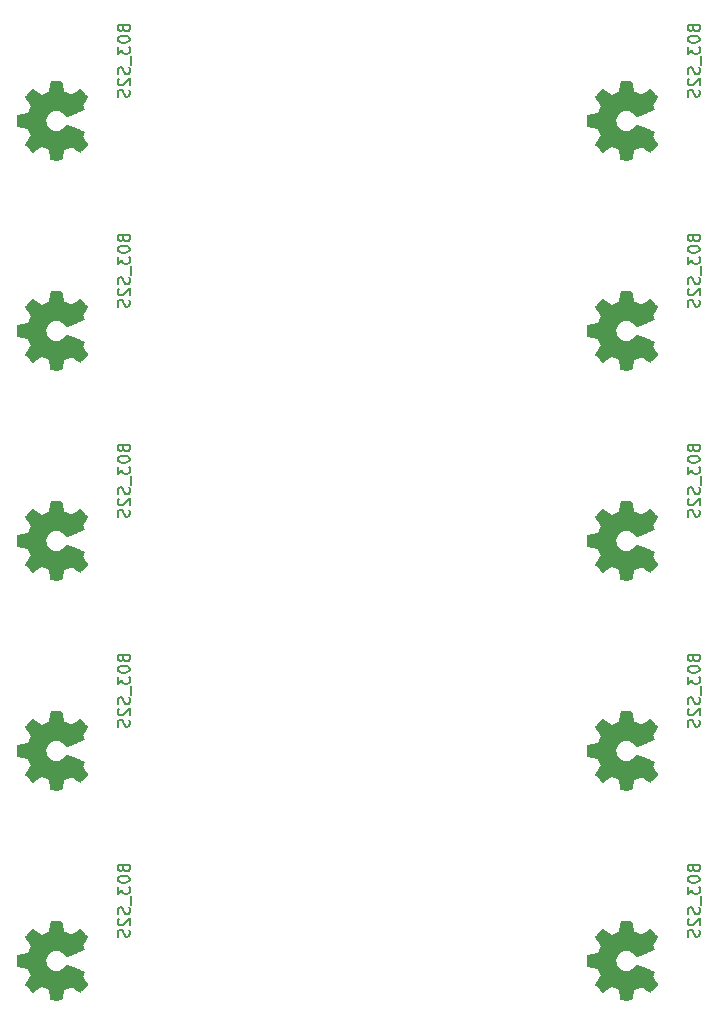
<source format=gbr>
G04 #@! TF.GenerationSoftware,KiCad,Pcbnew,5.1.5-52549c5~86~ubuntu18.04.1*
G04 #@! TF.CreationDate,2020-09-06T15:58:33-05:00*
G04 #@! TF.ProjectId,,58585858-5858-4585-9858-585858585858,rev?*
G04 #@! TF.SameCoordinates,Original*
G04 #@! TF.FileFunction,Legend,Bot*
G04 #@! TF.FilePolarity,Positive*
%FSLAX46Y46*%
G04 Gerber Fmt 4.6, Leading zero omitted, Abs format (unit mm)*
G04 Created by KiCad (PCBNEW 5.1.5-52549c5~86~ubuntu18.04.1) date 2020-09-06 15:58:33*
%MOMM*%
%LPD*%
G04 APERTURE LIST*
%ADD10C,0.150000*%
%ADD11C,0.010000*%
G04 APERTURE END LIST*
D10*
X172623171Y-110237923D02*
X172670790Y-110380780D01*
X172718409Y-110428400D01*
X172813647Y-110476019D01*
X172956504Y-110476019D01*
X173051742Y-110428400D01*
X173099361Y-110380780D01*
X173146980Y-110285542D01*
X173146980Y-109904590D01*
X172146980Y-109904590D01*
X172146980Y-110237923D01*
X172194600Y-110333161D01*
X172242219Y-110380780D01*
X172337457Y-110428400D01*
X172432695Y-110428400D01*
X172527933Y-110380780D01*
X172575552Y-110333161D01*
X172623171Y-110237923D01*
X172623171Y-109904590D01*
X172146980Y-111095066D02*
X172146980Y-111190304D01*
X172194600Y-111285542D01*
X172242219Y-111333161D01*
X172337457Y-111380780D01*
X172527933Y-111428400D01*
X172766028Y-111428400D01*
X172956504Y-111380780D01*
X173051742Y-111333161D01*
X173099361Y-111285542D01*
X173146980Y-111190304D01*
X173146980Y-111095066D01*
X173099361Y-110999828D01*
X173051742Y-110952209D01*
X172956504Y-110904590D01*
X172766028Y-110856971D01*
X172527933Y-110856971D01*
X172337457Y-110904590D01*
X172242219Y-110952209D01*
X172194600Y-110999828D01*
X172146980Y-111095066D01*
X172146980Y-111761733D02*
X172146980Y-112380780D01*
X172527933Y-112047447D01*
X172527933Y-112190304D01*
X172575552Y-112285542D01*
X172623171Y-112333161D01*
X172718409Y-112380780D01*
X172956504Y-112380780D01*
X173051742Y-112333161D01*
X173099361Y-112285542D01*
X173146980Y-112190304D01*
X173146980Y-111904590D01*
X173099361Y-111809352D01*
X173051742Y-111761733D01*
X173242219Y-112571257D02*
X173242219Y-113333161D01*
X173099361Y-113523638D02*
X173146980Y-113666495D01*
X173146980Y-113904590D01*
X173099361Y-113999828D01*
X173051742Y-114047447D01*
X172956504Y-114095066D01*
X172861266Y-114095066D01*
X172766028Y-114047447D01*
X172718409Y-113999828D01*
X172670790Y-113904590D01*
X172623171Y-113714114D01*
X172575552Y-113618876D01*
X172527933Y-113571257D01*
X172432695Y-113523638D01*
X172337457Y-113523638D01*
X172242219Y-113571257D01*
X172194600Y-113618876D01*
X172146980Y-113714114D01*
X172146980Y-113952209D01*
X172194600Y-114095066D01*
X172242219Y-114476019D02*
X172194600Y-114523638D01*
X172146980Y-114618876D01*
X172146980Y-114856971D01*
X172194600Y-114952209D01*
X172242219Y-114999828D01*
X172337457Y-115047447D01*
X172432695Y-115047447D01*
X172575552Y-114999828D01*
X173146980Y-114428400D01*
X173146980Y-115047447D01*
X173099361Y-115428400D02*
X173146980Y-115571257D01*
X173146980Y-115809352D01*
X173099361Y-115904590D01*
X173051742Y-115952209D01*
X172956504Y-115999828D01*
X172861266Y-115999828D01*
X172766028Y-115952209D01*
X172718409Y-115904590D01*
X172670790Y-115809352D01*
X172623171Y-115618876D01*
X172575552Y-115523638D01*
X172527933Y-115476019D01*
X172432695Y-115428400D01*
X172337457Y-115428400D01*
X172242219Y-115476019D01*
X172194600Y-115523638D01*
X172146980Y-115618876D01*
X172146980Y-115856971D01*
X172194600Y-115999828D01*
X124363171Y-110237923D02*
X124410790Y-110380780D01*
X124458409Y-110428400D01*
X124553647Y-110476019D01*
X124696504Y-110476019D01*
X124791742Y-110428400D01*
X124839361Y-110380780D01*
X124886980Y-110285542D01*
X124886980Y-109904590D01*
X123886980Y-109904590D01*
X123886980Y-110237923D01*
X123934600Y-110333161D01*
X123982219Y-110380780D01*
X124077457Y-110428400D01*
X124172695Y-110428400D01*
X124267933Y-110380780D01*
X124315552Y-110333161D01*
X124363171Y-110237923D01*
X124363171Y-109904590D01*
X123886980Y-111095066D02*
X123886980Y-111190304D01*
X123934600Y-111285542D01*
X123982219Y-111333161D01*
X124077457Y-111380780D01*
X124267933Y-111428400D01*
X124506028Y-111428400D01*
X124696504Y-111380780D01*
X124791742Y-111333161D01*
X124839361Y-111285542D01*
X124886980Y-111190304D01*
X124886980Y-111095066D01*
X124839361Y-110999828D01*
X124791742Y-110952209D01*
X124696504Y-110904590D01*
X124506028Y-110856971D01*
X124267933Y-110856971D01*
X124077457Y-110904590D01*
X123982219Y-110952209D01*
X123934600Y-110999828D01*
X123886980Y-111095066D01*
X123886980Y-111761733D02*
X123886980Y-112380780D01*
X124267933Y-112047447D01*
X124267933Y-112190304D01*
X124315552Y-112285542D01*
X124363171Y-112333161D01*
X124458409Y-112380780D01*
X124696504Y-112380780D01*
X124791742Y-112333161D01*
X124839361Y-112285542D01*
X124886980Y-112190304D01*
X124886980Y-111904590D01*
X124839361Y-111809352D01*
X124791742Y-111761733D01*
X124982219Y-112571257D02*
X124982219Y-113333161D01*
X124839361Y-113523638D02*
X124886980Y-113666495D01*
X124886980Y-113904590D01*
X124839361Y-113999828D01*
X124791742Y-114047447D01*
X124696504Y-114095066D01*
X124601266Y-114095066D01*
X124506028Y-114047447D01*
X124458409Y-113999828D01*
X124410790Y-113904590D01*
X124363171Y-113714114D01*
X124315552Y-113618876D01*
X124267933Y-113571257D01*
X124172695Y-113523638D01*
X124077457Y-113523638D01*
X123982219Y-113571257D01*
X123934600Y-113618876D01*
X123886980Y-113714114D01*
X123886980Y-113952209D01*
X123934600Y-114095066D01*
X123982219Y-114476019D02*
X123934600Y-114523638D01*
X123886980Y-114618876D01*
X123886980Y-114856971D01*
X123934600Y-114952209D01*
X123982219Y-114999828D01*
X124077457Y-115047447D01*
X124172695Y-115047447D01*
X124315552Y-114999828D01*
X124886980Y-114428400D01*
X124886980Y-115047447D01*
X124839361Y-115428400D02*
X124886980Y-115571257D01*
X124886980Y-115809352D01*
X124839361Y-115904590D01*
X124791742Y-115952209D01*
X124696504Y-115999828D01*
X124601266Y-115999828D01*
X124506028Y-115952209D01*
X124458409Y-115904590D01*
X124410790Y-115809352D01*
X124363171Y-115618876D01*
X124315552Y-115523638D01*
X124267933Y-115476019D01*
X124172695Y-115428400D01*
X124077457Y-115428400D01*
X123982219Y-115476019D01*
X123934600Y-115523638D01*
X123886980Y-115618876D01*
X123886980Y-115856971D01*
X123934600Y-115999828D01*
X172623171Y-92457923D02*
X172670790Y-92600780D01*
X172718409Y-92648400D01*
X172813647Y-92696019D01*
X172956504Y-92696019D01*
X173051742Y-92648400D01*
X173099361Y-92600780D01*
X173146980Y-92505542D01*
X173146980Y-92124590D01*
X172146980Y-92124590D01*
X172146980Y-92457923D01*
X172194600Y-92553161D01*
X172242219Y-92600780D01*
X172337457Y-92648400D01*
X172432695Y-92648400D01*
X172527933Y-92600780D01*
X172575552Y-92553161D01*
X172623171Y-92457923D01*
X172623171Y-92124590D01*
X172146980Y-93315066D02*
X172146980Y-93410304D01*
X172194600Y-93505542D01*
X172242219Y-93553161D01*
X172337457Y-93600780D01*
X172527933Y-93648400D01*
X172766028Y-93648400D01*
X172956504Y-93600780D01*
X173051742Y-93553161D01*
X173099361Y-93505542D01*
X173146980Y-93410304D01*
X173146980Y-93315066D01*
X173099361Y-93219828D01*
X173051742Y-93172209D01*
X172956504Y-93124590D01*
X172766028Y-93076971D01*
X172527933Y-93076971D01*
X172337457Y-93124590D01*
X172242219Y-93172209D01*
X172194600Y-93219828D01*
X172146980Y-93315066D01*
X172146980Y-93981733D02*
X172146980Y-94600780D01*
X172527933Y-94267447D01*
X172527933Y-94410304D01*
X172575552Y-94505542D01*
X172623171Y-94553161D01*
X172718409Y-94600780D01*
X172956504Y-94600780D01*
X173051742Y-94553161D01*
X173099361Y-94505542D01*
X173146980Y-94410304D01*
X173146980Y-94124590D01*
X173099361Y-94029352D01*
X173051742Y-93981733D01*
X173242219Y-94791257D02*
X173242219Y-95553161D01*
X173099361Y-95743638D02*
X173146980Y-95886495D01*
X173146980Y-96124590D01*
X173099361Y-96219828D01*
X173051742Y-96267447D01*
X172956504Y-96315066D01*
X172861266Y-96315066D01*
X172766028Y-96267447D01*
X172718409Y-96219828D01*
X172670790Y-96124590D01*
X172623171Y-95934114D01*
X172575552Y-95838876D01*
X172527933Y-95791257D01*
X172432695Y-95743638D01*
X172337457Y-95743638D01*
X172242219Y-95791257D01*
X172194600Y-95838876D01*
X172146980Y-95934114D01*
X172146980Y-96172209D01*
X172194600Y-96315066D01*
X172242219Y-96696019D02*
X172194600Y-96743638D01*
X172146980Y-96838876D01*
X172146980Y-97076971D01*
X172194600Y-97172209D01*
X172242219Y-97219828D01*
X172337457Y-97267447D01*
X172432695Y-97267447D01*
X172575552Y-97219828D01*
X173146980Y-96648400D01*
X173146980Y-97267447D01*
X173099361Y-97648400D02*
X173146980Y-97791257D01*
X173146980Y-98029352D01*
X173099361Y-98124590D01*
X173051742Y-98172209D01*
X172956504Y-98219828D01*
X172861266Y-98219828D01*
X172766028Y-98172209D01*
X172718409Y-98124590D01*
X172670790Y-98029352D01*
X172623171Y-97838876D01*
X172575552Y-97743638D01*
X172527933Y-97696019D01*
X172432695Y-97648400D01*
X172337457Y-97648400D01*
X172242219Y-97696019D01*
X172194600Y-97743638D01*
X172146980Y-97838876D01*
X172146980Y-98076971D01*
X172194600Y-98219828D01*
X124363171Y-92457923D02*
X124410790Y-92600780D01*
X124458409Y-92648400D01*
X124553647Y-92696019D01*
X124696504Y-92696019D01*
X124791742Y-92648400D01*
X124839361Y-92600780D01*
X124886980Y-92505542D01*
X124886980Y-92124590D01*
X123886980Y-92124590D01*
X123886980Y-92457923D01*
X123934600Y-92553161D01*
X123982219Y-92600780D01*
X124077457Y-92648400D01*
X124172695Y-92648400D01*
X124267933Y-92600780D01*
X124315552Y-92553161D01*
X124363171Y-92457923D01*
X124363171Y-92124590D01*
X123886980Y-93315066D02*
X123886980Y-93410304D01*
X123934600Y-93505542D01*
X123982219Y-93553161D01*
X124077457Y-93600780D01*
X124267933Y-93648400D01*
X124506028Y-93648400D01*
X124696504Y-93600780D01*
X124791742Y-93553161D01*
X124839361Y-93505542D01*
X124886980Y-93410304D01*
X124886980Y-93315066D01*
X124839361Y-93219828D01*
X124791742Y-93172209D01*
X124696504Y-93124590D01*
X124506028Y-93076971D01*
X124267933Y-93076971D01*
X124077457Y-93124590D01*
X123982219Y-93172209D01*
X123934600Y-93219828D01*
X123886980Y-93315066D01*
X123886980Y-93981733D02*
X123886980Y-94600780D01*
X124267933Y-94267447D01*
X124267933Y-94410304D01*
X124315552Y-94505542D01*
X124363171Y-94553161D01*
X124458409Y-94600780D01*
X124696504Y-94600780D01*
X124791742Y-94553161D01*
X124839361Y-94505542D01*
X124886980Y-94410304D01*
X124886980Y-94124590D01*
X124839361Y-94029352D01*
X124791742Y-93981733D01*
X124982219Y-94791257D02*
X124982219Y-95553161D01*
X124839361Y-95743638D02*
X124886980Y-95886495D01*
X124886980Y-96124590D01*
X124839361Y-96219828D01*
X124791742Y-96267447D01*
X124696504Y-96315066D01*
X124601266Y-96315066D01*
X124506028Y-96267447D01*
X124458409Y-96219828D01*
X124410790Y-96124590D01*
X124363171Y-95934114D01*
X124315552Y-95838876D01*
X124267933Y-95791257D01*
X124172695Y-95743638D01*
X124077457Y-95743638D01*
X123982219Y-95791257D01*
X123934600Y-95838876D01*
X123886980Y-95934114D01*
X123886980Y-96172209D01*
X123934600Y-96315066D01*
X123982219Y-96696019D02*
X123934600Y-96743638D01*
X123886980Y-96838876D01*
X123886980Y-97076971D01*
X123934600Y-97172209D01*
X123982219Y-97219828D01*
X124077457Y-97267447D01*
X124172695Y-97267447D01*
X124315552Y-97219828D01*
X124886980Y-96648400D01*
X124886980Y-97267447D01*
X124839361Y-97648400D02*
X124886980Y-97791257D01*
X124886980Y-98029352D01*
X124839361Y-98124590D01*
X124791742Y-98172209D01*
X124696504Y-98219828D01*
X124601266Y-98219828D01*
X124506028Y-98172209D01*
X124458409Y-98124590D01*
X124410790Y-98029352D01*
X124363171Y-97838876D01*
X124315552Y-97743638D01*
X124267933Y-97696019D01*
X124172695Y-97648400D01*
X124077457Y-97648400D01*
X123982219Y-97696019D01*
X123934600Y-97743638D01*
X123886980Y-97838876D01*
X123886980Y-98076971D01*
X123934600Y-98219828D01*
X172623171Y-74677923D02*
X172670790Y-74820780D01*
X172718409Y-74868400D01*
X172813647Y-74916019D01*
X172956504Y-74916019D01*
X173051742Y-74868400D01*
X173099361Y-74820780D01*
X173146980Y-74725542D01*
X173146980Y-74344590D01*
X172146980Y-74344590D01*
X172146980Y-74677923D01*
X172194600Y-74773161D01*
X172242219Y-74820780D01*
X172337457Y-74868400D01*
X172432695Y-74868400D01*
X172527933Y-74820780D01*
X172575552Y-74773161D01*
X172623171Y-74677923D01*
X172623171Y-74344590D01*
X172146980Y-75535066D02*
X172146980Y-75630304D01*
X172194600Y-75725542D01*
X172242219Y-75773161D01*
X172337457Y-75820780D01*
X172527933Y-75868400D01*
X172766028Y-75868400D01*
X172956504Y-75820780D01*
X173051742Y-75773161D01*
X173099361Y-75725542D01*
X173146980Y-75630304D01*
X173146980Y-75535066D01*
X173099361Y-75439828D01*
X173051742Y-75392209D01*
X172956504Y-75344590D01*
X172766028Y-75296971D01*
X172527933Y-75296971D01*
X172337457Y-75344590D01*
X172242219Y-75392209D01*
X172194600Y-75439828D01*
X172146980Y-75535066D01*
X172146980Y-76201733D02*
X172146980Y-76820780D01*
X172527933Y-76487447D01*
X172527933Y-76630304D01*
X172575552Y-76725542D01*
X172623171Y-76773161D01*
X172718409Y-76820780D01*
X172956504Y-76820780D01*
X173051742Y-76773161D01*
X173099361Y-76725542D01*
X173146980Y-76630304D01*
X173146980Y-76344590D01*
X173099361Y-76249352D01*
X173051742Y-76201733D01*
X173242219Y-77011257D02*
X173242219Y-77773161D01*
X173099361Y-77963638D02*
X173146980Y-78106495D01*
X173146980Y-78344590D01*
X173099361Y-78439828D01*
X173051742Y-78487447D01*
X172956504Y-78535066D01*
X172861266Y-78535066D01*
X172766028Y-78487447D01*
X172718409Y-78439828D01*
X172670790Y-78344590D01*
X172623171Y-78154114D01*
X172575552Y-78058876D01*
X172527933Y-78011257D01*
X172432695Y-77963638D01*
X172337457Y-77963638D01*
X172242219Y-78011257D01*
X172194600Y-78058876D01*
X172146980Y-78154114D01*
X172146980Y-78392209D01*
X172194600Y-78535066D01*
X172242219Y-78916019D02*
X172194600Y-78963638D01*
X172146980Y-79058876D01*
X172146980Y-79296971D01*
X172194600Y-79392209D01*
X172242219Y-79439828D01*
X172337457Y-79487447D01*
X172432695Y-79487447D01*
X172575552Y-79439828D01*
X173146980Y-78868400D01*
X173146980Y-79487447D01*
X173099361Y-79868400D02*
X173146980Y-80011257D01*
X173146980Y-80249352D01*
X173099361Y-80344590D01*
X173051742Y-80392209D01*
X172956504Y-80439828D01*
X172861266Y-80439828D01*
X172766028Y-80392209D01*
X172718409Y-80344590D01*
X172670790Y-80249352D01*
X172623171Y-80058876D01*
X172575552Y-79963638D01*
X172527933Y-79916019D01*
X172432695Y-79868400D01*
X172337457Y-79868400D01*
X172242219Y-79916019D01*
X172194600Y-79963638D01*
X172146980Y-80058876D01*
X172146980Y-80296971D01*
X172194600Y-80439828D01*
X124363171Y-74677923D02*
X124410790Y-74820780D01*
X124458409Y-74868400D01*
X124553647Y-74916019D01*
X124696504Y-74916019D01*
X124791742Y-74868400D01*
X124839361Y-74820780D01*
X124886980Y-74725542D01*
X124886980Y-74344590D01*
X123886980Y-74344590D01*
X123886980Y-74677923D01*
X123934600Y-74773161D01*
X123982219Y-74820780D01*
X124077457Y-74868400D01*
X124172695Y-74868400D01*
X124267933Y-74820780D01*
X124315552Y-74773161D01*
X124363171Y-74677923D01*
X124363171Y-74344590D01*
X123886980Y-75535066D02*
X123886980Y-75630304D01*
X123934600Y-75725542D01*
X123982219Y-75773161D01*
X124077457Y-75820780D01*
X124267933Y-75868400D01*
X124506028Y-75868400D01*
X124696504Y-75820780D01*
X124791742Y-75773161D01*
X124839361Y-75725542D01*
X124886980Y-75630304D01*
X124886980Y-75535066D01*
X124839361Y-75439828D01*
X124791742Y-75392209D01*
X124696504Y-75344590D01*
X124506028Y-75296971D01*
X124267933Y-75296971D01*
X124077457Y-75344590D01*
X123982219Y-75392209D01*
X123934600Y-75439828D01*
X123886980Y-75535066D01*
X123886980Y-76201733D02*
X123886980Y-76820780D01*
X124267933Y-76487447D01*
X124267933Y-76630304D01*
X124315552Y-76725542D01*
X124363171Y-76773161D01*
X124458409Y-76820780D01*
X124696504Y-76820780D01*
X124791742Y-76773161D01*
X124839361Y-76725542D01*
X124886980Y-76630304D01*
X124886980Y-76344590D01*
X124839361Y-76249352D01*
X124791742Y-76201733D01*
X124982219Y-77011257D02*
X124982219Y-77773161D01*
X124839361Y-77963638D02*
X124886980Y-78106495D01*
X124886980Y-78344590D01*
X124839361Y-78439828D01*
X124791742Y-78487447D01*
X124696504Y-78535066D01*
X124601266Y-78535066D01*
X124506028Y-78487447D01*
X124458409Y-78439828D01*
X124410790Y-78344590D01*
X124363171Y-78154114D01*
X124315552Y-78058876D01*
X124267933Y-78011257D01*
X124172695Y-77963638D01*
X124077457Y-77963638D01*
X123982219Y-78011257D01*
X123934600Y-78058876D01*
X123886980Y-78154114D01*
X123886980Y-78392209D01*
X123934600Y-78535066D01*
X123982219Y-78916019D02*
X123934600Y-78963638D01*
X123886980Y-79058876D01*
X123886980Y-79296971D01*
X123934600Y-79392209D01*
X123982219Y-79439828D01*
X124077457Y-79487447D01*
X124172695Y-79487447D01*
X124315552Y-79439828D01*
X124886980Y-78868400D01*
X124886980Y-79487447D01*
X124839361Y-79868400D02*
X124886980Y-80011257D01*
X124886980Y-80249352D01*
X124839361Y-80344590D01*
X124791742Y-80392209D01*
X124696504Y-80439828D01*
X124601266Y-80439828D01*
X124506028Y-80392209D01*
X124458409Y-80344590D01*
X124410790Y-80249352D01*
X124363171Y-80058876D01*
X124315552Y-79963638D01*
X124267933Y-79916019D01*
X124172695Y-79868400D01*
X124077457Y-79868400D01*
X123982219Y-79916019D01*
X123934600Y-79963638D01*
X123886980Y-80058876D01*
X123886980Y-80296971D01*
X123934600Y-80439828D01*
X172623171Y-56897923D02*
X172670790Y-57040780D01*
X172718409Y-57088400D01*
X172813647Y-57136019D01*
X172956504Y-57136019D01*
X173051742Y-57088400D01*
X173099361Y-57040780D01*
X173146980Y-56945542D01*
X173146980Y-56564590D01*
X172146980Y-56564590D01*
X172146980Y-56897923D01*
X172194600Y-56993161D01*
X172242219Y-57040780D01*
X172337457Y-57088400D01*
X172432695Y-57088400D01*
X172527933Y-57040780D01*
X172575552Y-56993161D01*
X172623171Y-56897923D01*
X172623171Y-56564590D01*
X172146980Y-57755066D02*
X172146980Y-57850304D01*
X172194600Y-57945542D01*
X172242219Y-57993161D01*
X172337457Y-58040780D01*
X172527933Y-58088400D01*
X172766028Y-58088400D01*
X172956504Y-58040780D01*
X173051742Y-57993161D01*
X173099361Y-57945542D01*
X173146980Y-57850304D01*
X173146980Y-57755066D01*
X173099361Y-57659828D01*
X173051742Y-57612209D01*
X172956504Y-57564590D01*
X172766028Y-57516971D01*
X172527933Y-57516971D01*
X172337457Y-57564590D01*
X172242219Y-57612209D01*
X172194600Y-57659828D01*
X172146980Y-57755066D01*
X172146980Y-58421733D02*
X172146980Y-59040780D01*
X172527933Y-58707447D01*
X172527933Y-58850304D01*
X172575552Y-58945542D01*
X172623171Y-58993161D01*
X172718409Y-59040780D01*
X172956504Y-59040780D01*
X173051742Y-58993161D01*
X173099361Y-58945542D01*
X173146980Y-58850304D01*
X173146980Y-58564590D01*
X173099361Y-58469352D01*
X173051742Y-58421733D01*
X173242219Y-59231257D02*
X173242219Y-59993161D01*
X173099361Y-60183638D02*
X173146980Y-60326495D01*
X173146980Y-60564590D01*
X173099361Y-60659828D01*
X173051742Y-60707447D01*
X172956504Y-60755066D01*
X172861266Y-60755066D01*
X172766028Y-60707447D01*
X172718409Y-60659828D01*
X172670790Y-60564590D01*
X172623171Y-60374114D01*
X172575552Y-60278876D01*
X172527933Y-60231257D01*
X172432695Y-60183638D01*
X172337457Y-60183638D01*
X172242219Y-60231257D01*
X172194600Y-60278876D01*
X172146980Y-60374114D01*
X172146980Y-60612209D01*
X172194600Y-60755066D01*
X172242219Y-61136019D02*
X172194600Y-61183638D01*
X172146980Y-61278876D01*
X172146980Y-61516971D01*
X172194600Y-61612209D01*
X172242219Y-61659828D01*
X172337457Y-61707447D01*
X172432695Y-61707447D01*
X172575552Y-61659828D01*
X173146980Y-61088400D01*
X173146980Y-61707447D01*
X173099361Y-62088400D02*
X173146980Y-62231257D01*
X173146980Y-62469352D01*
X173099361Y-62564590D01*
X173051742Y-62612209D01*
X172956504Y-62659828D01*
X172861266Y-62659828D01*
X172766028Y-62612209D01*
X172718409Y-62564590D01*
X172670790Y-62469352D01*
X172623171Y-62278876D01*
X172575552Y-62183638D01*
X172527933Y-62136019D01*
X172432695Y-62088400D01*
X172337457Y-62088400D01*
X172242219Y-62136019D01*
X172194600Y-62183638D01*
X172146980Y-62278876D01*
X172146980Y-62516971D01*
X172194600Y-62659828D01*
X124363171Y-56897923D02*
X124410790Y-57040780D01*
X124458409Y-57088400D01*
X124553647Y-57136019D01*
X124696504Y-57136019D01*
X124791742Y-57088400D01*
X124839361Y-57040780D01*
X124886980Y-56945542D01*
X124886980Y-56564590D01*
X123886980Y-56564590D01*
X123886980Y-56897923D01*
X123934600Y-56993161D01*
X123982219Y-57040780D01*
X124077457Y-57088400D01*
X124172695Y-57088400D01*
X124267933Y-57040780D01*
X124315552Y-56993161D01*
X124363171Y-56897923D01*
X124363171Y-56564590D01*
X123886980Y-57755066D02*
X123886980Y-57850304D01*
X123934600Y-57945542D01*
X123982219Y-57993161D01*
X124077457Y-58040780D01*
X124267933Y-58088400D01*
X124506028Y-58088400D01*
X124696504Y-58040780D01*
X124791742Y-57993161D01*
X124839361Y-57945542D01*
X124886980Y-57850304D01*
X124886980Y-57755066D01*
X124839361Y-57659828D01*
X124791742Y-57612209D01*
X124696504Y-57564590D01*
X124506028Y-57516971D01*
X124267933Y-57516971D01*
X124077457Y-57564590D01*
X123982219Y-57612209D01*
X123934600Y-57659828D01*
X123886980Y-57755066D01*
X123886980Y-58421733D02*
X123886980Y-59040780D01*
X124267933Y-58707447D01*
X124267933Y-58850304D01*
X124315552Y-58945542D01*
X124363171Y-58993161D01*
X124458409Y-59040780D01*
X124696504Y-59040780D01*
X124791742Y-58993161D01*
X124839361Y-58945542D01*
X124886980Y-58850304D01*
X124886980Y-58564590D01*
X124839361Y-58469352D01*
X124791742Y-58421733D01*
X124982219Y-59231257D02*
X124982219Y-59993161D01*
X124839361Y-60183638D02*
X124886980Y-60326495D01*
X124886980Y-60564590D01*
X124839361Y-60659828D01*
X124791742Y-60707447D01*
X124696504Y-60755066D01*
X124601266Y-60755066D01*
X124506028Y-60707447D01*
X124458409Y-60659828D01*
X124410790Y-60564590D01*
X124363171Y-60374114D01*
X124315552Y-60278876D01*
X124267933Y-60231257D01*
X124172695Y-60183638D01*
X124077457Y-60183638D01*
X123982219Y-60231257D01*
X123934600Y-60278876D01*
X123886980Y-60374114D01*
X123886980Y-60612209D01*
X123934600Y-60755066D01*
X123982219Y-61136019D02*
X123934600Y-61183638D01*
X123886980Y-61278876D01*
X123886980Y-61516971D01*
X123934600Y-61612209D01*
X123982219Y-61659828D01*
X124077457Y-61707447D01*
X124172695Y-61707447D01*
X124315552Y-61659828D01*
X124886980Y-61088400D01*
X124886980Y-61707447D01*
X124839361Y-62088400D02*
X124886980Y-62231257D01*
X124886980Y-62469352D01*
X124839361Y-62564590D01*
X124791742Y-62612209D01*
X124696504Y-62659828D01*
X124601266Y-62659828D01*
X124506028Y-62612209D01*
X124458409Y-62564590D01*
X124410790Y-62469352D01*
X124363171Y-62278876D01*
X124315552Y-62183638D01*
X124267933Y-62136019D01*
X124172695Y-62088400D01*
X124077457Y-62088400D01*
X123982219Y-62136019D01*
X123934600Y-62183638D01*
X123886980Y-62278876D01*
X123886980Y-62516971D01*
X123934600Y-62659828D01*
X172623171Y-39117923D02*
X172670790Y-39260780D01*
X172718409Y-39308400D01*
X172813647Y-39356019D01*
X172956504Y-39356019D01*
X173051742Y-39308400D01*
X173099361Y-39260780D01*
X173146980Y-39165542D01*
X173146980Y-38784590D01*
X172146980Y-38784590D01*
X172146980Y-39117923D01*
X172194600Y-39213161D01*
X172242219Y-39260780D01*
X172337457Y-39308400D01*
X172432695Y-39308400D01*
X172527933Y-39260780D01*
X172575552Y-39213161D01*
X172623171Y-39117923D01*
X172623171Y-38784590D01*
X172146980Y-39975066D02*
X172146980Y-40070304D01*
X172194600Y-40165542D01*
X172242219Y-40213161D01*
X172337457Y-40260780D01*
X172527933Y-40308400D01*
X172766028Y-40308400D01*
X172956504Y-40260780D01*
X173051742Y-40213161D01*
X173099361Y-40165542D01*
X173146980Y-40070304D01*
X173146980Y-39975066D01*
X173099361Y-39879828D01*
X173051742Y-39832209D01*
X172956504Y-39784590D01*
X172766028Y-39736971D01*
X172527933Y-39736971D01*
X172337457Y-39784590D01*
X172242219Y-39832209D01*
X172194600Y-39879828D01*
X172146980Y-39975066D01*
X172146980Y-40641733D02*
X172146980Y-41260780D01*
X172527933Y-40927447D01*
X172527933Y-41070304D01*
X172575552Y-41165542D01*
X172623171Y-41213161D01*
X172718409Y-41260780D01*
X172956504Y-41260780D01*
X173051742Y-41213161D01*
X173099361Y-41165542D01*
X173146980Y-41070304D01*
X173146980Y-40784590D01*
X173099361Y-40689352D01*
X173051742Y-40641733D01*
X173242219Y-41451257D02*
X173242219Y-42213161D01*
X173099361Y-42403638D02*
X173146980Y-42546495D01*
X173146980Y-42784590D01*
X173099361Y-42879828D01*
X173051742Y-42927447D01*
X172956504Y-42975066D01*
X172861266Y-42975066D01*
X172766028Y-42927447D01*
X172718409Y-42879828D01*
X172670790Y-42784590D01*
X172623171Y-42594114D01*
X172575552Y-42498876D01*
X172527933Y-42451257D01*
X172432695Y-42403638D01*
X172337457Y-42403638D01*
X172242219Y-42451257D01*
X172194600Y-42498876D01*
X172146980Y-42594114D01*
X172146980Y-42832209D01*
X172194600Y-42975066D01*
X172242219Y-43356019D02*
X172194600Y-43403638D01*
X172146980Y-43498876D01*
X172146980Y-43736971D01*
X172194600Y-43832209D01*
X172242219Y-43879828D01*
X172337457Y-43927447D01*
X172432695Y-43927447D01*
X172575552Y-43879828D01*
X173146980Y-43308400D01*
X173146980Y-43927447D01*
X173099361Y-44308400D02*
X173146980Y-44451257D01*
X173146980Y-44689352D01*
X173099361Y-44784590D01*
X173051742Y-44832209D01*
X172956504Y-44879828D01*
X172861266Y-44879828D01*
X172766028Y-44832209D01*
X172718409Y-44784590D01*
X172670790Y-44689352D01*
X172623171Y-44498876D01*
X172575552Y-44403638D01*
X172527933Y-44356019D01*
X172432695Y-44308400D01*
X172337457Y-44308400D01*
X172242219Y-44356019D01*
X172194600Y-44403638D01*
X172146980Y-44498876D01*
X172146980Y-44736971D01*
X172194600Y-44879828D01*
X124363171Y-39117923D02*
X124410790Y-39260780D01*
X124458409Y-39308400D01*
X124553647Y-39356019D01*
X124696504Y-39356019D01*
X124791742Y-39308400D01*
X124839361Y-39260780D01*
X124886980Y-39165542D01*
X124886980Y-38784590D01*
X123886980Y-38784590D01*
X123886980Y-39117923D01*
X123934600Y-39213161D01*
X123982219Y-39260780D01*
X124077457Y-39308400D01*
X124172695Y-39308400D01*
X124267933Y-39260780D01*
X124315552Y-39213161D01*
X124363171Y-39117923D01*
X124363171Y-38784590D01*
X123886980Y-39975066D02*
X123886980Y-40070304D01*
X123934600Y-40165542D01*
X123982219Y-40213161D01*
X124077457Y-40260780D01*
X124267933Y-40308400D01*
X124506028Y-40308400D01*
X124696504Y-40260780D01*
X124791742Y-40213161D01*
X124839361Y-40165542D01*
X124886980Y-40070304D01*
X124886980Y-39975066D01*
X124839361Y-39879828D01*
X124791742Y-39832209D01*
X124696504Y-39784590D01*
X124506028Y-39736971D01*
X124267933Y-39736971D01*
X124077457Y-39784590D01*
X123982219Y-39832209D01*
X123934600Y-39879828D01*
X123886980Y-39975066D01*
X123886980Y-40641733D02*
X123886980Y-41260780D01*
X124267933Y-40927447D01*
X124267933Y-41070304D01*
X124315552Y-41165542D01*
X124363171Y-41213161D01*
X124458409Y-41260780D01*
X124696504Y-41260780D01*
X124791742Y-41213161D01*
X124839361Y-41165542D01*
X124886980Y-41070304D01*
X124886980Y-40784590D01*
X124839361Y-40689352D01*
X124791742Y-40641733D01*
X124982219Y-41451257D02*
X124982219Y-42213161D01*
X124839361Y-42403638D02*
X124886980Y-42546495D01*
X124886980Y-42784590D01*
X124839361Y-42879828D01*
X124791742Y-42927447D01*
X124696504Y-42975066D01*
X124601266Y-42975066D01*
X124506028Y-42927447D01*
X124458409Y-42879828D01*
X124410790Y-42784590D01*
X124363171Y-42594114D01*
X124315552Y-42498876D01*
X124267933Y-42451257D01*
X124172695Y-42403638D01*
X124077457Y-42403638D01*
X123982219Y-42451257D01*
X123934600Y-42498876D01*
X123886980Y-42594114D01*
X123886980Y-42832209D01*
X123934600Y-42975066D01*
X123982219Y-43356019D02*
X123934600Y-43403638D01*
X123886980Y-43498876D01*
X123886980Y-43736971D01*
X123934600Y-43832209D01*
X123982219Y-43879828D01*
X124077457Y-43927447D01*
X124172695Y-43927447D01*
X124315552Y-43879828D01*
X124886980Y-43308400D01*
X124886980Y-43927447D01*
X124839361Y-44308400D02*
X124886980Y-44451257D01*
X124886980Y-44689352D01*
X124839361Y-44784590D01*
X124791742Y-44832209D01*
X124696504Y-44879828D01*
X124601266Y-44879828D01*
X124506028Y-44832209D01*
X124458409Y-44784590D01*
X124410790Y-44689352D01*
X124363171Y-44498876D01*
X124315552Y-44403638D01*
X124267933Y-44356019D01*
X124172695Y-44308400D01*
X124077457Y-44308400D01*
X123982219Y-44356019D01*
X123934600Y-44403638D01*
X123886980Y-44498876D01*
X123886980Y-44736971D01*
X123934600Y-44879828D01*
D11*
G36*
X164067531Y-118564214D02*
G01*
X164512155Y-118648035D01*
X164639653Y-118957320D01*
X164767151Y-119266606D01*
X164514846Y-119637646D01*
X164444596Y-119741557D01*
X164381872Y-119835487D01*
X164329538Y-119915052D01*
X164290457Y-119975870D01*
X164267493Y-120013557D01*
X164262542Y-120023821D01*
X164275276Y-120042310D01*
X164310482Y-120081820D01*
X164363662Y-120137922D01*
X164430318Y-120206187D01*
X164505954Y-120282186D01*
X164586072Y-120361492D01*
X164666174Y-120439675D01*
X164741764Y-120512307D01*
X164808345Y-120574959D01*
X164861418Y-120623203D01*
X164896487Y-120652610D01*
X164908223Y-120659641D01*
X164929860Y-120649523D01*
X164977262Y-120621159D01*
X165045793Y-120577529D01*
X165130815Y-120521618D01*
X165227693Y-120456406D01*
X165282950Y-120418619D01*
X165383848Y-120349743D01*
X165474899Y-120288540D01*
X165551570Y-120237978D01*
X165609328Y-120201028D01*
X165643643Y-120180658D01*
X165650854Y-120177597D01*
X165671348Y-120184536D01*
X165719113Y-120203451D01*
X165787432Y-120231487D01*
X165869589Y-120265791D01*
X165958870Y-120303509D01*
X166048558Y-120341787D01*
X166131938Y-120377770D01*
X166202294Y-120408606D01*
X166252910Y-120431439D01*
X166277071Y-120443417D01*
X166278022Y-120444124D01*
X166282636Y-120462931D01*
X166292928Y-120513018D01*
X166307887Y-120589193D01*
X166326501Y-120686265D01*
X166347759Y-120799043D01*
X166360018Y-120864842D01*
X166382962Y-120985350D01*
X166404795Y-121094197D01*
X166424322Y-121185876D01*
X166440348Y-121254881D01*
X166451679Y-121295704D01*
X166455274Y-121303911D01*
X166479606Y-121311948D01*
X166534559Y-121318433D01*
X166613708Y-121323370D01*
X166710626Y-121326764D01*
X166818887Y-121328618D01*
X166932065Y-121328938D01*
X167043735Y-121327727D01*
X167147468Y-121324990D01*
X167236841Y-121320731D01*
X167305426Y-121314955D01*
X167346797Y-121307667D01*
X167355410Y-121303295D01*
X167365733Y-121277164D01*
X167380492Y-121221793D01*
X167397952Y-121144507D01*
X167416380Y-121052630D01*
X167422341Y-121020558D01*
X167450666Y-120865924D01*
X167473476Y-120743775D01*
X167491680Y-120650073D01*
X167506183Y-120580784D01*
X167517892Y-120531871D01*
X167527715Y-120499297D01*
X167536556Y-120479028D01*
X167545324Y-120467026D01*
X167547057Y-120465347D01*
X167574971Y-120448584D01*
X167629295Y-120423014D01*
X167703377Y-120391188D01*
X167790565Y-120355660D01*
X167884208Y-120318983D01*
X167977652Y-120283711D01*
X168064247Y-120252396D01*
X168137340Y-120227593D01*
X168190278Y-120211854D01*
X168216411Y-120207732D01*
X168217326Y-120208076D01*
X168238686Y-120222041D01*
X168285684Y-120253722D01*
X168353427Y-120299791D01*
X168437023Y-120356918D01*
X168531582Y-120421773D01*
X168558454Y-120440243D01*
X168655875Y-120506099D01*
X168744763Y-120564050D01*
X168820012Y-120610938D01*
X168876520Y-120643607D01*
X168909181Y-120658900D01*
X168913193Y-120659641D01*
X168934284Y-120646792D01*
X168976064Y-120611288D01*
X169034045Y-120557693D01*
X169103735Y-120490571D01*
X169180645Y-120414487D01*
X169260283Y-120334004D01*
X169338161Y-120253687D01*
X169409786Y-120178099D01*
X169470670Y-120111805D01*
X169516321Y-120059369D01*
X169542250Y-120025355D01*
X169546483Y-120015945D01*
X169536512Y-119994043D01*
X169509620Y-119949200D01*
X169470336Y-119888721D01*
X169438717Y-119842189D01*
X169380698Y-119757875D01*
X169312384Y-119658026D01*
X169244179Y-119557873D01*
X169207675Y-119504027D01*
X169084400Y-119321771D01*
X169167120Y-119168781D01*
X169203359Y-119099082D01*
X169231526Y-119039814D01*
X169247591Y-118999711D01*
X169249826Y-118989503D01*
X169233322Y-118977229D01*
X169186682Y-118953013D01*
X169114209Y-118918663D01*
X169020206Y-118875988D01*
X168908974Y-118826794D01*
X168784815Y-118772890D01*
X168652032Y-118716084D01*
X168514927Y-118658182D01*
X168377802Y-118600993D01*
X168244958Y-118546324D01*
X168120698Y-118495984D01*
X168009325Y-118451780D01*
X167915139Y-118415519D01*
X167842444Y-118389009D01*
X167795541Y-118374058D01*
X167779433Y-118371654D01*
X167758886Y-118390711D01*
X167725533Y-118432436D01*
X167686302Y-118488106D01*
X167683199Y-118492778D01*
X167568023Y-118636664D01*
X167433653Y-118752683D01*
X167284384Y-118839830D01*
X167124513Y-118897099D01*
X166958337Y-118923486D01*
X166790152Y-118917985D01*
X166624255Y-118879590D01*
X166464942Y-118807295D01*
X166430087Y-118786026D01*
X166289337Y-118675396D01*
X166176314Y-118544702D01*
X166091603Y-118398464D01*
X166035794Y-118241208D01*
X166009474Y-118077457D01*
X166013230Y-117911733D01*
X166047650Y-117748562D01*
X166113323Y-117592465D01*
X166210835Y-117447967D01*
X166250413Y-117403269D01*
X166374303Y-117289512D01*
X166504724Y-117206618D01*
X166650915Y-117149756D01*
X166795688Y-117118087D01*
X166958460Y-117110269D01*
X167122040Y-117136338D01*
X167280898Y-117193645D01*
X167429506Y-117279544D01*
X167562335Y-117391386D01*
X167673856Y-117526523D01*
X167685611Y-117544283D01*
X167724108Y-117600550D01*
X167757463Y-117643323D01*
X167778760Y-117663772D01*
X167779433Y-117664069D01*
X167802471Y-117659679D01*
X167854757Y-117642276D01*
X167931990Y-117613668D01*
X168029868Y-117575665D01*
X168144091Y-117530074D01*
X168270358Y-117478703D01*
X168404367Y-117423362D01*
X168541818Y-117365858D01*
X168678408Y-117308001D01*
X168809837Y-117251598D01*
X168931805Y-117198458D01*
X169040009Y-117150390D01*
X169130149Y-117109201D01*
X169197923Y-117076701D01*
X169239030Y-117054697D01*
X169249826Y-117045836D01*
X169241419Y-117018760D01*
X169218872Y-116968097D01*
X169186213Y-116902583D01*
X169167120Y-116866559D01*
X169084400Y-116713568D01*
X169207675Y-116531312D01*
X169270828Y-116438275D01*
X169340327Y-116336415D01*
X169405765Y-116240962D01*
X169438717Y-116193150D01*
X169483873Y-116125905D01*
X169519657Y-116068964D01*
X169541538Y-116029754D01*
X169546163Y-116017019D01*
X169533685Y-115998483D01*
X169498852Y-115957459D01*
X169445278Y-115897925D01*
X169376583Y-115823858D01*
X169296381Y-115739235D01*
X169244886Y-115685715D01*
X169152886Y-115592081D01*
X169070599Y-115511159D01*
X169001545Y-115446223D01*
X168949244Y-115400542D01*
X168917216Y-115377389D01*
X168910716Y-115375168D01*
X168885994Y-115385476D01*
X168836005Y-115413961D01*
X168765812Y-115457463D01*
X168680475Y-115512823D01*
X168585056Y-115576880D01*
X168558454Y-115595097D01*
X168461767Y-115661473D01*
X168374717Y-115721022D01*
X168302195Y-115770416D01*
X168249093Y-115806325D01*
X168220303Y-115825419D01*
X168217326Y-115827264D01*
X168194382Y-115824505D01*
X168143936Y-115809862D01*
X168072641Y-115785887D01*
X167987147Y-115755134D01*
X167894107Y-115720156D01*
X167800174Y-115683507D01*
X167711999Y-115647739D01*
X167636234Y-115615406D01*
X167579531Y-115589062D01*
X167548543Y-115571258D01*
X167547057Y-115569993D01*
X167538201Y-115559106D01*
X167529443Y-115540718D01*
X167519877Y-115510794D01*
X167508596Y-115465297D01*
X167494693Y-115400191D01*
X167477263Y-115311439D01*
X167455398Y-115195007D01*
X167428191Y-115046858D01*
X167422341Y-115014782D01*
X167403974Y-114919714D01*
X167386005Y-114836835D01*
X167370169Y-114773470D01*
X167358200Y-114736942D01*
X167355410Y-114732044D01*
X167330672Y-114723973D01*
X167275390Y-114717413D01*
X167195989Y-114712367D01*
X167098896Y-114708841D01*
X166990538Y-114706839D01*
X166877340Y-114706364D01*
X166765728Y-114707423D01*
X166662129Y-114710018D01*
X166572968Y-114714154D01*
X166504672Y-114719837D01*
X166463666Y-114727069D01*
X166455274Y-114731429D01*
X166446808Y-114755702D01*
X166433035Y-114810974D01*
X166415150Y-114891738D01*
X166394348Y-114992488D01*
X166371823Y-115107717D01*
X166360018Y-115170498D01*
X166337751Y-115289613D01*
X166317579Y-115395835D01*
X166300515Y-115483973D01*
X166287569Y-115548834D01*
X166279755Y-115585226D01*
X166278022Y-115591216D01*
X166258490Y-115601339D01*
X166211443Y-115622738D01*
X166143603Y-115652561D01*
X166061691Y-115687955D01*
X165972428Y-115726068D01*
X165882535Y-115764047D01*
X165798735Y-115799040D01*
X165727747Y-115828194D01*
X165676294Y-115848657D01*
X165651097Y-115857577D01*
X165649996Y-115857743D01*
X165630119Y-115847631D01*
X165584377Y-115819283D01*
X165517317Y-115775677D01*
X165433484Y-115719794D01*
X165337426Y-115654613D01*
X165282250Y-115616721D01*
X165181081Y-115547675D01*
X165089230Y-115486350D01*
X165011344Y-115435737D01*
X164952069Y-115398829D01*
X164916051Y-115378618D01*
X164907977Y-115375699D01*
X164889184Y-115388247D01*
X164849057Y-115422937D01*
X164792093Y-115475337D01*
X164722785Y-115541016D01*
X164645631Y-115615544D01*
X164565125Y-115694487D01*
X164485763Y-115773417D01*
X164412040Y-115847900D01*
X164348452Y-115913506D01*
X164299494Y-115965804D01*
X164269661Y-116000361D01*
X164262542Y-116011922D01*
X164272553Y-116030746D01*
X164300678Y-116075769D01*
X164344054Y-116142613D01*
X164399818Y-116226901D01*
X164465106Y-116324256D01*
X164514846Y-116397693D01*
X164767151Y-116768733D01*
X164512155Y-117387305D01*
X164067531Y-117471125D01*
X163622907Y-117554946D01*
X163622907Y-118480394D01*
X164067531Y-118564214D01*
G37*
X164067531Y-118564214D02*
X164512155Y-118648035D01*
X164639653Y-118957320D01*
X164767151Y-119266606D01*
X164514846Y-119637646D01*
X164444596Y-119741557D01*
X164381872Y-119835487D01*
X164329538Y-119915052D01*
X164290457Y-119975870D01*
X164267493Y-120013557D01*
X164262542Y-120023821D01*
X164275276Y-120042310D01*
X164310482Y-120081820D01*
X164363662Y-120137922D01*
X164430318Y-120206187D01*
X164505954Y-120282186D01*
X164586072Y-120361492D01*
X164666174Y-120439675D01*
X164741764Y-120512307D01*
X164808345Y-120574959D01*
X164861418Y-120623203D01*
X164896487Y-120652610D01*
X164908223Y-120659641D01*
X164929860Y-120649523D01*
X164977262Y-120621159D01*
X165045793Y-120577529D01*
X165130815Y-120521618D01*
X165227693Y-120456406D01*
X165282950Y-120418619D01*
X165383848Y-120349743D01*
X165474899Y-120288540D01*
X165551570Y-120237978D01*
X165609328Y-120201028D01*
X165643643Y-120180658D01*
X165650854Y-120177597D01*
X165671348Y-120184536D01*
X165719113Y-120203451D01*
X165787432Y-120231487D01*
X165869589Y-120265791D01*
X165958870Y-120303509D01*
X166048558Y-120341787D01*
X166131938Y-120377770D01*
X166202294Y-120408606D01*
X166252910Y-120431439D01*
X166277071Y-120443417D01*
X166278022Y-120444124D01*
X166282636Y-120462931D01*
X166292928Y-120513018D01*
X166307887Y-120589193D01*
X166326501Y-120686265D01*
X166347759Y-120799043D01*
X166360018Y-120864842D01*
X166382962Y-120985350D01*
X166404795Y-121094197D01*
X166424322Y-121185876D01*
X166440348Y-121254881D01*
X166451679Y-121295704D01*
X166455274Y-121303911D01*
X166479606Y-121311948D01*
X166534559Y-121318433D01*
X166613708Y-121323370D01*
X166710626Y-121326764D01*
X166818887Y-121328618D01*
X166932065Y-121328938D01*
X167043735Y-121327727D01*
X167147468Y-121324990D01*
X167236841Y-121320731D01*
X167305426Y-121314955D01*
X167346797Y-121307667D01*
X167355410Y-121303295D01*
X167365733Y-121277164D01*
X167380492Y-121221793D01*
X167397952Y-121144507D01*
X167416380Y-121052630D01*
X167422341Y-121020558D01*
X167450666Y-120865924D01*
X167473476Y-120743775D01*
X167491680Y-120650073D01*
X167506183Y-120580784D01*
X167517892Y-120531871D01*
X167527715Y-120499297D01*
X167536556Y-120479028D01*
X167545324Y-120467026D01*
X167547057Y-120465347D01*
X167574971Y-120448584D01*
X167629295Y-120423014D01*
X167703377Y-120391188D01*
X167790565Y-120355660D01*
X167884208Y-120318983D01*
X167977652Y-120283711D01*
X168064247Y-120252396D01*
X168137340Y-120227593D01*
X168190278Y-120211854D01*
X168216411Y-120207732D01*
X168217326Y-120208076D01*
X168238686Y-120222041D01*
X168285684Y-120253722D01*
X168353427Y-120299791D01*
X168437023Y-120356918D01*
X168531582Y-120421773D01*
X168558454Y-120440243D01*
X168655875Y-120506099D01*
X168744763Y-120564050D01*
X168820012Y-120610938D01*
X168876520Y-120643607D01*
X168909181Y-120658900D01*
X168913193Y-120659641D01*
X168934284Y-120646792D01*
X168976064Y-120611288D01*
X169034045Y-120557693D01*
X169103735Y-120490571D01*
X169180645Y-120414487D01*
X169260283Y-120334004D01*
X169338161Y-120253687D01*
X169409786Y-120178099D01*
X169470670Y-120111805D01*
X169516321Y-120059369D01*
X169542250Y-120025355D01*
X169546483Y-120015945D01*
X169536512Y-119994043D01*
X169509620Y-119949200D01*
X169470336Y-119888721D01*
X169438717Y-119842189D01*
X169380698Y-119757875D01*
X169312384Y-119658026D01*
X169244179Y-119557873D01*
X169207675Y-119504027D01*
X169084400Y-119321771D01*
X169167120Y-119168781D01*
X169203359Y-119099082D01*
X169231526Y-119039814D01*
X169247591Y-118999711D01*
X169249826Y-118989503D01*
X169233322Y-118977229D01*
X169186682Y-118953013D01*
X169114209Y-118918663D01*
X169020206Y-118875988D01*
X168908974Y-118826794D01*
X168784815Y-118772890D01*
X168652032Y-118716084D01*
X168514927Y-118658182D01*
X168377802Y-118600993D01*
X168244958Y-118546324D01*
X168120698Y-118495984D01*
X168009325Y-118451780D01*
X167915139Y-118415519D01*
X167842444Y-118389009D01*
X167795541Y-118374058D01*
X167779433Y-118371654D01*
X167758886Y-118390711D01*
X167725533Y-118432436D01*
X167686302Y-118488106D01*
X167683199Y-118492778D01*
X167568023Y-118636664D01*
X167433653Y-118752683D01*
X167284384Y-118839830D01*
X167124513Y-118897099D01*
X166958337Y-118923486D01*
X166790152Y-118917985D01*
X166624255Y-118879590D01*
X166464942Y-118807295D01*
X166430087Y-118786026D01*
X166289337Y-118675396D01*
X166176314Y-118544702D01*
X166091603Y-118398464D01*
X166035794Y-118241208D01*
X166009474Y-118077457D01*
X166013230Y-117911733D01*
X166047650Y-117748562D01*
X166113323Y-117592465D01*
X166210835Y-117447967D01*
X166250413Y-117403269D01*
X166374303Y-117289512D01*
X166504724Y-117206618D01*
X166650915Y-117149756D01*
X166795688Y-117118087D01*
X166958460Y-117110269D01*
X167122040Y-117136338D01*
X167280898Y-117193645D01*
X167429506Y-117279544D01*
X167562335Y-117391386D01*
X167673856Y-117526523D01*
X167685611Y-117544283D01*
X167724108Y-117600550D01*
X167757463Y-117643323D01*
X167778760Y-117663772D01*
X167779433Y-117664069D01*
X167802471Y-117659679D01*
X167854757Y-117642276D01*
X167931990Y-117613668D01*
X168029868Y-117575665D01*
X168144091Y-117530074D01*
X168270358Y-117478703D01*
X168404367Y-117423362D01*
X168541818Y-117365858D01*
X168678408Y-117308001D01*
X168809837Y-117251598D01*
X168931805Y-117198458D01*
X169040009Y-117150390D01*
X169130149Y-117109201D01*
X169197923Y-117076701D01*
X169239030Y-117054697D01*
X169249826Y-117045836D01*
X169241419Y-117018760D01*
X169218872Y-116968097D01*
X169186213Y-116902583D01*
X169167120Y-116866559D01*
X169084400Y-116713568D01*
X169207675Y-116531312D01*
X169270828Y-116438275D01*
X169340327Y-116336415D01*
X169405765Y-116240962D01*
X169438717Y-116193150D01*
X169483873Y-116125905D01*
X169519657Y-116068964D01*
X169541538Y-116029754D01*
X169546163Y-116017019D01*
X169533685Y-115998483D01*
X169498852Y-115957459D01*
X169445278Y-115897925D01*
X169376583Y-115823858D01*
X169296381Y-115739235D01*
X169244886Y-115685715D01*
X169152886Y-115592081D01*
X169070599Y-115511159D01*
X169001545Y-115446223D01*
X168949244Y-115400542D01*
X168917216Y-115377389D01*
X168910716Y-115375168D01*
X168885994Y-115385476D01*
X168836005Y-115413961D01*
X168765812Y-115457463D01*
X168680475Y-115512823D01*
X168585056Y-115576880D01*
X168558454Y-115595097D01*
X168461767Y-115661473D01*
X168374717Y-115721022D01*
X168302195Y-115770416D01*
X168249093Y-115806325D01*
X168220303Y-115825419D01*
X168217326Y-115827264D01*
X168194382Y-115824505D01*
X168143936Y-115809862D01*
X168072641Y-115785887D01*
X167987147Y-115755134D01*
X167894107Y-115720156D01*
X167800174Y-115683507D01*
X167711999Y-115647739D01*
X167636234Y-115615406D01*
X167579531Y-115589062D01*
X167548543Y-115571258D01*
X167547057Y-115569993D01*
X167538201Y-115559106D01*
X167529443Y-115540718D01*
X167519877Y-115510794D01*
X167508596Y-115465297D01*
X167494693Y-115400191D01*
X167477263Y-115311439D01*
X167455398Y-115195007D01*
X167428191Y-115046858D01*
X167422341Y-115014782D01*
X167403974Y-114919714D01*
X167386005Y-114836835D01*
X167370169Y-114773470D01*
X167358200Y-114736942D01*
X167355410Y-114732044D01*
X167330672Y-114723973D01*
X167275390Y-114717413D01*
X167195989Y-114712367D01*
X167098896Y-114708841D01*
X166990538Y-114706839D01*
X166877340Y-114706364D01*
X166765728Y-114707423D01*
X166662129Y-114710018D01*
X166572968Y-114714154D01*
X166504672Y-114719837D01*
X166463666Y-114727069D01*
X166455274Y-114731429D01*
X166446808Y-114755702D01*
X166433035Y-114810974D01*
X166415150Y-114891738D01*
X166394348Y-114992488D01*
X166371823Y-115107717D01*
X166360018Y-115170498D01*
X166337751Y-115289613D01*
X166317579Y-115395835D01*
X166300515Y-115483973D01*
X166287569Y-115548834D01*
X166279755Y-115585226D01*
X166278022Y-115591216D01*
X166258490Y-115601339D01*
X166211443Y-115622738D01*
X166143603Y-115652561D01*
X166061691Y-115687955D01*
X165972428Y-115726068D01*
X165882535Y-115764047D01*
X165798735Y-115799040D01*
X165727747Y-115828194D01*
X165676294Y-115848657D01*
X165651097Y-115857577D01*
X165649996Y-115857743D01*
X165630119Y-115847631D01*
X165584377Y-115819283D01*
X165517317Y-115775677D01*
X165433484Y-115719794D01*
X165337426Y-115654613D01*
X165282250Y-115616721D01*
X165181081Y-115547675D01*
X165089230Y-115486350D01*
X165011344Y-115435737D01*
X164952069Y-115398829D01*
X164916051Y-115378618D01*
X164907977Y-115375699D01*
X164889184Y-115388247D01*
X164849057Y-115422937D01*
X164792093Y-115475337D01*
X164722785Y-115541016D01*
X164645631Y-115615544D01*
X164565125Y-115694487D01*
X164485763Y-115773417D01*
X164412040Y-115847900D01*
X164348452Y-115913506D01*
X164299494Y-115965804D01*
X164269661Y-116000361D01*
X164262542Y-116011922D01*
X164272553Y-116030746D01*
X164300678Y-116075769D01*
X164344054Y-116142613D01*
X164399818Y-116226901D01*
X164465106Y-116324256D01*
X164514846Y-116397693D01*
X164767151Y-116768733D01*
X164512155Y-117387305D01*
X164067531Y-117471125D01*
X163622907Y-117554946D01*
X163622907Y-118480394D01*
X164067531Y-118564214D01*
G36*
X115807531Y-118564214D02*
G01*
X116252155Y-118648035D01*
X116379653Y-118957320D01*
X116507151Y-119266606D01*
X116254846Y-119637646D01*
X116184596Y-119741557D01*
X116121872Y-119835487D01*
X116069538Y-119915052D01*
X116030457Y-119975870D01*
X116007493Y-120013557D01*
X116002542Y-120023821D01*
X116015276Y-120042310D01*
X116050482Y-120081820D01*
X116103662Y-120137922D01*
X116170318Y-120206187D01*
X116245954Y-120282186D01*
X116326072Y-120361492D01*
X116406174Y-120439675D01*
X116481764Y-120512307D01*
X116548345Y-120574959D01*
X116601418Y-120623203D01*
X116636487Y-120652610D01*
X116648223Y-120659641D01*
X116669860Y-120649523D01*
X116717262Y-120621159D01*
X116785793Y-120577529D01*
X116870815Y-120521618D01*
X116967693Y-120456406D01*
X117022950Y-120418619D01*
X117123848Y-120349743D01*
X117214899Y-120288540D01*
X117291570Y-120237978D01*
X117349328Y-120201028D01*
X117383643Y-120180658D01*
X117390854Y-120177597D01*
X117411348Y-120184536D01*
X117459113Y-120203451D01*
X117527432Y-120231487D01*
X117609589Y-120265791D01*
X117698870Y-120303509D01*
X117788558Y-120341787D01*
X117871938Y-120377770D01*
X117942294Y-120408606D01*
X117992910Y-120431439D01*
X118017071Y-120443417D01*
X118018022Y-120444124D01*
X118022636Y-120462931D01*
X118032928Y-120513018D01*
X118047887Y-120589193D01*
X118066501Y-120686265D01*
X118087759Y-120799043D01*
X118100018Y-120864842D01*
X118122962Y-120985350D01*
X118144795Y-121094197D01*
X118164322Y-121185876D01*
X118180348Y-121254881D01*
X118191679Y-121295704D01*
X118195274Y-121303911D01*
X118219606Y-121311948D01*
X118274559Y-121318433D01*
X118353708Y-121323370D01*
X118450626Y-121326764D01*
X118558887Y-121328618D01*
X118672065Y-121328938D01*
X118783735Y-121327727D01*
X118887468Y-121324990D01*
X118976841Y-121320731D01*
X119045426Y-121314955D01*
X119086797Y-121307667D01*
X119095410Y-121303295D01*
X119105733Y-121277164D01*
X119120492Y-121221793D01*
X119137952Y-121144507D01*
X119156380Y-121052630D01*
X119162341Y-121020558D01*
X119190666Y-120865924D01*
X119213476Y-120743775D01*
X119231680Y-120650073D01*
X119246183Y-120580784D01*
X119257892Y-120531871D01*
X119267715Y-120499297D01*
X119276556Y-120479028D01*
X119285324Y-120467026D01*
X119287057Y-120465347D01*
X119314971Y-120448584D01*
X119369295Y-120423014D01*
X119443377Y-120391188D01*
X119530565Y-120355660D01*
X119624208Y-120318983D01*
X119717652Y-120283711D01*
X119804247Y-120252396D01*
X119877340Y-120227593D01*
X119930278Y-120211854D01*
X119956411Y-120207732D01*
X119957326Y-120208076D01*
X119978686Y-120222041D01*
X120025684Y-120253722D01*
X120093427Y-120299791D01*
X120177023Y-120356918D01*
X120271582Y-120421773D01*
X120298454Y-120440243D01*
X120395875Y-120506099D01*
X120484763Y-120564050D01*
X120560012Y-120610938D01*
X120616520Y-120643607D01*
X120649181Y-120658900D01*
X120653193Y-120659641D01*
X120674284Y-120646792D01*
X120716064Y-120611288D01*
X120774045Y-120557693D01*
X120843735Y-120490571D01*
X120920645Y-120414487D01*
X121000283Y-120334004D01*
X121078161Y-120253687D01*
X121149786Y-120178099D01*
X121210670Y-120111805D01*
X121256321Y-120059369D01*
X121282250Y-120025355D01*
X121286483Y-120015945D01*
X121276512Y-119994043D01*
X121249620Y-119949200D01*
X121210336Y-119888721D01*
X121178717Y-119842189D01*
X121120698Y-119757875D01*
X121052384Y-119658026D01*
X120984179Y-119557873D01*
X120947675Y-119504027D01*
X120824400Y-119321771D01*
X120907120Y-119168781D01*
X120943359Y-119099082D01*
X120971526Y-119039814D01*
X120987591Y-118999711D01*
X120989826Y-118989503D01*
X120973322Y-118977229D01*
X120926682Y-118953013D01*
X120854209Y-118918663D01*
X120760206Y-118875988D01*
X120648974Y-118826794D01*
X120524815Y-118772890D01*
X120392032Y-118716084D01*
X120254927Y-118658182D01*
X120117802Y-118600993D01*
X119984958Y-118546324D01*
X119860698Y-118495984D01*
X119749325Y-118451780D01*
X119655139Y-118415519D01*
X119582444Y-118389009D01*
X119535541Y-118374058D01*
X119519433Y-118371654D01*
X119498886Y-118390711D01*
X119465533Y-118432436D01*
X119426302Y-118488106D01*
X119423199Y-118492778D01*
X119308023Y-118636664D01*
X119173653Y-118752683D01*
X119024384Y-118839830D01*
X118864513Y-118897099D01*
X118698337Y-118923486D01*
X118530152Y-118917985D01*
X118364255Y-118879590D01*
X118204942Y-118807295D01*
X118170087Y-118786026D01*
X118029337Y-118675396D01*
X117916314Y-118544702D01*
X117831603Y-118398464D01*
X117775794Y-118241208D01*
X117749474Y-118077457D01*
X117753230Y-117911733D01*
X117787650Y-117748562D01*
X117853323Y-117592465D01*
X117950835Y-117447967D01*
X117990413Y-117403269D01*
X118114303Y-117289512D01*
X118244724Y-117206618D01*
X118390915Y-117149756D01*
X118535688Y-117118087D01*
X118698460Y-117110269D01*
X118862040Y-117136338D01*
X119020898Y-117193645D01*
X119169506Y-117279544D01*
X119302335Y-117391386D01*
X119413856Y-117526523D01*
X119425611Y-117544283D01*
X119464108Y-117600550D01*
X119497463Y-117643323D01*
X119518760Y-117663772D01*
X119519433Y-117664069D01*
X119542471Y-117659679D01*
X119594757Y-117642276D01*
X119671990Y-117613668D01*
X119769868Y-117575665D01*
X119884091Y-117530074D01*
X120010358Y-117478703D01*
X120144367Y-117423362D01*
X120281818Y-117365858D01*
X120418408Y-117308001D01*
X120549837Y-117251598D01*
X120671805Y-117198458D01*
X120780009Y-117150390D01*
X120870149Y-117109201D01*
X120937923Y-117076701D01*
X120979030Y-117054697D01*
X120989826Y-117045836D01*
X120981419Y-117018760D01*
X120958872Y-116968097D01*
X120926213Y-116902583D01*
X120907120Y-116866559D01*
X120824400Y-116713568D01*
X120947675Y-116531312D01*
X121010828Y-116438275D01*
X121080327Y-116336415D01*
X121145765Y-116240962D01*
X121178717Y-116193150D01*
X121223873Y-116125905D01*
X121259657Y-116068964D01*
X121281538Y-116029754D01*
X121286163Y-116017019D01*
X121273685Y-115998483D01*
X121238852Y-115957459D01*
X121185278Y-115897925D01*
X121116583Y-115823858D01*
X121036381Y-115739235D01*
X120984886Y-115685715D01*
X120892886Y-115592081D01*
X120810599Y-115511159D01*
X120741545Y-115446223D01*
X120689244Y-115400542D01*
X120657216Y-115377389D01*
X120650716Y-115375168D01*
X120625994Y-115385476D01*
X120576005Y-115413961D01*
X120505812Y-115457463D01*
X120420475Y-115512823D01*
X120325056Y-115576880D01*
X120298454Y-115595097D01*
X120201767Y-115661473D01*
X120114717Y-115721022D01*
X120042195Y-115770416D01*
X119989093Y-115806325D01*
X119960303Y-115825419D01*
X119957326Y-115827264D01*
X119934382Y-115824505D01*
X119883936Y-115809862D01*
X119812641Y-115785887D01*
X119727147Y-115755134D01*
X119634107Y-115720156D01*
X119540174Y-115683507D01*
X119451999Y-115647739D01*
X119376234Y-115615406D01*
X119319531Y-115589062D01*
X119288543Y-115571258D01*
X119287057Y-115569993D01*
X119278201Y-115559106D01*
X119269443Y-115540718D01*
X119259877Y-115510794D01*
X119248596Y-115465297D01*
X119234693Y-115400191D01*
X119217263Y-115311439D01*
X119195398Y-115195007D01*
X119168191Y-115046858D01*
X119162341Y-115014782D01*
X119143974Y-114919714D01*
X119126005Y-114836835D01*
X119110169Y-114773470D01*
X119098200Y-114736942D01*
X119095410Y-114732044D01*
X119070672Y-114723973D01*
X119015390Y-114717413D01*
X118935989Y-114712367D01*
X118838896Y-114708841D01*
X118730538Y-114706839D01*
X118617340Y-114706364D01*
X118505728Y-114707423D01*
X118402129Y-114710018D01*
X118312968Y-114714154D01*
X118244672Y-114719837D01*
X118203666Y-114727069D01*
X118195274Y-114731429D01*
X118186808Y-114755702D01*
X118173035Y-114810974D01*
X118155150Y-114891738D01*
X118134348Y-114992488D01*
X118111823Y-115107717D01*
X118100018Y-115170498D01*
X118077751Y-115289613D01*
X118057579Y-115395835D01*
X118040515Y-115483973D01*
X118027569Y-115548834D01*
X118019755Y-115585226D01*
X118018022Y-115591216D01*
X117998490Y-115601339D01*
X117951443Y-115622738D01*
X117883603Y-115652561D01*
X117801691Y-115687955D01*
X117712428Y-115726068D01*
X117622535Y-115764047D01*
X117538735Y-115799040D01*
X117467747Y-115828194D01*
X117416294Y-115848657D01*
X117391097Y-115857577D01*
X117389996Y-115857743D01*
X117370119Y-115847631D01*
X117324377Y-115819283D01*
X117257317Y-115775677D01*
X117173484Y-115719794D01*
X117077426Y-115654613D01*
X117022250Y-115616721D01*
X116921081Y-115547675D01*
X116829230Y-115486350D01*
X116751344Y-115435737D01*
X116692069Y-115398829D01*
X116656051Y-115378618D01*
X116647977Y-115375699D01*
X116629184Y-115388247D01*
X116589057Y-115422937D01*
X116532093Y-115475337D01*
X116462785Y-115541016D01*
X116385631Y-115615544D01*
X116305125Y-115694487D01*
X116225763Y-115773417D01*
X116152040Y-115847900D01*
X116088452Y-115913506D01*
X116039494Y-115965804D01*
X116009661Y-116000361D01*
X116002542Y-116011922D01*
X116012553Y-116030746D01*
X116040678Y-116075769D01*
X116084054Y-116142613D01*
X116139818Y-116226901D01*
X116205106Y-116324256D01*
X116254846Y-116397693D01*
X116507151Y-116768733D01*
X116252155Y-117387305D01*
X115807531Y-117471125D01*
X115362907Y-117554946D01*
X115362907Y-118480394D01*
X115807531Y-118564214D01*
G37*
X115807531Y-118564214D02*
X116252155Y-118648035D01*
X116379653Y-118957320D01*
X116507151Y-119266606D01*
X116254846Y-119637646D01*
X116184596Y-119741557D01*
X116121872Y-119835487D01*
X116069538Y-119915052D01*
X116030457Y-119975870D01*
X116007493Y-120013557D01*
X116002542Y-120023821D01*
X116015276Y-120042310D01*
X116050482Y-120081820D01*
X116103662Y-120137922D01*
X116170318Y-120206187D01*
X116245954Y-120282186D01*
X116326072Y-120361492D01*
X116406174Y-120439675D01*
X116481764Y-120512307D01*
X116548345Y-120574959D01*
X116601418Y-120623203D01*
X116636487Y-120652610D01*
X116648223Y-120659641D01*
X116669860Y-120649523D01*
X116717262Y-120621159D01*
X116785793Y-120577529D01*
X116870815Y-120521618D01*
X116967693Y-120456406D01*
X117022950Y-120418619D01*
X117123848Y-120349743D01*
X117214899Y-120288540D01*
X117291570Y-120237978D01*
X117349328Y-120201028D01*
X117383643Y-120180658D01*
X117390854Y-120177597D01*
X117411348Y-120184536D01*
X117459113Y-120203451D01*
X117527432Y-120231487D01*
X117609589Y-120265791D01*
X117698870Y-120303509D01*
X117788558Y-120341787D01*
X117871938Y-120377770D01*
X117942294Y-120408606D01*
X117992910Y-120431439D01*
X118017071Y-120443417D01*
X118018022Y-120444124D01*
X118022636Y-120462931D01*
X118032928Y-120513018D01*
X118047887Y-120589193D01*
X118066501Y-120686265D01*
X118087759Y-120799043D01*
X118100018Y-120864842D01*
X118122962Y-120985350D01*
X118144795Y-121094197D01*
X118164322Y-121185876D01*
X118180348Y-121254881D01*
X118191679Y-121295704D01*
X118195274Y-121303911D01*
X118219606Y-121311948D01*
X118274559Y-121318433D01*
X118353708Y-121323370D01*
X118450626Y-121326764D01*
X118558887Y-121328618D01*
X118672065Y-121328938D01*
X118783735Y-121327727D01*
X118887468Y-121324990D01*
X118976841Y-121320731D01*
X119045426Y-121314955D01*
X119086797Y-121307667D01*
X119095410Y-121303295D01*
X119105733Y-121277164D01*
X119120492Y-121221793D01*
X119137952Y-121144507D01*
X119156380Y-121052630D01*
X119162341Y-121020558D01*
X119190666Y-120865924D01*
X119213476Y-120743775D01*
X119231680Y-120650073D01*
X119246183Y-120580784D01*
X119257892Y-120531871D01*
X119267715Y-120499297D01*
X119276556Y-120479028D01*
X119285324Y-120467026D01*
X119287057Y-120465347D01*
X119314971Y-120448584D01*
X119369295Y-120423014D01*
X119443377Y-120391188D01*
X119530565Y-120355660D01*
X119624208Y-120318983D01*
X119717652Y-120283711D01*
X119804247Y-120252396D01*
X119877340Y-120227593D01*
X119930278Y-120211854D01*
X119956411Y-120207732D01*
X119957326Y-120208076D01*
X119978686Y-120222041D01*
X120025684Y-120253722D01*
X120093427Y-120299791D01*
X120177023Y-120356918D01*
X120271582Y-120421773D01*
X120298454Y-120440243D01*
X120395875Y-120506099D01*
X120484763Y-120564050D01*
X120560012Y-120610938D01*
X120616520Y-120643607D01*
X120649181Y-120658900D01*
X120653193Y-120659641D01*
X120674284Y-120646792D01*
X120716064Y-120611288D01*
X120774045Y-120557693D01*
X120843735Y-120490571D01*
X120920645Y-120414487D01*
X121000283Y-120334004D01*
X121078161Y-120253687D01*
X121149786Y-120178099D01*
X121210670Y-120111805D01*
X121256321Y-120059369D01*
X121282250Y-120025355D01*
X121286483Y-120015945D01*
X121276512Y-119994043D01*
X121249620Y-119949200D01*
X121210336Y-119888721D01*
X121178717Y-119842189D01*
X121120698Y-119757875D01*
X121052384Y-119658026D01*
X120984179Y-119557873D01*
X120947675Y-119504027D01*
X120824400Y-119321771D01*
X120907120Y-119168781D01*
X120943359Y-119099082D01*
X120971526Y-119039814D01*
X120987591Y-118999711D01*
X120989826Y-118989503D01*
X120973322Y-118977229D01*
X120926682Y-118953013D01*
X120854209Y-118918663D01*
X120760206Y-118875988D01*
X120648974Y-118826794D01*
X120524815Y-118772890D01*
X120392032Y-118716084D01*
X120254927Y-118658182D01*
X120117802Y-118600993D01*
X119984958Y-118546324D01*
X119860698Y-118495984D01*
X119749325Y-118451780D01*
X119655139Y-118415519D01*
X119582444Y-118389009D01*
X119535541Y-118374058D01*
X119519433Y-118371654D01*
X119498886Y-118390711D01*
X119465533Y-118432436D01*
X119426302Y-118488106D01*
X119423199Y-118492778D01*
X119308023Y-118636664D01*
X119173653Y-118752683D01*
X119024384Y-118839830D01*
X118864513Y-118897099D01*
X118698337Y-118923486D01*
X118530152Y-118917985D01*
X118364255Y-118879590D01*
X118204942Y-118807295D01*
X118170087Y-118786026D01*
X118029337Y-118675396D01*
X117916314Y-118544702D01*
X117831603Y-118398464D01*
X117775794Y-118241208D01*
X117749474Y-118077457D01*
X117753230Y-117911733D01*
X117787650Y-117748562D01*
X117853323Y-117592465D01*
X117950835Y-117447967D01*
X117990413Y-117403269D01*
X118114303Y-117289512D01*
X118244724Y-117206618D01*
X118390915Y-117149756D01*
X118535688Y-117118087D01*
X118698460Y-117110269D01*
X118862040Y-117136338D01*
X119020898Y-117193645D01*
X119169506Y-117279544D01*
X119302335Y-117391386D01*
X119413856Y-117526523D01*
X119425611Y-117544283D01*
X119464108Y-117600550D01*
X119497463Y-117643323D01*
X119518760Y-117663772D01*
X119519433Y-117664069D01*
X119542471Y-117659679D01*
X119594757Y-117642276D01*
X119671990Y-117613668D01*
X119769868Y-117575665D01*
X119884091Y-117530074D01*
X120010358Y-117478703D01*
X120144367Y-117423362D01*
X120281818Y-117365858D01*
X120418408Y-117308001D01*
X120549837Y-117251598D01*
X120671805Y-117198458D01*
X120780009Y-117150390D01*
X120870149Y-117109201D01*
X120937923Y-117076701D01*
X120979030Y-117054697D01*
X120989826Y-117045836D01*
X120981419Y-117018760D01*
X120958872Y-116968097D01*
X120926213Y-116902583D01*
X120907120Y-116866559D01*
X120824400Y-116713568D01*
X120947675Y-116531312D01*
X121010828Y-116438275D01*
X121080327Y-116336415D01*
X121145765Y-116240962D01*
X121178717Y-116193150D01*
X121223873Y-116125905D01*
X121259657Y-116068964D01*
X121281538Y-116029754D01*
X121286163Y-116017019D01*
X121273685Y-115998483D01*
X121238852Y-115957459D01*
X121185278Y-115897925D01*
X121116583Y-115823858D01*
X121036381Y-115739235D01*
X120984886Y-115685715D01*
X120892886Y-115592081D01*
X120810599Y-115511159D01*
X120741545Y-115446223D01*
X120689244Y-115400542D01*
X120657216Y-115377389D01*
X120650716Y-115375168D01*
X120625994Y-115385476D01*
X120576005Y-115413961D01*
X120505812Y-115457463D01*
X120420475Y-115512823D01*
X120325056Y-115576880D01*
X120298454Y-115595097D01*
X120201767Y-115661473D01*
X120114717Y-115721022D01*
X120042195Y-115770416D01*
X119989093Y-115806325D01*
X119960303Y-115825419D01*
X119957326Y-115827264D01*
X119934382Y-115824505D01*
X119883936Y-115809862D01*
X119812641Y-115785887D01*
X119727147Y-115755134D01*
X119634107Y-115720156D01*
X119540174Y-115683507D01*
X119451999Y-115647739D01*
X119376234Y-115615406D01*
X119319531Y-115589062D01*
X119288543Y-115571258D01*
X119287057Y-115569993D01*
X119278201Y-115559106D01*
X119269443Y-115540718D01*
X119259877Y-115510794D01*
X119248596Y-115465297D01*
X119234693Y-115400191D01*
X119217263Y-115311439D01*
X119195398Y-115195007D01*
X119168191Y-115046858D01*
X119162341Y-115014782D01*
X119143974Y-114919714D01*
X119126005Y-114836835D01*
X119110169Y-114773470D01*
X119098200Y-114736942D01*
X119095410Y-114732044D01*
X119070672Y-114723973D01*
X119015390Y-114717413D01*
X118935989Y-114712367D01*
X118838896Y-114708841D01*
X118730538Y-114706839D01*
X118617340Y-114706364D01*
X118505728Y-114707423D01*
X118402129Y-114710018D01*
X118312968Y-114714154D01*
X118244672Y-114719837D01*
X118203666Y-114727069D01*
X118195274Y-114731429D01*
X118186808Y-114755702D01*
X118173035Y-114810974D01*
X118155150Y-114891738D01*
X118134348Y-114992488D01*
X118111823Y-115107717D01*
X118100018Y-115170498D01*
X118077751Y-115289613D01*
X118057579Y-115395835D01*
X118040515Y-115483973D01*
X118027569Y-115548834D01*
X118019755Y-115585226D01*
X118018022Y-115591216D01*
X117998490Y-115601339D01*
X117951443Y-115622738D01*
X117883603Y-115652561D01*
X117801691Y-115687955D01*
X117712428Y-115726068D01*
X117622535Y-115764047D01*
X117538735Y-115799040D01*
X117467747Y-115828194D01*
X117416294Y-115848657D01*
X117391097Y-115857577D01*
X117389996Y-115857743D01*
X117370119Y-115847631D01*
X117324377Y-115819283D01*
X117257317Y-115775677D01*
X117173484Y-115719794D01*
X117077426Y-115654613D01*
X117022250Y-115616721D01*
X116921081Y-115547675D01*
X116829230Y-115486350D01*
X116751344Y-115435737D01*
X116692069Y-115398829D01*
X116656051Y-115378618D01*
X116647977Y-115375699D01*
X116629184Y-115388247D01*
X116589057Y-115422937D01*
X116532093Y-115475337D01*
X116462785Y-115541016D01*
X116385631Y-115615544D01*
X116305125Y-115694487D01*
X116225763Y-115773417D01*
X116152040Y-115847900D01*
X116088452Y-115913506D01*
X116039494Y-115965804D01*
X116009661Y-116000361D01*
X116002542Y-116011922D01*
X116012553Y-116030746D01*
X116040678Y-116075769D01*
X116084054Y-116142613D01*
X116139818Y-116226901D01*
X116205106Y-116324256D01*
X116254846Y-116397693D01*
X116507151Y-116768733D01*
X116252155Y-117387305D01*
X115807531Y-117471125D01*
X115362907Y-117554946D01*
X115362907Y-118480394D01*
X115807531Y-118564214D01*
G36*
X164067531Y-100784214D02*
G01*
X164512155Y-100868035D01*
X164639653Y-101177320D01*
X164767151Y-101486606D01*
X164514846Y-101857646D01*
X164444596Y-101961557D01*
X164381872Y-102055487D01*
X164329538Y-102135052D01*
X164290457Y-102195870D01*
X164267493Y-102233557D01*
X164262542Y-102243821D01*
X164275276Y-102262310D01*
X164310482Y-102301820D01*
X164363662Y-102357922D01*
X164430318Y-102426187D01*
X164505954Y-102502186D01*
X164586072Y-102581492D01*
X164666174Y-102659675D01*
X164741764Y-102732307D01*
X164808345Y-102794959D01*
X164861418Y-102843203D01*
X164896487Y-102872610D01*
X164908223Y-102879641D01*
X164929860Y-102869523D01*
X164977262Y-102841159D01*
X165045793Y-102797529D01*
X165130815Y-102741618D01*
X165227693Y-102676406D01*
X165282950Y-102638619D01*
X165383848Y-102569743D01*
X165474899Y-102508540D01*
X165551570Y-102457978D01*
X165609328Y-102421028D01*
X165643643Y-102400658D01*
X165650854Y-102397597D01*
X165671348Y-102404536D01*
X165719113Y-102423451D01*
X165787432Y-102451487D01*
X165869589Y-102485791D01*
X165958870Y-102523509D01*
X166048558Y-102561787D01*
X166131938Y-102597770D01*
X166202294Y-102628606D01*
X166252910Y-102651439D01*
X166277071Y-102663417D01*
X166278022Y-102664124D01*
X166282636Y-102682931D01*
X166292928Y-102733018D01*
X166307887Y-102809193D01*
X166326501Y-102906265D01*
X166347759Y-103019043D01*
X166360018Y-103084842D01*
X166382962Y-103205350D01*
X166404795Y-103314197D01*
X166424322Y-103405876D01*
X166440348Y-103474881D01*
X166451679Y-103515704D01*
X166455274Y-103523911D01*
X166479606Y-103531948D01*
X166534559Y-103538433D01*
X166613708Y-103543370D01*
X166710626Y-103546764D01*
X166818887Y-103548618D01*
X166932065Y-103548938D01*
X167043735Y-103547727D01*
X167147468Y-103544990D01*
X167236841Y-103540731D01*
X167305426Y-103534955D01*
X167346797Y-103527667D01*
X167355410Y-103523295D01*
X167365733Y-103497164D01*
X167380492Y-103441793D01*
X167397952Y-103364507D01*
X167416380Y-103272630D01*
X167422341Y-103240558D01*
X167450666Y-103085924D01*
X167473476Y-102963775D01*
X167491680Y-102870073D01*
X167506183Y-102800784D01*
X167517892Y-102751871D01*
X167527715Y-102719297D01*
X167536556Y-102699028D01*
X167545324Y-102687026D01*
X167547057Y-102685347D01*
X167574971Y-102668584D01*
X167629295Y-102643014D01*
X167703377Y-102611188D01*
X167790565Y-102575660D01*
X167884208Y-102538983D01*
X167977652Y-102503711D01*
X168064247Y-102472396D01*
X168137340Y-102447593D01*
X168190278Y-102431854D01*
X168216411Y-102427732D01*
X168217326Y-102428076D01*
X168238686Y-102442041D01*
X168285684Y-102473722D01*
X168353427Y-102519791D01*
X168437023Y-102576918D01*
X168531582Y-102641773D01*
X168558454Y-102660243D01*
X168655875Y-102726099D01*
X168744763Y-102784050D01*
X168820012Y-102830938D01*
X168876520Y-102863607D01*
X168909181Y-102878900D01*
X168913193Y-102879641D01*
X168934284Y-102866792D01*
X168976064Y-102831288D01*
X169034045Y-102777693D01*
X169103735Y-102710571D01*
X169180645Y-102634487D01*
X169260283Y-102554004D01*
X169338161Y-102473687D01*
X169409786Y-102398099D01*
X169470670Y-102331805D01*
X169516321Y-102279369D01*
X169542250Y-102245355D01*
X169546483Y-102235945D01*
X169536512Y-102214043D01*
X169509620Y-102169200D01*
X169470336Y-102108721D01*
X169438717Y-102062189D01*
X169380698Y-101977875D01*
X169312384Y-101878026D01*
X169244179Y-101777873D01*
X169207675Y-101724027D01*
X169084400Y-101541771D01*
X169167120Y-101388781D01*
X169203359Y-101319082D01*
X169231526Y-101259814D01*
X169247591Y-101219711D01*
X169249826Y-101209503D01*
X169233322Y-101197229D01*
X169186682Y-101173013D01*
X169114209Y-101138663D01*
X169020206Y-101095988D01*
X168908974Y-101046794D01*
X168784815Y-100992890D01*
X168652032Y-100936084D01*
X168514927Y-100878182D01*
X168377802Y-100820993D01*
X168244958Y-100766324D01*
X168120698Y-100715984D01*
X168009325Y-100671780D01*
X167915139Y-100635519D01*
X167842444Y-100609009D01*
X167795541Y-100594058D01*
X167779433Y-100591654D01*
X167758886Y-100610711D01*
X167725533Y-100652436D01*
X167686302Y-100708106D01*
X167683199Y-100712778D01*
X167568023Y-100856664D01*
X167433653Y-100972683D01*
X167284384Y-101059830D01*
X167124513Y-101117099D01*
X166958337Y-101143486D01*
X166790152Y-101137985D01*
X166624255Y-101099590D01*
X166464942Y-101027295D01*
X166430087Y-101006026D01*
X166289337Y-100895396D01*
X166176314Y-100764702D01*
X166091603Y-100618464D01*
X166035794Y-100461208D01*
X166009474Y-100297457D01*
X166013230Y-100131733D01*
X166047650Y-99968562D01*
X166113323Y-99812465D01*
X166210835Y-99667967D01*
X166250413Y-99623269D01*
X166374303Y-99509512D01*
X166504724Y-99426618D01*
X166650915Y-99369756D01*
X166795688Y-99338087D01*
X166958460Y-99330269D01*
X167122040Y-99356338D01*
X167280898Y-99413645D01*
X167429506Y-99499544D01*
X167562335Y-99611386D01*
X167673856Y-99746523D01*
X167685611Y-99764283D01*
X167724108Y-99820550D01*
X167757463Y-99863323D01*
X167778760Y-99883772D01*
X167779433Y-99884069D01*
X167802471Y-99879679D01*
X167854757Y-99862276D01*
X167931990Y-99833668D01*
X168029868Y-99795665D01*
X168144091Y-99750074D01*
X168270358Y-99698703D01*
X168404367Y-99643362D01*
X168541818Y-99585858D01*
X168678408Y-99528001D01*
X168809837Y-99471598D01*
X168931805Y-99418458D01*
X169040009Y-99370390D01*
X169130149Y-99329201D01*
X169197923Y-99296701D01*
X169239030Y-99274697D01*
X169249826Y-99265836D01*
X169241419Y-99238760D01*
X169218872Y-99188097D01*
X169186213Y-99122583D01*
X169167120Y-99086559D01*
X169084400Y-98933568D01*
X169207675Y-98751312D01*
X169270828Y-98658275D01*
X169340327Y-98556415D01*
X169405765Y-98460962D01*
X169438717Y-98413150D01*
X169483873Y-98345905D01*
X169519657Y-98288964D01*
X169541538Y-98249754D01*
X169546163Y-98237019D01*
X169533685Y-98218483D01*
X169498852Y-98177459D01*
X169445278Y-98117925D01*
X169376583Y-98043858D01*
X169296381Y-97959235D01*
X169244886Y-97905715D01*
X169152886Y-97812081D01*
X169070599Y-97731159D01*
X169001545Y-97666223D01*
X168949244Y-97620542D01*
X168917216Y-97597389D01*
X168910716Y-97595168D01*
X168885994Y-97605476D01*
X168836005Y-97633961D01*
X168765812Y-97677463D01*
X168680475Y-97732823D01*
X168585056Y-97796880D01*
X168558454Y-97815097D01*
X168461767Y-97881473D01*
X168374717Y-97941022D01*
X168302195Y-97990416D01*
X168249093Y-98026325D01*
X168220303Y-98045419D01*
X168217326Y-98047264D01*
X168194382Y-98044505D01*
X168143936Y-98029862D01*
X168072641Y-98005887D01*
X167987147Y-97975134D01*
X167894107Y-97940156D01*
X167800174Y-97903507D01*
X167711999Y-97867739D01*
X167636234Y-97835406D01*
X167579531Y-97809062D01*
X167548543Y-97791258D01*
X167547057Y-97789993D01*
X167538201Y-97779106D01*
X167529443Y-97760718D01*
X167519877Y-97730794D01*
X167508596Y-97685297D01*
X167494693Y-97620191D01*
X167477263Y-97531439D01*
X167455398Y-97415007D01*
X167428191Y-97266858D01*
X167422341Y-97234782D01*
X167403974Y-97139714D01*
X167386005Y-97056835D01*
X167370169Y-96993470D01*
X167358200Y-96956942D01*
X167355410Y-96952044D01*
X167330672Y-96943973D01*
X167275390Y-96937413D01*
X167195989Y-96932367D01*
X167098896Y-96928841D01*
X166990538Y-96926839D01*
X166877340Y-96926364D01*
X166765728Y-96927423D01*
X166662129Y-96930018D01*
X166572968Y-96934154D01*
X166504672Y-96939837D01*
X166463666Y-96947069D01*
X166455274Y-96951429D01*
X166446808Y-96975702D01*
X166433035Y-97030974D01*
X166415150Y-97111738D01*
X166394348Y-97212488D01*
X166371823Y-97327717D01*
X166360018Y-97390498D01*
X166337751Y-97509613D01*
X166317579Y-97615835D01*
X166300515Y-97703973D01*
X166287569Y-97768834D01*
X166279755Y-97805226D01*
X166278022Y-97811216D01*
X166258490Y-97821339D01*
X166211443Y-97842738D01*
X166143603Y-97872561D01*
X166061691Y-97907955D01*
X165972428Y-97946068D01*
X165882535Y-97984047D01*
X165798735Y-98019040D01*
X165727747Y-98048194D01*
X165676294Y-98068657D01*
X165651097Y-98077577D01*
X165649996Y-98077743D01*
X165630119Y-98067631D01*
X165584377Y-98039283D01*
X165517317Y-97995677D01*
X165433484Y-97939794D01*
X165337426Y-97874613D01*
X165282250Y-97836721D01*
X165181081Y-97767675D01*
X165089230Y-97706350D01*
X165011344Y-97655737D01*
X164952069Y-97618829D01*
X164916051Y-97598618D01*
X164907977Y-97595699D01*
X164889184Y-97608247D01*
X164849057Y-97642937D01*
X164792093Y-97695337D01*
X164722785Y-97761016D01*
X164645631Y-97835544D01*
X164565125Y-97914487D01*
X164485763Y-97993417D01*
X164412040Y-98067900D01*
X164348452Y-98133506D01*
X164299494Y-98185804D01*
X164269661Y-98220361D01*
X164262542Y-98231922D01*
X164272553Y-98250746D01*
X164300678Y-98295769D01*
X164344054Y-98362613D01*
X164399818Y-98446901D01*
X164465106Y-98544256D01*
X164514846Y-98617693D01*
X164767151Y-98988733D01*
X164512155Y-99607305D01*
X164067531Y-99691125D01*
X163622907Y-99774946D01*
X163622907Y-100700394D01*
X164067531Y-100784214D01*
G37*
X164067531Y-100784214D02*
X164512155Y-100868035D01*
X164639653Y-101177320D01*
X164767151Y-101486606D01*
X164514846Y-101857646D01*
X164444596Y-101961557D01*
X164381872Y-102055487D01*
X164329538Y-102135052D01*
X164290457Y-102195870D01*
X164267493Y-102233557D01*
X164262542Y-102243821D01*
X164275276Y-102262310D01*
X164310482Y-102301820D01*
X164363662Y-102357922D01*
X164430318Y-102426187D01*
X164505954Y-102502186D01*
X164586072Y-102581492D01*
X164666174Y-102659675D01*
X164741764Y-102732307D01*
X164808345Y-102794959D01*
X164861418Y-102843203D01*
X164896487Y-102872610D01*
X164908223Y-102879641D01*
X164929860Y-102869523D01*
X164977262Y-102841159D01*
X165045793Y-102797529D01*
X165130815Y-102741618D01*
X165227693Y-102676406D01*
X165282950Y-102638619D01*
X165383848Y-102569743D01*
X165474899Y-102508540D01*
X165551570Y-102457978D01*
X165609328Y-102421028D01*
X165643643Y-102400658D01*
X165650854Y-102397597D01*
X165671348Y-102404536D01*
X165719113Y-102423451D01*
X165787432Y-102451487D01*
X165869589Y-102485791D01*
X165958870Y-102523509D01*
X166048558Y-102561787D01*
X166131938Y-102597770D01*
X166202294Y-102628606D01*
X166252910Y-102651439D01*
X166277071Y-102663417D01*
X166278022Y-102664124D01*
X166282636Y-102682931D01*
X166292928Y-102733018D01*
X166307887Y-102809193D01*
X166326501Y-102906265D01*
X166347759Y-103019043D01*
X166360018Y-103084842D01*
X166382962Y-103205350D01*
X166404795Y-103314197D01*
X166424322Y-103405876D01*
X166440348Y-103474881D01*
X166451679Y-103515704D01*
X166455274Y-103523911D01*
X166479606Y-103531948D01*
X166534559Y-103538433D01*
X166613708Y-103543370D01*
X166710626Y-103546764D01*
X166818887Y-103548618D01*
X166932065Y-103548938D01*
X167043735Y-103547727D01*
X167147468Y-103544990D01*
X167236841Y-103540731D01*
X167305426Y-103534955D01*
X167346797Y-103527667D01*
X167355410Y-103523295D01*
X167365733Y-103497164D01*
X167380492Y-103441793D01*
X167397952Y-103364507D01*
X167416380Y-103272630D01*
X167422341Y-103240558D01*
X167450666Y-103085924D01*
X167473476Y-102963775D01*
X167491680Y-102870073D01*
X167506183Y-102800784D01*
X167517892Y-102751871D01*
X167527715Y-102719297D01*
X167536556Y-102699028D01*
X167545324Y-102687026D01*
X167547057Y-102685347D01*
X167574971Y-102668584D01*
X167629295Y-102643014D01*
X167703377Y-102611188D01*
X167790565Y-102575660D01*
X167884208Y-102538983D01*
X167977652Y-102503711D01*
X168064247Y-102472396D01*
X168137340Y-102447593D01*
X168190278Y-102431854D01*
X168216411Y-102427732D01*
X168217326Y-102428076D01*
X168238686Y-102442041D01*
X168285684Y-102473722D01*
X168353427Y-102519791D01*
X168437023Y-102576918D01*
X168531582Y-102641773D01*
X168558454Y-102660243D01*
X168655875Y-102726099D01*
X168744763Y-102784050D01*
X168820012Y-102830938D01*
X168876520Y-102863607D01*
X168909181Y-102878900D01*
X168913193Y-102879641D01*
X168934284Y-102866792D01*
X168976064Y-102831288D01*
X169034045Y-102777693D01*
X169103735Y-102710571D01*
X169180645Y-102634487D01*
X169260283Y-102554004D01*
X169338161Y-102473687D01*
X169409786Y-102398099D01*
X169470670Y-102331805D01*
X169516321Y-102279369D01*
X169542250Y-102245355D01*
X169546483Y-102235945D01*
X169536512Y-102214043D01*
X169509620Y-102169200D01*
X169470336Y-102108721D01*
X169438717Y-102062189D01*
X169380698Y-101977875D01*
X169312384Y-101878026D01*
X169244179Y-101777873D01*
X169207675Y-101724027D01*
X169084400Y-101541771D01*
X169167120Y-101388781D01*
X169203359Y-101319082D01*
X169231526Y-101259814D01*
X169247591Y-101219711D01*
X169249826Y-101209503D01*
X169233322Y-101197229D01*
X169186682Y-101173013D01*
X169114209Y-101138663D01*
X169020206Y-101095988D01*
X168908974Y-101046794D01*
X168784815Y-100992890D01*
X168652032Y-100936084D01*
X168514927Y-100878182D01*
X168377802Y-100820993D01*
X168244958Y-100766324D01*
X168120698Y-100715984D01*
X168009325Y-100671780D01*
X167915139Y-100635519D01*
X167842444Y-100609009D01*
X167795541Y-100594058D01*
X167779433Y-100591654D01*
X167758886Y-100610711D01*
X167725533Y-100652436D01*
X167686302Y-100708106D01*
X167683199Y-100712778D01*
X167568023Y-100856664D01*
X167433653Y-100972683D01*
X167284384Y-101059830D01*
X167124513Y-101117099D01*
X166958337Y-101143486D01*
X166790152Y-101137985D01*
X166624255Y-101099590D01*
X166464942Y-101027295D01*
X166430087Y-101006026D01*
X166289337Y-100895396D01*
X166176314Y-100764702D01*
X166091603Y-100618464D01*
X166035794Y-100461208D01*
X166009474Y-100297457D01*
X166013230Y-100131733D01*
X166047650Y-99968562D01*
X166113323Y-99812465D01*
X166210835Y-99667967D01*
X166250413Y-99623269D01*
X166374303Y-99509512D01*
X166504724Y-99426618D01*
X166650915Y-99369756D01*
X166795688Y-99338087D01*
X166958460Y-99330269D01*
X167122040Y-99356338D01*
X167280898Y-99413645D01*
X167429506Y-99499544D01*
X167562335Y-99611386D01*
X167673856Y-99746523D01*
X167685611Y-99764283D01*
X167724108Y-99820550D01*
X167757463Y-99863323D01*
X167778760Y-99883772D01*
X167779433Y-99884069D01*
X167802471Y-99879679D01*
X167854757Y-99862276D01*
X167931990Y-99833668D01*
X168029868Y-99795665D01*
X168144091Y-99750074D01*
X168270358Y-99698703D01*
X168404367Y-99643362D01*
X168541818Y-99585858D01*
X168678408Y-99528001D01*
X168809837Y-99471598D01*
X168931805Y-99418458D01*
X169040009Y-99370390D01*
X169130149Y-99329201D01*
X169197923Y-99296701D01*
X169239030Y-99274697D01*
X169249826Y-99265836D01*
X169241419Y-99238760D01*
X169218872Y-99188097D01*
X169186213Y-99122583D01*
X169167120Y-99086559D01*
X169084400Y-98933568D01*
X169207675Y-98751312D01*
X169270828Y-98658275D01*
X169340327Y-98556415D01*
X169405765Y-98460962D01*
X169438717Y-98413150D01*
X169483873Y-98345905D01*
X169519657Y-98288964D01*
X169541538Y-98249754D01*
X169546163Y-98237019D01*
X169533685Y-98218483D01*
X169498852Y-98177459D01*
X169445278Y-98117925D01*
X169376583Y-98043858D01*
X169296381Y-97959235D01*
X169244886Y-97905715D01*
X169152886Y-97812081D01*
X169070599Y-97731159D01*
X169001545Y-97666223D01*
X168949244Y-97620542D01*
X168917216Y-97597389D01*
X168910716Y-97595168D01*
X168885994Y-97605476D01*
X168836005Y-97633961D01*
X168765812Y-97677463D01*
X168680475Y-97732823D01*
X168585056Y-97796880D01*
X168558454Y-97815097D01*
X168461767Y-97881473D01*
X168374717Y-97941022D01*
X168302195Y-97990416D01*
X168249093Y-98026325D01*
X168220303Y-98045419D01*
X168217326Y-98047264D01*
X168194382Y-98044505D01*
X168143936Y-98029862D01*
X168072641Y-98005887D01*
X167987147Y-97975134D01*
X167894107Y-97940156D01*
X167800174Y-97903507D01*
X167711999Y-97867739D01*
X167636234Y-97835406D01*
X167579531Y-97809062D01*
X167548543Y-97791258D01*
X167547057Y-97789993D01*
X167538201Y-97779106D01*
X167529443Y-97760718D01*
X167519877Y-97730794D01*
X167508596Y-97685297D01*
X167494693Y-97620191D01*
X167477263Y-97531439D01*
X167455398Y-97415007D01*
X167428191Y-97266858D01*
X167422341Y-97234782D01*
X167403974Y-97139714D01*
X167386005Y-97056835D01*
X167370169Y-96993470D01*
X167358200Y-96956942D01*
X167355410Y-96952044D01*
X167330672Y-96943973D01*
X167275390Y-96937413D01*
X167195989Y-96932367D01*
X167098896Y-96928841D01*
X166990538Y-96926839D01*
X166877340Y-96926364D01*
X166765728Y-96927423D01*
X166662129Y-96930018D01*
X166572968Y-96934154D01*
X166504672Y-96939837D01*
X166463666Y-96947069D01*
X166455274Y-96951429D01*
X166446808Y-96975702D01*
X166433035Y-97030974D01*
X166415150Y-97111738D01*
X166394348Y-97212488D01*
X166371823Y-97327717D01*
X166360018Y-97390498D01*
X166337751Y-97509613D01*
X166317579Y-97615835D01*
X166300515Y-97703973D01*
X166287569Y-97768834D01*
X166279755Y-97805226D01*
X166278022Y-97811216D01*
X166258490Y-97821339D01*
X166211443Y-97842738D01*
X166143603Y-97872561D01*
X166061691Y-97907955D01*
X165972428Y-97946068D01*
X165882535Y-97984047D01*
X165798735Y-98019040D01*
X165727747Y-98048194D01*
X165676294Y-98068657D01*
X165651097Y-98077577D01*
X165649996Y-98077743D01*
X165630119Y-98067631D01*
X165584377Y-98039283D01*
X165517317Y-97995677D01*
X165433484Y-97939794D01*
X165337426Y-97874613D01*
X165282250Y-97836721D01*
X165181081Y-97767675D01*
X165089230Y-97706350D01*
X165011344Y-97655737D01*
X164952069Y-97618829D01*
X164916051Y-97598618D01*
X164907977Y-97595699D01*
X164889184Y-97608247D01*
X164849057Y-97642937D01*
X164792093Y-97695337D01*
X164722785Y-97761016D01*
X164645631Y-97835544D01*
X164565125Y-97914487D01*
X164485763Y-97993417D01*
X164412040Y-98067900D01*
X164348452Y-98133506D01*
X164299494Y-98185804D01*
X164269661Y-98220361D01*
X164262542Y-98231922D01*
X164272553Y-98250746D01*
X164300678Y-98295769D01*
X164344054Y-98362613D01*
X164399818Y-98446901D01*
X164465106Y-98544256D01*
X164514846Y-98617693D01*
X164767151Y-98988733D01*
X164512155Y-99607305D01*
X164067531Y-99691125D01*
X163622907Y-99774946D01*
X163622907Y-100700394D01*
X164067531Y-100784214D01*
G36*
X115807531Y-100784214D02*
G01*
X116252155Y-100868035D01*
X116379653Y-101177320D01*
X116507151Y-101486606D01*
X116254846Y-101857646D01*
X116184596Y-101961557D01*
X116121872Y-102055487D01*
X116069538Y-102135052D01*
X116030457Y-102195870D01*
X116007493Y-102233557D01*
X116002542Y-102243821D01*
X116015276Y-102262310D01*
X116050482Y-102301820D01*
X116103662Y-102357922D01*
X116170318Y-102426187D01*
X116245954Y-102502186D01*
X116326072Y-102581492D01*
X116406174Y-102659675D01*
X116481764Y-102732307D01*
X116548345Y-102794959D01*
X116601418Y-102843203D01*
X116636487Y-102872610D01*
X116648223Y-102879641D01*
X116669860Y-102869523D01*
X116717262Y-102841159D01*
X116785793Y-102797529D01*
X116870815Y-102741618D01*
X116967693Y-102676406D01*
X117022950Y-102638619D01*
X117123848Y-102569743D01*
X117214899Y-102508540D01*
X117291570Y-102457978D01*
X117349328Y-102421028D01*
X117383643Y-102400658D01*
X117390854Y-102397597D01*
X117411348Y-102404536D01*
X117459113Y-102423451D01*
X117527432Y-102451487D01*
X117609589Y-102485791D01*
X117698870Y-102523509D01*
X117788558Y-102561787D01*
X117871938Y-102597770D01*
X117942294Y-102628606D01*
X117992910Y-102651439D01*
X118017071Y-102663417D01*
X118018022Y-102664124D01*
X118022636Y-102682931D01*
X118032928Y-102733018D01*
X118047887Y-102809193D01*
X118066501Y-102906265D01*
X118087759Y-103019043D01*
X118100018Y-103084842D01*
X118122962Y-103205350D01*
X118144795Y-103314197D01*
X118164322Y-103405876D01*
X118180348Y-103474881D01*
X118191679Y-103515704D01*
X118195274Y-103523911D01*
X118219606Y-103531948D01*
X118274559Y-103538433D01*
X118353708Y-103543370D01*
X118450626Y-103546764D01*
X118558887Y-103548618D01*
X118672065Y-103548938D01*
X118783735Y-103547727D01*
X118887468Y-103544990D01*
X118976841Y-103540731D01*
X119045426Y-103534955D01*
X119086797Y-103527667D01*
X119095410Y-103523295D01*
X119105733Y-103497164D01*
X119120492Y-103441793D01*
X119137952Y-103364507D01*
X119156380Y-103272630D01*
X119162341Y-103240558D01*
X119190666Y-103085924D01*
X119213476Y-102963775D01*
X119231680Y-102870073D01*
X119246183Y-102800784D01*
X119257892Y-102751871D01*
X119267715Y-102719297D01*
X119276556Y-102699028D01*
X119285324Y-102687026D01*
X119287057Y-102685347D01*
X119314971Y-102668584D01*
X119369295Y-102643014D01*
X119443377Y-102611188D01*
X119530565Y-102575660D01*
X119624208Y-102538983D01*
X119717652Y-102503711D01*
X119804247Y-102472396D01*
X119877340Y-102447593D01*
X119930278Y-102431854D01*
X119956411Y-102427732D01*
X119957326Y-102428076D01*
X119978686Y-102442041D01*
X120025684Y-102473722D01*
X120093427Y-102519791D01*
X120177023Y-102576918D01*
X120271582Y-102641773D01*
X120298454Y-102660243D01*
X120395875Y-102726099D01*
X120484763Y-102784050D01*
X120560012Y-102830938D01*
X120616520Y-102863607D01*
X120649181Y-102878900D01*
X120653193Y-102879641D01*
X120674284Y-102866792D01*
X120716064Y-102831288D01*
X120774045Y-102777693D01*
X120843735Y-102710571D01*
X120920645Y-102634487D01*
X121000283Y-102554004D01*
X121078161Y-102473687D01*
X121149786Y-102398099D01*
X121210670Y-102331805D01*
X121256321Y-102279369D01*
X121282250Y-102245355D01*
X121286483Y-102235945D01*
X121276512Y-102214043D01*
X121249620Y-102169200D01*
X121210336Y-102108721D01*
X121178717Y-102062189D01*
X121120698Y-101977875D01*
X121052384Y-101878026D01*
X120984179Y-101777873D01*
X120947675Y-101724027D01*
X120824400Y-101541771D01*
X120907120Y-101388781D01*
X120943359Y-101319082D01*
X120971526Y-101259814D01*
X120987591Y-101219711D01*
X120989826Y-101209503D01*
X120973322Y-101197229D01*
X120926682Y-101173013D01*
X120854209Y-101138663D01*
X120760206Y-101095988D01*
X120648974Y-101046794D01*
X120524815Y-100992890D01*
X120392032Y-100936084D01*
X120254927Y-100878182D01*
X120117802Y-100820993D01*
X119984958Y-100766324D01*
X119860698Y-100715984D01*
X119749325Y-100671780D01*
X119655139Y-100635519D01*
X119582444Y-100609009D01*
X119535541Y-100594058D01*
X119519433Y-100591654D01*
X119498886Y-100610711D01*
X119465533Y-100652436D01*
X119426302Y-100708106D01*
X119423199Y-100712778D01*
X119308023Y-100856664D01*
X119173653Y-100972683D01*
X119024384Y-101059830D01*
X118864513Y-101117099D01*
X118698337Y-101143486D01*
X118530152Y-101137985D01*
X118364255Y-101099590D01*
X118204942Y-101027295D01*
X118170087Y-101006026D01*
X118029337Y-100895396D01*
X117916314Y-100764702D01*
X117831603Y-100618464D01*
X117775794Y-100461208D01*
X117749474Y-100297457D01*
X117753230Y-100131733D01*
X117787650Y-99968562D01*
X117853323Y-99812465D01*
X117950835Y-99667967D01*
X117990413Y-99623269D01*
X118114303Y-99509512D01*
X118244724Y-99426618D01*
X118390915Y-99369756D01*
X118535688Y-99338087D01*
X118698460Y-99330269D01*
X118862040Y-99356338D01*
X119020898Y-99413645D01*
X119169506Y-99499544D01*
X119302335Y-99611386D01*
X119413856Y-99746523D01*
X119425611Y-99764283D01*
X119464108Y-99820550D01*
X119497463Y-99863323D01*
X119518760Y-99883772D01*
X119519433Y-99884069D01*
X119542471Y-99879679D01*
X119594757Y-99862276D01*
X119671990Y-99833668D01*
X119769868Y-99795665D01*
X119884091Y-99750074D01*
X120010358Y-99698703D01*
X120144367Y-99643362D01*
X120281818Y-99585858D01*
X120418408Y-99528001D01*
X120549837Y-99471598D01*
X120671805Y-99418458D01*
X120780009Y-99370390D01*
X120870149Y-99329201D01*
X120937923Y-99296701D01*
X120979030Y-99274697D01*
X120989826Y-99265836D01*
X120981419Y-99238760D01*
X120958872Y-99188097D01*
X120926213Y-99122583D01*
X120907120Y-99086559D01*
X120824400Y-98933568D01*
X120947675Y-98751312D01*
X121010828Y-98658275D01*
X121080327Y-98556415D01*
X121145765Y-98460962D01*
X121178717Y-98413150D01*
X121223873Y-98345905D01*
X121259657Y-98288964D01*
X121281538Y-98249754D01*
X121286163Y-98237019D01*
X121273685Y-98218483D01*
X121238852Y-98177459D01*
X121185278Y-98117925D01*
X121116583Y-98043858D01*
X121036381Y-97959235D01*
X120984886Y-97905715D01*
X120892886Y-97812081D01*
X120810599Y-97731159D01*
X120741545Y-97666223D01*
X120689244Y-97620542D01*
X120657216Y-97597389D01*
X120650716Y-97595168D01*
X120625994Y-97605476D01*
X120576005Y-97633961D01*
X120505812Y-97677463D01*
X120420475Y-97732823D01*
X120325056Y-97796880D01*
X120298454Y-97815097D01*
X120201767Y-97881473D01*
X120114717Y-97941022D01*
X120042195Y-97990416D01*
X119989093Y-98026325D01*
X119960303Y-98045419D01*
X119957326Y-98047264D01*
X119934382Y-98044505D01*
X119883936Y-98029862D01*
X119812641Y-98005887D01*
X119727147Y-97975134D01*
X119634107Y-97940156D01*
X119540174Y-97903507D01*
X119451999Y-97867739D01*
X119376234Y-97835406D01*
X119319531Y-97809062D01*
X119288543Y-97791258D01*
X119287057Y-97789993D01*
X119278201Y-97779106D01*
X119269443Y-97760718D01*
X119259877Y-97730794D01*
X119248596Y-97685297D01*
X119234693Y-97620191D01*
X119217263Y-97531439D01*
X119195398Y-97415007D01*
X119168191Y-97266858D01*
X119162341Y-97234782D01*
X119143974Y-97139714D01*
X119126005Y-97056835D01*
X119110169Y-96993470D01*
X119098200Y-96956942D01*
X119095410Y-96952044D01*
X119070672Y-96943973D01*
X119015390Y-96937413D01*
X118935989Y-96932367D01*
X118838896Y-96928841D01*
X118730538Y-96926839D01*
X118617340Y-96926364D01*
X118505728Y-96927423D01*
X118402129Y-96930018D01*
X118312968Y-96934154D01*
X118244672Y-96939837D01*
X118203666Y-96947069D01*
X118195274Y-96951429D01*
X118186808Y-96975702D01*
X118173035Y-97030974D01*
X118155150Y-97111738D01*
X118134348Y-97212488D01*
X118111823Y-97327717D01*
X118100018Y-97390498D01*
X118077751Y-97509613D01*
X118057579Y-97615835D01*
X118040515Y-97703973D01*
X118027569Y-97768834D01*
X118019755Y-97805226D01*
X118018022Y-97811216D01*
X117998490Y-97821339D01*
X117951443Y-97842738D01*
X117883603Y-97872561D01*
X117801691Y-97907955D01*
X117712428Y-97946068D01*
X117622535Y-97984047D01*
X117538735Y-98019040D01*
X117467747Y-98048194D01*
X117416294Y-98068657D01*
X117391097Y-98077577D01*
X117389996Y-98077743D01*
X117370119Y-98067631D01*
X117324377Y-98039283D01*
X117257317Y-97995677D01*
X117173484Y-97939794D01*
X117077426Y-97874613D01*
X117022250Y-97836721D01*
X116921081Y-97767675D01*
X116829230Y-97706350D01*
X116751344Y-97655737D01*
X116692069Y-97618829D01*
X116656051Y-97598618D01*
X116647977Y-97595699D01*
X116629184Y-97608247D01*
X116589057Y-97642937D01*
X116532093Y-97695337D01*
X116462785Y-97761016D01*
X116385631Y-97835544D01*
X116305125Y-97914487D01*
X116225763Y-97993417D01*
X116152040Y-98067900D01*
X116088452Y-98133506D01*
X116039494Y-98185804D01*
X116009661Y-98220361D01*
X116002542Y-98231922D01*
X116012553Y-98250746D01*
X116040678Y-98295769D01*
X116084054Y-98362613D01*
X116139818Y-98446901D01*
X116205106Y-98544256D01*
X116254846Y-98617693D01*
X116507151Y-98988733D01*
X116252155Y-99607305D01*
X115807531Y-99691125D01*
X115362907Y-99774946D01*
X115362907Y-100700394D01*
X115807531Y-100784214D01*
G37*
X115807531Y-100784214D02*
X116252155Y-100868035D01*
X116379653Y-101177320D01*
X116507151Y-101486606D01*
X116254846Y-101857646D01*
X116184596Y-101961557D01*
X116121872Y-102055487D01*
X116069538Y-102135052D01*
X116030457Y-102195870D01*
X116007493Y-102233557D01*
X116002542Y-102243821D01*
X116015276Y-102262310D01*
X116050482Y-102301820D01*
X116103662Y-102357922D01*
X116170318Y-102426187D01*
X116245954Y-102502186D01*
X116326072Y-102581492D01*
X116406174Y-102659675D01*
X116481764Y-102732307D01*
X116548345Y-102794959D01*
X116601418Y-102843203D01*
X116636487Y-102872610D01*
X116648223Y-102879641D01*
X116669860Y-102869523D01*
X116717262Y-102841159D01*
X116785793Y-102797529D01*
X116870815Y-102741618D01*
X116967693Y-102676406D01*
X117022950Y-102638619D01*
X117123848Y-102569743D01*
X117214899Y-102508540D01*
X117291570Y-102457978D01*
X117349328Y-102421028D01*
X117383643Y-102400658D01*
X117390854Y-102397597D01*
X117411348Y-102404536D01*
X117459113Y-102423451D01*
X117527432Y-102451487D01*
X117609589Y-102485791D01*
X117698870Y-102523509D01*
X117788558Y-102561787D01*
X117871938Y-102597770D01*
X117942294Y-102628606D01*
X117992910Y-102651439D01*
X118017071Y-102663417D01*
X118018022Y-102664124D01*
X118022636Y-102682931D01*
X118032928Y-102733018D01*
X118047887Y-102809193D01*
X118066501Y-102906265D01*
X118087759Y-103019043D01*
X118100018Y-103084842D01*
X118122962Y-103205350D01*
X118144795Y-103314197D01*
X118164322Y-103405876D01*
X118180348Y-103474881D01*
X118191679Y-103515704D01*
X118195274Y-103523911D01*
X118219606Y-103531948D01*
X118274559Y-103538433D01*
X118353708Y-103543370D01*
X118450626Y-103546764D01*
X118558887Y-103548618D01*
X118672065Y-103548938D01*
X118783735Y-103547727D01*
X118887468Y-103544990D01*
X118976841Y-103540731D01*
X119045426Y-103534955D01*
X119086797Y-103527667D01*
X119095410Y-103523295D01*
X119105733Y-103497164D01*
X119120492Y-103441793D01*
X119137952Y-103364507D01*
X119156380Y-103272630D01*
X119162341Y-103240558D01*
X119190666Y-103085924D01*
X119213476Y-102963775D01*
X119231680Y-102870073D01*
X119246183Y-102800784D01*
X119257892Y-102751871D01*
X119267715Y-102719297D01*
X119276556Y-102699028D01*
X119285324Y-102687026D01*
X119287057Y-102685347D01*
X119314971Y-102668584D01*
X119369295Y-102643014D01*
X119443377Y-102611188D01*
X119530565Y-102575660D01*
X119624208Y-102538983D01*
X119717652Y-102503711D01*
X119804247Y-102472396D01*
X119877340Y-102447593D01*
X119930278Y-102431854D01*
X119956411Y-102427732D01*
X119957326Y-102428076D01*
X119978686Y-102442041D01*
X120025684Y-102473722D01*
X120093427Y-102519791D01*
X120177023Y-102576918D01*
X120271582Y-102641773D01*
X120298454Y-102660243D01*
X120395875Y-102726099D01*
X120484763Y-102784050D01*
X120560012Y-102830938D01*
X120616520Y-102863607D01*
X120649181Y-102878900D01*
X120653193Y-102879641D01*
X120674284Y-102866792D01*
X120716064Y-102831288D01*
X120774045Y-102777693D01*
X120843735Y-102710571D01*
X120920645Y-102634487D01*
X121000283Y-102554004D01*
X121078161Y-102473687D01*
X121149786Y-102398099D01*
X121210670Y-102331805D01*
X121256321Y-102279369D01*
X121282250Y-102245355D01*
X121286483Y-102235945D01*
X121276512Y-102214043D01*
X121249620Y-102169200D01*
X121210336Y-102108721D01*
X121178717Y-102062189D01*
X121120698Y-101977875D01*
X121052384Y-101878026D01*
X120984179Y-101777873D01*
X120947675Y-101724027D01*
X120824400Y-101541771D01*
X120907120Y-101388781D01*
X120943359Y-101319082D01*
X120971526Y-101259814D01*
X120987591Y-101219711D01*
X120989826Y-101209503D01*
X120973322Y-101197229D01*
X120926682Y-101173013D01*
X120854209Y-101138663D01*
X120760206Y-101095988D01*
X120648974Y-101046794D01*
X120524815Y-100992890D01*
X120392032Y-100936084D01*
X120254927Y-100878182D01*
X120117802Y-100820993D01*
X119984958Y-100766324D01*
X119860698Y-100715984D01*
X119749325Y-100671780D01*
X119655139Y-100635519D01*
X119582444Y-100609009D01*
X119535541Y-100594058D01*
X119519433Y-100591654D01*
X119498886Y-100610711D01*
X119465533Y-100652436D01*
X119426302Y-100708106D01*
X119423199Y-100712778D01*
X119308023Y-100856664D01*
X119173653Y-100972683D01*
X119024384Y-101059830D01*
X118864513Y-101117099D01*
X118698337Y-101143486D01*
X118530152Y-101137985D01*
X118364255Y-101099590D01*
X118204942Y-101027295D01*
X118170087Y-101006026D01*
X118029337Y-100895396D01*
X117916314Y-100764702D01*
X117831603Y-100618464D01*
X117775794Y-100461208D01*
X117749474Y-100297457D01*
X117753230Y-100131733D01*
X117787650Y-99968562D01*
X117853323Y-99812465D01*
X117950835Y-99667967D01*
X117990413Y-99623269D01*
X118114303Y-99509512D01*
X118244724Y-99426618D01*
X118390915Y-99369756D01*
X118535688Y-99338087D01*
X118698460Y-99330269D01*
X118862040Y-99356338D01*
X119020898Y-99413645D01*
X119169506Y-99499544D01*
X119302335Y-99611386D01*
X119413856Y-99746523D01*
X119425611Y-99764283D01*
X119464108Y-99820550D01*
X119497463Y-99863323D01*
X119518760Y-99883772D01*
X119519433Y-99884069D01*
X119542471Y-99879679D01*
X119594757Y-99862276D01*
X119671990Y-99833668D01*
X119769868Y-99795665D01*
X119884091Y-99750074D01*
X120010358Y-99698703D01*
X120144367Y-99643362D01*
X120281818Y-99585858D01*
X120418408Y-99528001D01*
X120549837Y-99471598D01*
X120671805Y-99418458D01*
X120780009Y-99370390D01*
X120870149Y-99329201D01*
X120937923Y-99296701D01*
X120979030Y-99274697D01*
X120989826Y-99265836D01*
X120981419Y-99238760D01*
X120958872Y-99188097D01*
X120926213Y-99122583D01*
X120907120Y-99086559D01*
X120824400Y-98933568D01*
X120947675Y-98751312D01*
X121010828Y-98658275D01*
X121080327Y-98556415D01*
X121145765Y-98460962D01*
X121178717Y-98413150D01*
X121223873Y-98345905D01*
X121259657Y-98288964D01*
X121281538Y-98249754D01*
X121286163Y-98237019D01*
X121273685Y-98218483D01*
X121238852Y-98177459D01*
X121185278Y-98117925D01*
X121116583Y-98043858D01*
X121036381Y-97959235D01*
X120984886Y-97905715D01*
X120892886Y-97812081D01*
X120810599Y-97731159D01*
X120741545Y-97666223D01*
X120689244Y-97620542D01*
X120657216Y-97597389D01*
X120650716Y-97595168D01*
X120625994Y-97605476D01*
X120576005Y-97633961D01*
X120505812Y-97677463D01*
X120420475Y-97732823D01*
X120325056Y-97796880D01*
X120298454Y-97815097D01*
X120201767Y-97881473D01*
X120114717Y-97941022D01*
X120042195Y-97990416D01*
X119989093Y-98026325D01*
X119960303Y-98045419D01*
X119957326Y-98047264D01*
X119934382Y-98044505D01*
X119883936Y-98029862D01*
X119812641Y-98005887D01*
X119727147Y-97975134D01*
X119634107Y-97940156D01*
X119540174Y-97903507D01*
X119451999Y-97867739D01*
X119376234Y-97835406D01*
X119319531Y-97809062D01*
X119288543Y-97791258D01*
X119287057Y-97789993D01*
X119278201Y-97779106D01*
X119269443Y-97760718D01*
X119259877Y-97730794D01*
X119248596Y-97685297D01*
X119234693Y-97620191D01*
X119217263Y-97531439D01*
X119195398Y-97415007D01*
X119168191Y-97266858D01*
X119162341Y-97234782D01*
X119143974Y-97139714D01*
X119126005Y-97056835D01*
X119110169Y-96993470D01*
X119098200Y-96956942D01*
X119095410Y-96952044D01*
X119070672Y-96943973D01*
X119015390Y-96937413D01*
X118935989Y-96932367D01*
X118838896Y-96928841D01*
X118730538Y-96926839D01*
X118617340Y-96926364D01*
X118505728Y-96927423D01*
X118402129Y-96930018D01*
X118312968Y-96934154D01*
X118244672Y-96939837D01*
X118203666Y-96947069D01*
X118195274Y-96951429D01*
X118186808Y-96975702D01*
X118173035Y-97030974D01*
X118155150Y-97111738D01*
X118134348Y-97212488D01*
X118111823Y-97327717D01*
X118100018Y-97390498D01*
X118077751Y-97509613D01*
X118057579Y-97615835D01*
X118040515Y-97703973D01*
X118027569Y-97768834D01*
X118019755Y-97805226D01*
X118018022Y-97811216D01*
X117998490Y-97821339D01*
X117951443Y-97842738D01*
X117883603Y-97872561D01*
X117801691Y-97907955D01*
X117712428Y-97946068D01*
X117622535Y-97984047D01*
X117538735Y-98019040D01*
X117467747Y-98048194D01*
X117416294Y-98068657D01*
X117391097Y-98077577D01*
X117389996Y-98077743D01*
X117370119Y-98067631D01*
X117324377Y-98039283D01*
X117257317Y-97995677D01*
X117173484Y-97939794D01*
X117077426Y-97874613D01*
X117022250Y-97836721D01*
X116921081Y-97767675D01*
X116829230Y-97706350D01*
X116751344Y-97655737D01*
X116692069Y-97618829D01*
X116656051Y-97598618D01*
X116647977Y-97595699D01*
X116629184Y-97608247D01*
X116589057Y-97642937D01*
X116532093Y-97695337D01*
X116462785Y-97761016D01*
X116385631Y-97835544D01*
X116305125Y-97914487D01*
X116225763Y-97993417D01*
X116152040Y-98067900D01*
X116088452Y-98133506D01*
X116039494Y-98185804D01*
X116009661Y-98220361D01*
X116002542Y-98231922D01*
X116012553Y-98250746D01*
X116040678Y-98295769D01*
X116084054Y-98362613D01*
X116139818Y-98446901D01*
X116205106Y-98544256D01*
X116254846Y-98617693D01*
X116507151Y-98988733D01*
X116252155Y-99607305D01*
X115807531Y-99691125D01*
X115362907Y-99774946D01*
X115362907Y-100700394D01*
X115807531Y-100784214D01*
G36*
X164067531Y-83004214D02*
G01*
X164512155Y-83088035D01*
X164639653Y-83397320D01*
X164767151Y-83706606D01*
X164514846Y-84077646D01*
X164444596Y-84181557D01*
X164381872Y-84275487D01*
X164329538Y-84355052D01*
X164290457Y-84415870D01*
X164267493Y-84453557D01*
X164262542Y-84463821D01*
X164275276Y-84482310D01*
X164310482Y-84521820D01*
X164363662Y-84577922D01*
X164430318Y-84646187D01*
X164505954Y-84722186D01*
X164586072Y-84801492D01*
X164666174Y-84879675D01*
X164741764Y-84952307D01*
X164808345Y-85014959D01*
X164861418Y-85063203D01*
X164896487Y-85092610D01*
X164908223Y-85099641D01*
X164929860Y-85089523D01*
X164977262Y-85061159D01*
X165045793Y-85017529D01*
X165130815Y-84961618D01*
X165227693Y-84896406D01*
X165282950Y-84858619D01*
X165383848Y-84789743D01*
X165474899Y-84728540D01*
X165551570Y-84677978D01*
X165609328Y-84641028D01*
X165643643Y-84620658D01*
X165650854Y-84617597D01*
X165671348Y-84624536D01*
X165719113Y-84643451D01*
X165787432Y-84671487D01*
X165869589Y-84705791D01*
X165958870Y-84743509D01*
X166048558Y-84781787D01*
X166131938Y-84817770D01*
X166202294Y-84848606D01*
X166252910Y-84871439D01*
X166277071Y-84883417D01*
X166278022Y-84884124D01*
X166282636Y-84902931D01*
X166292928Y-84953018D01*
X166307887Y-85029193D01*
X166326501Y-85126265D01*
X166347759Y-85239043D01*
X166360018Y-85304842D01*
X166382962Y-85425350D01*
X166404795Y-85534197D01*
X166424322Y-85625876D01*
X166440348Y-85694881D01*
X166451679Y-85735704D01*
X166455274Y-85743911D01*
X166479606Y-85751948D01*
X166534559Y-85758433D01*
X166613708Y-85763370D01*
X166710626Y-85766764D01*
X166818887Y-85768618D01*
X166932065Y-85768938D01*
X167043735Y-85767727D01*
X167147468Y-85764990D01*
X167236841Y-85760731D01*
X167305426Y-85754955D01*
X167346797Y-85747667D01*
X167355410Y-85743295D01*
X167365733Y-85717164D01*
X167380492Y-85661793D01*
X167397952Y-85584507D01*
X167416380Y-85492630D01*
X167422341Y-85460558D01*
X167450666Y-85305924D01*
X167473476Y-85183775D01*
X167491680Y-85090073D01*
X167506183Y-85020784D01*
X167517892Y-84971871D01*
X167527715Y-84939297D01*
X167536556Y-84919028D01*
X167545324Y-84907026D01*
X167547057Y-84905347D01*
X167574971Y-84888584D01*
X167629295Y-84863014D01*
X167703377Y-84831188D01*
X167790565Y-84795660D01*
X167884208Y-84758983D01*
X167977652Y-84723711D01*
X168064247Y-84692396D01*
X168137340Y-84667593D01*
X168190278Y-84651854D01*
X168216411Y-84647732D01*
X168217326Y-84648076D01*
X168238686Y-84662041D01*
X168285684Y-84693722D01*
X168353427Y-84739791D01*
X168437023Y-84796918D01*
X168531582Y-84861773D01*
X168558454Y-84880243D01*
X168655875Y-84946099D01*
X168744763Y-85004050D01*
X168820012Y-85050938D01*
X168876520Y-85083607D01*
X168909181Y-85098900D01*
X168913193Y-85099641D01*
X168934284Y-85086792D01*
X168976064Y-85051288D01*
X169034045Y-84997693D01*
X169103735Y-84930571D01*
X169180645Y-84854487D01*
X169260283Y-84774004D01*
X169338161Y-84693687D01*
X169409786Y-84618099D01*
X169470670Y-84551805D01*
X169516321Y-84499369D01*
X169542250Y-84465355D01*
X169546483Y-84455945D01*
X169536512Y-84434043D01*
X169509620Y-84389200D01*
X169470336Y-84328721D01*
X169438717Y-84282189D01*
X169380698Y-84197875D01*
X169312384Y-84098026D01*
X169244179Y-83997873D01*
X169207675Y-83944027D01*
X169084400Y-83761771D01*
X169167120Y-83608781D01*
X169203359Y-83539082D01*
X169231526Y-83479814D01*
X169247591Y-83439711D01*
X169249826Y-83429503D01*
X169233322Y-83417229D01*
X169186682Y-83393013D01*
X169114209Y-83358663D01*
X169020206Y-83315988D01*
X168908974Y-83266794D01*
X168784815Y-83212890D01*
X168652032Y-83156084D01*
X168514927Y-83098182D01*
X168377802Y-83040993D01*
X168244958Y-82986324D01*
X168120698Y-82935984D01*
X168009325Y-82891780D01*
X167915139Y-82855519D01*
X167842444Y-82829009D01*
X167795541Y-82814058D01*
X167779433Y-82811654D01*
X167758886Y-82830711D01*
X167725533Y-82872436D01*
X167686302Y-82928106D01*
X167683199Y-82932778D01*
X167568023Y-83076664D01*
X167433653Y-83192683D01*
X167284384Y-83279830D01*
X167124513Y-83337099D01*
X166958337Y-83363486D01*
X166790152Y-83357985D01*
X166624255Y-83319590D01*
X166464942Y-83247295D01*
X166430087Y-83226026D01*
X166289337Y-83115396D01*
X166176314Y-82984702D01*
X166091603Y-82838464D01*
X166035794Y-82681208D01*
X166009474Y-82517457D01*
X166013230Y-82351733D01*
X166047650Y-82188562D01*
X166113323Y-82032465D01*
X166210835Y-81887967D01*
X166250413Y-81843269D01*
X166374303Y-81729512D01*
X166504724Y-81646618D01*
X166650915Y-81589756D01*
X166795688Y-81558087D01*
X166958460Y-81550269D01*
X167122040Y-81576338D01*
X167280898Y-81633645D01*
X167429506Y-81719544D01*
X167562335Y-81831386D01*
X167673856Y-81966523D01*
X167685611Y-81984283D01*
X167724108Y-82040550D01*
X167757463Y-82083323D01*
X167778760Y-82103772D01*
X167779433Y-82104069D01*
X167802471Y-82099679D01*
X167854757Y-82082276D01*
X167931990Y-82053668D01*
X168029868Y-82015665D01*
X168144091Y-81970074D01*
X168270358Y-81918703D01*
X168404367Y-81863362D01*
X168541818Y-81805858D01*
X168678408Y-81748001D01*
X168809837Y-81691598D01*
X168931805Y-81638458D01*
X169040009Y-81590390D01*
X169130149Y-81549201D01*
X169197923Y-81516701D01*
X169239030Y-81494697D01*
X169249826Y-81485836D01*
X169241419Y-81458760D01*
X169218872Y-81408097D01*
X169186213Y-81342583D01*
X169167120Y-81306559D01*
X169084400Y-81153568D01*
X169207675Y-80971312D01*
X169270828Y-80878275D01*
X169340327Y-80776415D01*
X169405765Y-80680962D01*
X169438717Y-80633150D01*
X169483873Y-80565905D01*
X169519657Y-80508964D01*
X169541538Y-80469754D01*
X169546163Y-80457019D01*
X169533685Y-80438483D01*
X169498852Y-80397459D01*
X169445278Y-80337925D01*
X169376583Y-80263858D01*
X169296381Y-80179235D01*
X169244886Y-80125715D01*
X169152886Y-80032081D01*
X169070599Y-79951159D01*
X169001545Y-79886223D01*
X168949244Y-79840542D01*
X168917216Y-79817389D01*
X168910716Y-79815168D01*
X168885994Y-79825476D01*
X168836005Y-79853961D01*
X168765812Y-79897463D01*
X168680475Y-79952823D01*
X168585056Y-80016880D01*
X168558454Y-80035097D01*
X168461767Y-80101473D01*
X168374717Y-80161022D01*
X168302195Y-80210416D01*
X168249093Y-80246325D01*
X168220303Y-80265419D01*
X168217326Y-80267264D01*
X168194382Y-80264505D01*
X168143936Y-80249862D01*
X168072641Y-80225887D01*
X167987147Y-80195134D01*
X167894107Y-80160156D01*
X167800174Y-80123507D01*
X167711999Y-80087739D01*
X167636234Y-80055406D01*
X167579531Y-80029062D01*
X167548543Y-80011258D01*
X167547057Y-80009993D01*
X167538201Y-79999106D01*
X167529443Y-79980718D01*
X167519877Y-79950794D01*
X167508596Y-79905297D01*
X167494693Y-79840191D01*
X167477263Y-79751439D01*
X167455398Y-79635007D01*
X167428191Y-79486858D01*
X167422341Y-79454782D01*
X167403974Y-79359714D01*
X167386005Y-79276835D01*
X167370169Y-79213470D01*
X167358200Y-79176942D01*
X167355410Y-79172044D01*
X167330672Y-79163973D01*
X167275390Y-79157413D01*
X167195989Y-79152367D01*
X167098896Y-79148841D01*
X166990538Y-79146839D01*
X166877340Y-79146364D01*
X166765728Y-79147423D01*
X166662129Y-79150018D01*
X166572968Y-79154154D01*
X166504672Y-79159837D01*
X166463666Y-79167069D01*
X166455274Y-79171429D01*
X166446808Y-79195702D01*
X166433035Y-79250974D01*
X166415150Y-79331738D01*
X166394348Y-79432488D01*
X166371823Y-79547717D01*
X166360018Y-79610498D01*
X166337751Y-79729613D01*
X166317579Y-79835835D01*
X166300515Y-79923973D01*
X166287569Y-79988834D01*
X166279755Y-80025226D01*
X166278022Y-80031216D01*
X166258490Y-80041339D01*
X166211443Y-80062738D01*
X166143603Y-80092561D01*
X166061691Y-80127955D01*
X165972428Y-80166068D01*
X165882535Y-80204047D01*
X165798735Y-80239040D01*
X165727747Y-80268194D01*
X165676294Y-80288657D01*
X165651097Y-80297577D01*
X165649996Y-80297743D01*
X165630119Y-80287631D01*
X165584377Y-80259283D01*
X165517317Y-80215677D01*
X165433484Y-80159794D01*
X165337426Y-80094613D01*
X165282250Y-80056721D01*
X165181081Y-79987675D01*
X165089230Y-79926350D01*
X165011344Y-79875737D01*
X164952069Y-79838829D01*
X164916051Y-79818618D01*
X164907977Y-79815699D01*
X164889184Y-79828247D01*
X164849057Y-79862937D01*
X164792093Y-79915337D01*
X164722785Y-79981016D01*
X164645631Y-80055544D01*
X164565125Y-80134487D01*
X164485763Y-80213417D01*
X164412040Y-80287900D01*
X164348452Y-80353506D01*
X164299494Y-80405804D01*
X164269661Y-80440361D01*
X164262542Y-80451922D01*
X164272553Y-80470746D01*
X164300678Y-80515769D01*
X164344054Y-80582613D01*
X164399818Y-80666901D01*
X164465106Y-80764256D01*
X164514846Y-80837693D01*
X164767151Y-81208733D01*
X164512155Y-81827305D01*
X164067531Y-81911125D01*
X163622907Y-81994946D01*
X163622907Y-82920394D01*
X164067531Y-83004214D01*
G37*
X164067531Y-83004214D02*
X164512155Y-83088035D01*
X164639653Y-83397320D01*
X164767151Y-83706606D01*
X164514846Y-84077646D01*
X164444596Y-84181557D01*
X164381872Y-84275487D01*
X164329538Y-84355052D01*
X164290457Y-84415870D01*
X164267493Y-84453557D01*
X164262542Y-84463821D01*
X164275276Y-84482310D01*
X164310482Y-84521820D01*
X164363662Y-84577922D01*
X164430318Y-84646187D01*
X164505954Y-84722186D01*
X164586072Y-84801492D01*
X164666174Y-84879675D01*
X164741764Y-84952307D01*
X164808345Y-85014959D01*
X164861418Y-85063203D01*
X164896487Y-85092610D01*
X164908223Y-85099641D01*
X164929860Y-85089523D01*
X164977262Y-85061159D01*
X165045793Y-85017529D01*
X165130815Y-84961618D01*
X165227693Y-84896406D01*
X165282950Y-84858619D01*
X165383848Y-84789743D01*
X165474899Y-84728540D01*
X165551570Y-84677978D01*
X165609328Y-84641028D01*
X165643643Y-84620658D01*
X165650854Y-84617597D01*
X165671348Y-84624536D01*
X165719113Y-84643451D01*
X165787432Y-84671487D01*
X165869589Y-84705791D01*
X165958870Y-84743509D01*
X166048558Y-84781787D01*
X166131938Y-84817770D01*
X166202294Y-84848606D01*
X166252910Y-84871439D01*
X166277071Y-84883417D01*
X166278022Y-84884124D01*
X166282636Y-84902931D01*
X166292928Y-84953018D01*
X166307887Y-85029193D01*
X166326501Y-85126265D01*
X166347759Y-85239043D01*
X166360018Y-85304842D01*
X166382962Y-85425350D01*
X166404795Y-85534197D01*
X166424322Y-85625876D01*
X166440348Y-85694881D01*
X166451679Y-85735704D01*
X166455274Y-85743911D01*
X166479606Y-85751948D01*
X166534559Y-85758433D01*
X166613708Y-85763370D01*
X166710626Y-85766764D01*
X166818887Y-85768618D01*
X166932065Y-85768938D01*
X167043735Y-85767727D01*
X167147468Y-85764990D01*
X167236841Y-85760731D01*
X167305426Y-85754955D01*
X167346797Y-85747667D01*
X167355410Y-85743295D01*
X167365733Y-85717164D01*
X167380492Y-85661793D01*
X167397952Y-85584507D01*
X167416380Y-85492630D01*
X167422341Y-85460558D01*
X167450666Y-85305924D01*
X167473476Y-85183775D01*
X167491680Y-85090073D01*
X167506183Y-85020784D01*
X167517892Y-84971871D01*
X167527715Y-84939297D01*
X167536556Y-84919028D01*
X167545324Y-84907026D01*
X167547057Y-84905347D01*
X167574971Y-84888584D01*
X167629295Y-84863014D01*
X167703377Y-84831188D01*
X167790565Y-84795660D01*
X167884208Y-84758983D01*
X167977652Y-84723711D01*
X168064247Y-84692396D01*
X168137340Y-84667593D01*
X168190278Y-84651854D01*
X168216411Y-84647732D01*
X168217326Y-84648076D01*
X168238686Y-84662041D01*
X168285684Y-84693722D01*
X168353427Y-84739791D01*
X168437023Y-84796918D01*
X168531582Y-84861773D01*
X168558454Y-84880243D01*
X168655875Y-84946099D01*
X168744763Y-85004050D01*
X168820012Y-85050938D01*
X168876520Y-85083607D01*
X168909181Y-85098900D01*
X168913193Y-85099641D01*
X168934284Y-85086792D01*
X168976064Y-85051288D01*
X169034045Y-84997693D01*
X169103735Y-84930571D01*
X169180645Y-84854487D01*
X169260283Y-84774004D01*
X169338161Y-84693687D01*
X169409786Y-84618099D01*
X169470670Y-84551805D01*
X169516321Y-84499369D01*
X169542250Y-84465355D01*
X169546483Y-84455945D01*
X169536512Y-84434043D01*
X169509620Y-84389200D01*
X169470336Y-84328721D01*
X169438717Y-84282189D01*
X169380698Y-84197875D01*
X169312384Y-84098026D01*
X169244179Y-83997873D01*
X169207675Y-83944027D01*
X169084400Y-83761771D01*
X169167120Y-83608781D01*
X169203359Y-83539082D01*
X169231526Y-83479814D01*
X169247591Y-83439711D01*
X169249826Y-83429503D01*
X169233322Y-83417229D01*
X169186682Y-83393013D01*
X169114209Y-83358663D01*
X169020206Y-83315988D01*
X168908974Y-83266794D01*
X168784815Y-83212890D01*
X168652032Y-83156084D01*
X168514927Y-83098182D01*
X168377802Y-83040993D01*
X168244958Y-82986324D01*
X168120698Y-82935984D01*
X168009325Y-82891780D01*
X167915139Y-82855519D01*
X167842444Y-82829009D01*
X167795541Y-82814058D01*
X167779433Y-82811654D01*
X167758886Y-82830711D01*
X167725533Y-82872436D01*
X167686302Y-82928106D01*
X167683199Y-82932778D01*
X167568023Y-83076664D01*
X167433653Y-83192683D01*
X167284384Y-83279830D01*
X167124513Y-83337099D01*
X166958337Y-83363486D01*
X166790152Y-83357985D01*
X166624255Y-83319590D01*
X166464942Y-83247295D01*
X166430087Y-83226026D01*
X166289337Y-83115396D01*
X166176314Y-82984702D01*
X166091603Y-82838464D01*
X166035794Y-82681208D01*
X166009474Y-82517457D01*
X166013230Y-82351733D01*
X166047650Y-82188562D01*
X166113323Y-82032465D01*
X166210835Y-81887967D01*
X166250413Y-81843269D01*
X166374303Y-81729512D01*
X166504724Y-81646618D01*
X166650915Y-81589756D01*
X166795688Y-81558087D01*
X166958460Y-81550269D01*
X167122040Y-81576338D01*
X167280898Y-81633645D01*
X167429506Y-81719544D01*
X167562335Y-81831386D01*
X167673856Y-81966523D01*
X167685611Y-81984283D01*
X167724108Y-82040550D01*
X167757463Y-82083323D01*
X167778760Y-82103772D01*
X167779433Y-82104069D01*
X167802471Y-82099679D01*
X167854757Y-82082276D01*
X167931990Y-82053668D01*
X168029868Y-82015665D01*
X168144091Y-81970074D01*
X168270358Y-81918703D01*
X168404367Y-81863362D01*
X168541818Y-81805858D01*
X168678408Y-81748001D01*
X168809837Y-81691598D01*
X168931805Y-81638458D01*
X169040009Y-81590390D01*
X169130149Y-81549201D01*
X169197923Y-81516701D01*
X169239030Y-81494697D01*
X169249826Y-81485836D01*
X169241419Y-81458760D01*
X169218872Y-81408097D01*
X169186213Y-81342583D01*
X169167120Y-81306559D01*
X169084400Y-81153568D01*
X169207675Y-80971312D01*
X169270828Y-80878275D01*
X169340327Y-80776415D01*
X169405765Y-80680962D01*
X169438717Y-80633150D01*
X169483873Y-80565905D01*
X169519657Y-80508964D01*
X169541538Y-80469754D01*
X169546163Y-80457019D01*
X169533685Y-80438483D01*
X169498852Y-80397459D01*
X169445278Y-80337925D01*
X169376583Y-80263858D01*
X169296381Y-80179235D01*
X169244886Y-80125715D01*
X169152886Y-80032081D01*
X169070599Y-79951159D01*
X169001545Y-79886223D01*
X168949244Y-79840542D01*
X168917216Y-79817389D01*
X168910716Y-79815168D01*
X168885994Y-79825476D01*
X168836005Y-79853961D01*
X168765812Y-79897463D01*
X168680475Y-79952823D01*
X168585056Y-80016880D01*
X168558454Y-80035097D01*
X168461767Y-80101473D01*
X168374717Y-80161022D01*
X168302195Y-80210416D01*
X168249093Y-80246325D01*
X168220303Y-80265419D01*
X168217326Y-80267264D01*
X168194382Y-80264505D01*
X168143936Y-80249862D01*
X168072641Y-80225887D01*
X167987147Y-80195134D01*
X167894107Y-80160156D01*
X167800174Y-80123507D01*
X167711999Y-80087739D01*
X167636234Y-80055406D01*
X167579531Y-80029062D01*
X167548543Y-80011258D01*
X167547057Y-80009993D01*
X167538201Y-79999106D01*
X167529443Y-79980718D01*
X167519877Y-79950794D01*
X167508596Y-79905297D01*
X167494693Y-79840191D01*
X167477263Y-79751439D01*
X167455398Y-79635007D01*
X167428191Y-79486858D01*
X167422341Y-79454782D01*
X167403974Y-79359714D01*
X167386005Y-79276835D01*
X167370169Y-79213470D01*
X167358200Y-79176942D01*
X167355410Y-79172044D01*
X167330672Y-79163973D01*
X167275390Y-79157413D01*
X167195989Y-79152367D01*
X167098896Y-79148841D01*
X166990538Y-79146839D01*
X166877340Y-79146364D01*
X166765728Y-79147423D01*
X166662129Y-79150018D01*
X166572968Y-79154154D01*
X166504672Y-79159837D01*
X166463666Y-79167069D01*
X166455274Y-79171429D01*
X166446808Y-79195702D01*
X166433035Y-79250974D01*
X166415150Y-79331738D01*
X166394348Y-79432488D01*
X166371823Y-79547717D01*
X166360018Y-79610498D01*
X166337751Y-79729613D01*
X166317579Y-79835835D01*
X166300515Y-79923973D01*
X166287569Y-79988834D01*
X166279755Y-80025226D01*
X166278022Y-80031216D01*
X166258490Y-80041339D01*
X166211443Y-80062738D01*
X166143603Y-80092561D01*
X166061691Y-80127955D01*
X165972428Y-80166068D01*
X165882535Y-80204047D01*
X165798735Y-80239040D01*
X165727747Y-80268194D01*
X165676294Y-80288657D01*
X165651097Y-80297577D01*
X165649996Y-80297743D01*
X165630119Y-80287631D01*
X165584377Y-80259283D01*
X165517317Y-80215677D01*
X165433484Y-80159794D01*
X165337426Y-80094613D01*
X165282250Y-80056721D01*
X165181081Y-79987675D01*
X165089230Y-79926350D01*
X165011344Y-79875737D01*
X164952069Y-79838829D01*
X164916051Y-79818618D01*
X164907977Y-79815699D01*
X164889184Y-79828247D01*
X164849057Y-79862937D01*
X164792093Y-79915337D01*
X164722785Y-79981016D01*
X164645631Y-80055544D01*
X164565125Y-80134487D01*
X164485763Y-80213417D01*
X164412040Y-80287900D01*
X164348452Y-80353506D01*
X164299494Y-80405804D01*
X164269661Y-80440361D01*
X164262542Y-80451922D01*
X164272553Y-80470746D01*
X164300678Y-80515769D01*
X164344054Y-80582613D01*
X164399818Y-80666901D01*
X164465106Y-80764256D01*
X164514846Y-80837693D01*
X164767151Y-81208733D01*
X164512155Y-81827305D01*
X164067531Y-81911125D01*
X163622907Y-81994946D01*
X163622907Y-82920394D01*
X164067531Y-83004214D01*
G36*
X115807531Y-83004214D02*
G01*
X116252155Y-83088035D01*
X116379653Y-83397320D01*
X116507151Y-83706606D01*
X116254846Y-84077646D01*
X116184596Y-84181557D01*
X116121872Y-84275487D01*
X116069538Y-84355052D01*
X116030457Y-84415870D01*
X116007493Y-84453557D01*
X116002542Y-84463821D01*
X116015276Y-84482310D01*
X116050482Y-84521820D01*
X116103662Y-84577922D01*
X116170318Y-84646187D01*
X116245954Y-84722186D01*
X116326072Y-84801492D01*
X116406174Y-84879675D01*
X116481764Y-84952307D01*
X116548345Y-85014959D01*
X116601418Y-85063203D01*
X116636487Y-85092610D01*
X116648223Y-85099641D01*
X116669860Y-85089523D01*
X116717262Y-85061159D01*
X116785793Y-85017529D01*
X116870815Y-84961618D01*
X116967693Y-84896406D01*
X117022950Y-84858619D01*
X117123848Y-84789743D01*
X117214899Y-84728540D01*
X117291570Y-84677978D01*
X117349328Y-84641028D01*
X117383643Y-84620658D01*
X117390854Y-84617597D01*
X117411348Y-84624536D01*
X117459113Y-84643451D01*
X117527432Y-84671487D01*
X117609589Y-84705791D01*
X117698870Y-84743509D01*
X117788558Y-84781787D01*
X117871938Y-84817770D01*
X117942294Y-84848606D01*
X117992910Y-84871439D01*
X118017071Y-84883417D01*
X118018022Y-84884124D01*
X118022636Y-84902931D01*
X118032928Y-84953018D01*
X118047887Y-85029193D01*
X118066501Y-85126265D01*
X118087759Y-85239043D01*
X118100018Y-85304842D01*
X118122962Y-85425350D01*
X118144795Y-85534197D01*
X118164322Y-85625876D01*
X118180348Y-85694881D01*
X118191679Y-85735704D01*
X118195274Y-85743911D01*
X118219606Y-85751948D01*
X118274559Y-85758433D01*
X118353708Y-85763370D01*
X118450626Y-85766764D01*
X118558887Y-85768618D01*
X118672065Y-85768938D01*
X118783735Y-85767727D01*
X118887468Y-85764990D01*
X118976841Y-85760731D01*
X119045426Y-85754955D01*
X119086797Y-85747667D01*
X119095410Y-85743295D01*
X119105733Y-85717164D01*
X119120492Y-85661793D01*
X119137952Y-85584507D01*
X119156380Y-85492630D01*
X119162341Y-85460558D01*
X119190666Y-85305924D01*
X119213476Y-85183775D01*
X119231680Y-85090073D01*
X119246183Y-85020784D01*
X119257892Y-84971871D01*
X119267715Y-84939297D01*
X119276556Y-84919028D01*
X119285324Y-84907026D01*
X119287057Y-84905347D01*
X119314971Y-84888584D01*
X119369295Y-84863014D01*
X119443377Y-84831188D01*
X119530565Y-84795660D01*
X119624208Y-84758983D01*
X119717652Y-84723711D01*
X119804247Y-84692396D01*
X119877340Y-84667593D01*
X119930278Y-84651854D01*
X119956411Y-84647732D01*
X119957326Y-84648076D01*
X119978686Y-84662041D01*
X120025684Y-84693722D01*
X120093427Y-84739791D01*
X120177023Y-84796918D01*
X120271582Y-84861773D01*
X120298454Y-84880243D01*
X120395875Y-84946099D01*
X120484763Y-85004050D01*
X120560012Y-85050938D01*
X120616520Y-85083607D01*
X120649181Y-85098900D01*
X120653193Y-85099641D01*
X120674284Y-85086792D01*
X120716064Y-85051288D01*
X120774045Y-84997693D01*
X120843735Y-84930571D01*
X120920645Y-84854487D01*
X121000283Y-84774004D01*
X121078161Y-84693687D01*
X121149786Y-84618099D01*
X121210670Y-84551805D01*
X121256321Y-84499369D01*
X121282250Y-84465355D01*
X121286483Y-84455945D01*
X121276512Y-84434043D01*
X121249620Y-84389200D01*
X121210336Y-84328721D01*
X121178717Y-84282189D01*
X121120698Y-84197875D01*
X121052384Y-84098026D01*
X120984179Y-83997873D01*
X120947675Y-83944027D01*
X120824400Y-83761771D01*
X120907120Y-83608781D01*
X120943359Y-83539082D01*
X120971526Y-83479814D01*
X120987591Y-83439711D01*
X120989826Y-83429503D01*
X120973322Y-83417229D01*
X120926682Y-83393013D01*
X120854209Y-83358663D01*
X120760206Y-83315988D01*
X120648974Y-83266794D01*
X120524815Y-83212890D01*
X120392032Y-83156084D01*
X120254927Y-83098182D01*
X120117802Y-83040993D01*
X119984958Y-82986324D01*
X119860698Y-82935984D01*
X119749325Y-82891780D01*
X119655139Y-82855519D01*
X119582444Y-82829009D01*
X119535541Y-82814058D01*
X119519433Y-82811654D01*
X119498886Y-82830711D01*
X119465533Y-82872436D01*
X119426302Y-82928106D01*
X119423199Y-82932778D01*
X119308023Y-83076664D01*
X119173653Y-83192683D01*
X119024384Y-83279830D01*
X118864513Y-83337099D01*
X118698337Y-83363486D01*
X118530152Y-83357985D01*
X118364255Y-83319590D01*
X118204942Y-83247295D01*
X118170087Y-83226026D01*
X118029337Y-83115396D01*
X117916314Y-82984702D01*
X117831603Y-82838464D01*
X117775794Y-82681208D01*
X117749474Y-82517457D01*
X117753230Y-82351733D01*
X117787650Y-82188562D01*
X117853323Y-82032465D01*
X117950835Y-81887967D01*
X117990413Y-81843269D01*
X118114303Y-81729512D01*
X118244724Y-81646618D01*
X118390915Y-81589756D01*
X118535688Y-81558087D01*
X118698460Y-81550269D01*
X118862040Y-81576338D01*
X119020898Y-81633645D01*
X119169506Y-81719544D01*
X119302335Y-81831386D01*
X119413856Y-81966523D01*
X119425611Y-81984283D01*
X119464108Y-82040550D01*
X119497463Y-82083323D01*
X119518760Y-82103772D01*
X119519433Y-82104069D01*
X119542471Y-82099679D01*
X119594757Y-82082276D01*
X119671990Y-82053668D01*
X119769868Y-82015665D01*
X119884091Y-81970074D01*
X120010358Y-81918703D01*
X120144367Y-81863362D01*
X120281818Y-81805858D01*
X120418408Y-81748001D01*
X120549837Y-81691598D01*
X120671805Y-81638458D01*
X120780009Y-81590390D01*
X120870149Y-81549201D01*
X120937923Y-81516701D01*
X120979030Y-81494697D01*
X120989826Y-81485836D01*
X120981419Y-81458760D01*
X120958872Y-81408097D01*
X120926213Y-81342583D01*
X120907120Y-81306559D01*
X120824400Y-81153568D01*
X120947675Y-80971312D01*
X121010828Y-80878275D01*
X121080327Y-80776415D01*
X121145765Y-80680962D01*
X121178717Y-80633150D01*
X121223873Y-80565905D01*
X121259657Y-80508964D01*
X121281538Y-80469754D01*
X121286163Y-80457019D01*
X121273685Y-80438483D01*
X121238852Y-80397459D01*
X121185278Y-80337925D01*
X121116583Y-80263858D01*
X121036381Y-80179235D01*
X120984886Y-80125715D01*
X120892886Y-80032081D01*
X120810599Y-79951159D01*
X120741545Y-79886223D01*
X120689244Y-79840542D01*
X120657216Y-79817389D01*
X120650716Y-79815168D01*
X120625994Y-79825476D01*
X120576005Y-79853961D01*
X120505812Y-79897463D01*
X120420475Y-79952823D01*
X120325056Y-80016880D01*
X120298454Y-80035097D01*
X120201767Y-80101473D01*
X120114717Y-80161022D01*
X120042195Y-80210416D01*
X119989093Y-80246325D01*
X119960303Y-80265419D01*
X119957326Y-80267264D01*
X119934382Y-80264505D01*
X119883936Y-80249862D01*
X119812641Y-80225887D01*
X119727147Y-80195134D01*
X119634107Y-80160156D01*
X119540174Y-80123507D01*
X119451999Y-80087739D01*
X119376234Y-80055406D01*
X119319531Y-80029062D01*
X119288543Y-80011258D01*
X119287057Y-80009993D01*
X119278201Y-79999106D01*
X119269443Y-79980718D01*
X119259877Y-79950794D01*
X119248596Y-79905297D01*
X119234693Y-79840191D01*
X119217263Y-79751439D01*
X119195398Y-79635007D01*
X119168191Y-79486858D01*
X119162341Y-79454782D01*
X119143974Y-79359714D01*
X119126005Y-79276835D01*
X119110169Y-79213470D01*
X119098200Y-79176942D01*
X119095410Y-79172044D01*
X119070672Y-79163973D01*
X119015390Y-79157413D01*
X118935989Y-79152367D01*
X118838896Y-79148841D01*
X118730538Y-79146839D01*
X118617340Y-79146364D01*
X118505728Y-79147423D01*
X118402129Y-79150018D01*
X118312968Y-79154154D01*
X118244672Y-79159837D01*
X118203666Y-79167069D01*
X118195274Y-79171429D01*
X118186808Y-79195702D01*
X118173035Y-79250974D01*
X118155150Y-79331738D01*
X118134348Y-79432488D01*
X118111823Y-79547717D01*
X118100018Y-79610498D01*
X118077751Y-79729613D01*
X118057579Y-79835835D01*
X118040515Y-79923973D01*
X118027569Y-79988834D01*
X118019755Y-80025226D01*
X118018022Y-80031216D01*
X117998490Y-80041339D01*
X117951443Y-80062738D01*
X117883603Y-80092561D01*
X117801691Y-80127955D01*
X117712428Y-80166068D01*
X117622535Y-80204047D01*
X117538735Y-80239040D01*
X117467747Y-80268194D01*
X117416294Y-80288657D01*
X117391097Y-80297577D01*
X117389996Y-80297743D01*
X117370119Y-80287631D01*
X117324377Y-80259283D01*
X117257317Y-80215677D01*
X117173484Y-80159794D01*
X117077426Y-80094613D01*
X117022250Y-80056721D01*
X116921081Y-79987675D01*
X116829230Y-79926350D01*
X116751344Y-79875737D01*
X116692069Y-79838829D01*
X116656051Y-79818618D01*
X116647977Y-79815699D01*
X116629184Y-79828247D01*
X116589057Y-79862937D01*
X116532093Y-79915337D01*
X116462785Y-79981016D01*
X116385631Y-80055544D01*
X116305125Y-80134487D01*
X116225763Y-80213417D01*
X116152040Y-80287900D01*
X116088452Y-80353506D01*
X116039494Y-80405804D01*
X116009661Y-80440361D01*
X116002542Y-80451922D01*
X116012553Y-80470746D01*
X116040678Y-80515769D01*
X116084054Y-80582613D01*
X116139818Y-80666901D01*
X116205106Y-80764256D01*
X116254846Y-80837693D01*
X116507151Y-81208733D01*
X116252155Y-81827305D01*
X115807531Y-81911125D01*
X115362907Y-81994946D01*
X115362907Y-82920394D01*
X115807531Y-83004214D01*
G37*
X115807531Y-83004214D02*
X116252155Y-83088035D01*
X116379653Y-83397320D01*
X116507151Y-83706606D01*
X116254846Y-84077646D01*
X116184596Y-84181557D01*
X116121872Y-84275487D01*
X116069538Y-84355052D01*
X116030457Y-84415870D01*
X116007493Y-84453557D01*
X116002542Y-84463821D01*
X116015276Y-84482310D01*
X116050482Y-84521820D01*
X116103662Y-84577922D01*
X116170318Y-84646187D01*
X116245954Y-84722186D01*
X116326072Y-84801492D01*
X116406174Y-84879675D01*
X116481764Y-84952307D01*
X116548345Y-85014959D01*
X116601418Y-85063203D01*
X116636487Y-85092610D01*
X116648223Y-85099641D01*
X116669860Y-85089523D01*
X116717262Y-85061159D01*
X116785793Y-85017529D01*
X116870815Y-84961618D01*
X116967693Y-84896406D01*
X117022950Y-84858619D01*
X117123848Y-84789743D01*
X117214899Y-84728540D01*
X117291570Y-84677978D01*
X117349328Y-84641028D01*
X117383643Y-84620658D01*
X117390854Y-84617597D01*
X117411348Y-84624536D01*
X117459113Y-84643451D01*
X117527432Y-84671487D01*
X117609589Y-84705791D01*
X117698870Y-84743509D01*
X117788558Y-84781787D01*
X117871938Y-84817770D01*
X117942294Y-84848606D01*
X117992910Y-84871439D01*
X118017071Y-84883417D01*
X118018022Y-84884124D01*
X118022636Y-84902931D01*
X118032928Y-84953018D01*
X118047887Y-85029193D01*
X118066501Y-85126265D01*
X118087759Y-85239043D01*
X118100018Y-85304842D01*
X118122962Y-85425350D01*
X118144795Y-85534197D01*
X118164322Y-85625876D01*
X118180348Y-85694881D01*
X118191679Y-85735704D01*
X118195274Y-85743911D01*
X118219606Y-85751948D01*
X118274559Y-85758433D01*
X118353708Y-85763370D01*
X118450626Y-85766764D01*
X118558887Y-85768618D01*
X118672065Y-85768938D01*
X118783735Y-85767727D01*
X118887468Y-85764990D01*
X118976841Y-85760731D01*
X119045426Y-85754955D01*
X119086797Y-85747667D01*
X119095410Y-85743295D01*
X119105733Y-85717164D01*
X119120492Y-85661793D01*
X119137952Y-85584507D01*
X119156380Y-85492630D01*
X119162341Y-85460558D01*
X119190666Y-85305924D01*
X119213476Y-85183775D01*
X119231680Y-85090073D01*
X119246183Y-85020784D01*
X119257892Y-84971871D01*
X119267715Y-84939297D01*
X119276556Y-84919028D01*
X119285324Y-84907026D01*
X119287057Y-84905347D01*
X119314971Y-84888584D01*
X119369295Y-84863014D01*
X119443377Y-84831188D01*
X119530565Y-84795660D01*
X119624208Y-84758983D01*
X119717652Y-84723711D01*
X119804247Y-84692396D01*
X119877340Y-84667593D01*
X119930278Y-84651854D01*
X119956411Y-84647732D01*
X119957326Y-84648076D01*
X119978686Y-84662041D01*
X120025684Y-84693722D01*
X120093427Y-84739791D01*
X120177023Y-84796918D01*
X120271582Y-84861773D01*
X120298454Y-84880243D01*
X120395875Y-84946099D01*
X120484763Y-85004050D01*
X120560012Y-85050938D01*
X120616520Y-85083607D01*
X120649181Y-85098900D01*
X120653193Y-85099641D01*
X120674284Y-85086792D01*
X120716064Y-85051288D01*
X120774045Y-84997693D01*
X120843735Y-84930571D01*
X120920645Y-84854487D01*
X121000283Y-84774004D01*
X121078161Y-84693687D01*
X121149786Y-84618099D01*
X121210670Y-84551805D01*
X121256321Y-84499369D01*
X121282250Y-84465355D01*
X121286483Y-84455945D01*
X121276512Y-84434043D01*
X121249620Y-84389200D01*
X121210336Y-84328721D01*
X121178717Y-84282189D01*
X121120698Y-84197875D01*
X121052384Y-84098026D01*
X120984179Y-83997873D01*
X120947675Y-83944027D01*
X120824400Y-83761771D01*
X120907120Y-83608781D01*
X120943359Y-83539082D01*
X120971526Y-83479814D01*
X120987591Y-83439711D01*
X120989826Y-83429503D01*
X120973322Y-83417229D01*
X120926682Y-83393013D01*
X120854209Y-83358663D01*
X120760206Y-83315988D01*
X120648974Y-83266794D01*
X120524815Y-83212890D01*
X120392032Y-83156084D01*
X120254927Y-83098182D01*
X120117802Y-83040993D01*
X119984958Y-82986324D01*
X119860698Y-82935984D01*
X119749325Y-82891780D01*
X119655139Y-82855519D01*
X119582444Y-82829009D01*
X119535541Y-82814058D01*
X119519433Y-82811654D01*
X119498886Y-82830711D01*
X119465533Y-82872436D01*
X119426302Y-82928106D01*
X119423199Y-82932778D01*
X119308023Y-83076664D01*
X119173653Y-83192683D01*
X119024384Y-83279830D01*
X118864513Y-83337099D01*
X118698337Y-83363486D01*
X118530152Y-83357985D01*
X118364255Y-83319590D01*
X118204942Y-83247295D01*
X118170087Y-83226026D01*
X118029337Y-83115396D01*
X117916314Y-82984702D01*
X117831603Y-82838464D01*
X117775794Y-82681208D01*
X117749474Y-82517457D01*
X117753230Y-82351733D01*
X117787650Y-82188562D01*
X117853323Y-82032465D01*
X117950835Y-81887967D01*
X117990413Y-81843269D01*
X118114303Y-81729512D01*
X118244724Y-81646618D01*
X118390915Y-81589756D01*
X118535688Y-81558087D01*
X118698460Y-81550269D01*
X118862040Y-81576338D01*
X119020898Y-81633645D01*
X119169506Y-81719544D01*
X119302335Y-81831386D01*
X119413856Y-81966523D01*
X119425611Y-81984283D01*
X119464108Y-82040550D01*
X119497463Y-82083323D01*
X119518760Y-82103772D01*
X119519433Y-82104069D01*
X119542471Y-82099679D01*
X119594757Y-82082276D01*
X119671990Y-82053668D01*
X119769868Y-82015665D01*
X119884091Y-81970074D01*
X120010358Y-81918703D01*
X120144367Y-81863362D01*
X120281818Y-81805858D01*
X120418408Y-81748001D01*
X120549837Y-81691598D01*
X120671805Y-81638458D01*
X120780009Y-81590390D01*
X120870149Y-81549201D01*
X120937923Y-81516701D01*
X120979030Y-81494697D01*
X120989826Y-81485836D01*
X120981419Y-81458760D01*
X120958872Y-81408097D01*
X120926213Y-81342583D01*
X120907120Y-81306559D01*
X120824400Y-81153568D01*
X120947675Y-80971312D01*
X121010828Y-80878275D01*
X121080327Y-80776415D01*
X121145765Y-80680962D01*
X121178717Y-80633150D01*
X121223873Y-80565905D01*
X121259657Y-80508964D01*
X121281538Y-80469754D01*
X121286163Y-80457019D01*
X121273685Y-80438483D01*
X121238852Y-80397459D01*
X121185278Y-80337925D01*
X121116583Y-80263858D01*
X121036381Y-80179235D01*
X120984886Y-80125715D01*
X120892886Y-80032081D01*
X120810599Y-79951159D01*
X120741545Y-79886223D01*
X120689244Y-79840542D01*
X120657216Y-79817389D01*
X120650716Y-79815168D01*
X120625994Y-79825476D01*
X120576005Y-79853961D01*
X120505812Y-79897463D01*
X120420475Y-79952823D01*
X120325056Y-80016880D01*
X120298454Y-80035097D01*
X120201767Y-80101473D01*
X120114717Y-80161022D01*
X120042195Y-80210416D01*
X119989093Y-80246325D01*
X119960303Y-80265419D01*
X119957326Y-80267264D01*
X119934382Y-80264505D01*
X119883936Y-80249862D01*
X119812641Y-80225887D01*
X119727147Y-80195134D01*
X119634107Y-80160156D01*
X119540174Y-80123507D01*
X119451999Y-80087739D01*
X119376234Y-80055406D01*
X119319531Y-80029062D01*
X119288543Y-80011258D01*
X119287057Y-80009993D01*
X119278201Y-79999106D01*
X119269443Y-79980718D01*
X119259877Y-79950794D01*
X119248596Y-79905297D01*
X119234693Y-79840191D01*
X119217263Y-79751439D01*
X119195398Y-79635007D01*
X119168191Y-79486858D01*
X119162341Y-79454782D01*
X119143974Y-79359714D01*
X119126005Y-79276835D01*
X119110169Y-79213470D01*
X119098200Y-79176942D01*
X119095410Y-79172044D01*
X119070672Y-79163973D01*
X119015390Y-79157413D01*
X118935989Y-79152367D01*
X118838896Y-79148841D01*
X118730538Y-79146839D01*
X118617340Y-79146364D01*
X118505728Y-79147423D01*
X118402129Y-79150018D01*
X118312968Y-79154154D01*
X118244672Y-79159837D01*
X118203666Y-79167069D01*
X118195274Y-79171429D01*
X118186808Y-79195702D01*
X118173035Y-79250974D01*
X118155150Y-79331738D01*
X118134348Y-79432488D01*
X118111823Y-79547717D01*
X118100018Y-79610498D01*
X118077751Y-79729613D01*
X118057579Y-79835835D01*
X118040515Y-79923973D01*
X118027569Y-79988834D01*
X118019755Y-80025226D01*
X118018022Y-80031216D01*
X117998490Y-80041339D01*
X117951443Y-80062738D01*
X117883603Y-80092561D01*
X117801691Y-80127955D01*
X117712428Y-80166068D01*
X117622535Y-80204047D01*
X117538735Y-80239040D01*
X117467747Y-80268194D01*
X117416294Y-80288657D01*
X117391097Y-80297577D01*
X117389996Y-80297743D01*
X117370119Y-80287631D01*
X117324377Y-80259283D01*
X117257317Y-80215677D01*
X117173484Y-80159794D01*
X117077426Y-80094613D01*
X117022250Y-80056721D01*
X116921081Y-79987675D01*
X116829230Y-79926350D01*
X116751344Y-79875737D01*
X116692069Y-79838829D01*
X116656051Y-79818618D01*
X116647977Y-79815699D01*
X116629184Y-79828247D01*
X116589057Y-79862937D01*
X116532093Y-79915337D01*
X116462785Y-79981016D01*
X116385631Y-80055544D01*
X116305125Y-80134487D01*
X116225763Y-80213417D01*
X116152040Y-80287900D01*
X116088452Y-80353506D01*
X116039494Y-80405804D01*
X116009661Y-80440361D01*
X116002542Y-80451922D01*
X116012553Y-80470746D01*
X116040678Y-80515769D01*
X116084054Y-80582613D01*
X116139818Y-80666901D01*
X116205106Y-80764256D01*
X116254846Y-80837693D01*
X116507151Y-81208733D01*
X116252155Y-81827305D01*
X115807531Y-81911125D01*
X115362907Y-81994946D01*
X115362907Y-82920394D01*
X115807531Y-83004214D01*
G36*
X164067531Y-65224214D02*
G01*
X164512155Y-65308035D01*
X164639653Y-65617320D01*
X164767151Y-65926606D01*
X164514846Y-66297646D01*
X164444596Y-66401557D01*
X164381872Y-66495487D01*
X164329538Y-66575052D01*
X164290457Y-66635870D01*
X164267493Y-66673557D01*
X164262542Y-66683821D01*
X164275276Y-66702310D01*
X164310482Y-66741820D01*
X164363662Y-66797922D01*
X164430318Y-66866187D01*
X164505954Y-66942186D01*
X164586072Y-67021492D01*
X164666174Y-67099675D01*
X164741764Y-67172307D01*
X164808345Y-67234959D01*
X164861418Y-67283203D01*
X164896487Y-67312610D01*
X164908223Y-67319641D01*
X164929860Y-67309523D01*
X164977262Y-67281159D01*
X165045793Y-67237529D01*
X165130815Y-67181618D01*
X165227693Y-67116406D01*
X165282950Y-67078619D01*
X165383848Y-67009743D01*
X165474899Y-66948540D01*
X165551570Y-66897978D01*
X165609328Y-66861028D01*
X165643643Y-66840658D01*
X165650854Y-66837597D01*
X165671348Y-66844536D01*
X165719113Y-66863451D01*
X165787432Y-66891487D01*
X165869589Y-66925791D01*
X165958870Y-66963509D01*
X166048558Y-67001787D01*
X166131938Y-67037770D01*
X166202294Y-67068606D01*
X166252910Y-67091439D01*
X166277071Y-67103417D01*
X166278022Y-67104124D01*
X166282636Y-67122931D01*
X166292928Y-67173018D01*
X166307887Y-67249193D01*
X166326501Y-67346265D01*
X166347759Y-67459043D01*
X166360018Y-67524842D01*
X166382962Y-67645350D01*
X166404795Y-67754197D01*
X166424322Y-67845876D01*
X166440348Y-67914881D01*
X166451679Y-67955704D01*
X166455274Y-67963911D01*
X166479606Y-67971948D01*
X166534559Y-67978433D01*
X166613708Y-67983370D01*
X166710626Y-67986764D01*
X166818887Y-67988618D01*
X166932065Y-67988938D01*
X167043735Y-67987727D01*
X167147468Y-67984990D01*
X167236841Y-67980731D01*
X167305426Y-67974955D01*
X167346797Y-67967667D01*
X167355410Y-67963295D01*
X167365733Y-67937164D01*
X167380492Y-67881793D01*
X167397952Y-67804507D01*
X167416380Y-67712630D01*
X167422341Y-67680558D01*
X167450666Y-67525924D01*
X167473476Y-67403775D01*
X167491680Y-67310073D01*
X167506183Y-67240784D01*
X167517892Y-67191871D01*
X167527715Y-67159297D01*
X167536556Y-67139028D01*
X167545324Y-67127026D01*
X167547057Y-67125347D01*
X167574971Y-67108584D01*
X167629295Y-67083014D01*
X167703377Y-67051188D01*
X167790565Y-67015660D01*
X167884208Y-66978983D01*
X167977652Y-66943711D01*
X168064247Y-66912396D01*
X168137340Y-66887593D01*
X168190278Y-66871854D01*
X168216411Y-66867732D01*
X168217326Y-66868076D01*
X168238686Y-66882041D01*
X168285684Y-66913722D01*
X168353427Y-66959791D01*
X168437023Y-67016918D01*
X168531582Y-67081773D01*
X168558454Y-67100243D01*
X168655875Y-67166099D01*
X168744763Y-67224050D01*
X168820012Y-67270938D01*
X168876520Y-67303607D01*
X168909181Y-67318900D01*
X168913193Y-67319641D01*
X168934284Y-67306792D01*
X168976064Y-67271288D01*
X169034045Y-67217693D01*
X169103735Y-67150571D01*
X169180645Y-67074487D01*
X169260283Y-66994004D01*
X169338161Y-66913687D01*
X169409786Y-66838099D01*
X169470670Y-66771805D01*
X169516321Y-66719369D01*
X169542250Y-66685355D01*
X169546483Y-66675945D01*
X169536512Y-66654043D01*
X169509620Y-66609200D01*
X169470336Y-66548721D01*
X169438717Y-66502189D01*
X169380698Y-66417875D01*
X169312384Y-66318026D01*
X169244179Y-66217873D01*
X169207675Y-66164027D01*
X169084400Y-65981771D01*
X169167120Y-65828781D01*
X169203359Y-65759082D01*
X169231526Y-65699814D01*
X169247591Y-65659711D01*
X169249826Y-65649503D01*
X169233322Y-65637229D01*
X169186682Y-65613013D01*
X169114209Y-65578663D01*
X169020206Y-65535988D01*
X168908974Y-65486794D01*
X168784815Y-65432890D01*
X168652032Y-65376084D01*
X168514927Y-65318182D01*
X168377802Y-65260993D01*
X168244958Y-65206324D01*
X168120698Y-65155984D01*
X168009325Y-65111780D01*
X167915139Y-65075519D01*
X167842444Y-65049009D01*
X167795541Y-65034058D01*
X167779433Y-65031654D01*
X167758886Y-65050711D01*
X167725533Y-65092436D01*
X167686302Y-65148106D01*
X167683199Y-65152778D01*
X167568023Y-65296664D01*
X167433653Y-65412683D01*
X167284384Y-65499830D01*
X167124513Y-65557099D01*
X166958337Y-65583486D01*
X166790152Y-65577985D01*
X166624255Y-65539590D01*
X166464942Y-65467295D01*
X166430087Y-65446026D01*
X166289337Y-65335396D01*
X166176314Y-65204702D01*
X166091603Y-65058464D01*
X166035794Y-64901208D01*
X166009474Y-64737457D01*
X166013230Y-64571733D01*
X166047650Y-64408562D01*
X166113323Y-64252465D01*
X166210835Y-64107967D01*
X166250413Y-64063269D01*
X166374303Y-63949512D01*
X166504724Y-63866618D01*
X166650915Y-63809756D01*
X166795688Y-63778087D01*
X166958460Y-63770269D01*
X167122040Y-63796338D01*
X167280898Y-63853645D01*
X167429506Y-63939544D01*
X167562335Y-64051386D01*
X167673856Y-64186523D01*
X167685611Y-64204283D01*
X167724108Y-64260550D01*
X167757463Y-64303323D01*
X167778760Y-64323772D01*
X167779433Y-64324069D01*
X167802471Y-64319679D01*
X167854757Y-64302276D01*
X167931990Y-64273668D01*
X168029868Y-64235665D01*
X168144091Y-64190074D01*
X168270358Y-64138703D01*
X168404367Y-64083362D01*
X168541818Y-64025858D01*
X168678408Y-63968001D01*
X168809837Y-63911598D01*
X168931805Y-63858458D01*
X169040009Y-63810390D01*
X169130149Y-63769201D01*
X169197923Y-63736701D01*
X169239030Y-63714697D01*
X169249826Y-63705836D01*
X169241419Y-63678760D01*
X169218872Y-63628097D01*
X169186213Y-63562583D01*
X169167120Y-63526559D01*
X169084400Y-63373568D01*
X169207675Y-63191312D01*
X169270828Y-63098275D01*
X169340327Y-62996415D01*
X169405765Y-62900962D01*
X169438717Y-62853150D01*
X169483873Y-62785905D01*
X169519657Y-62728964D01*
X169541538Y-62689754D01*
X169546163Y-62677019D01*
X169533685Y-62658483D01*
X169498852Y-62617459D01*
X169445278Y-62557925D01*
X169376583Y-62483858D01*
X169296381Y-62399235D01*
X169244886Y-62345715D01*
X169152886Y-62252081D01*
X169070599Y-62171159D01*
X169001545Y-62106223D01*
X168949244Y-62060542D01*
X168917216Y-62037389D01*
X168910716Y-62035168D01*
X168885994Y-62045476D01*
X168836005Y-62073961D01*
X168765812Y-62117463D01*
X168680475Y-62172823D01*
X168585056Y-62236880D01*
X168558454Y-62255097D01*
X168461767Y-62321473D01*
X168374717Y-62381022D01*
X168302195Y-62430416D01*
X168249093Y-62466325D01*
X168220303Y-62485419D01*
X168217326Y-62487264D01*
X168194382Y-62484505D01*
X168143936Y-62469862D01*
X168072641Y-62445887D01*
X167987147Y-62415134D01*
X167894107Y-62380156D01*
X167800174Y-62343507D01*
X167711999Y-62307739D01*
X167636234Y-62275406D01*
X167579531Y-62249062D01*
X167548543Y-62231258D01*
X167547057Y-62229993D01*
X167538201Y-62219106D01*
X167529443Y-62200718D01*
X167519877Y-62170794D01*
X167508596Y-62125297D01*
X167494693Y-62060191D01*
X167477263Y-61971439D01*
X167455398Y-61855007D01*
X167428191Y-61706858D01*
X167422341Y-61674782D01*
X167403974Y-61579714D01*
X167386005Y-61496835D01*
X167370169Y-61433470D01*
X167358200Y-61396942D01*
X167355410Y-61392044D01*
X167330672Y-61383973D01*
X167275390Y-61377413D01*
X167195989Y-61372367D01*
X167098896Y-61368841D01*
X166990538Y-61366839D01*
X166877340Y-61366364D01*
X166765728Y-61367423D01*
X166662129Y-61370018D01*
X166572968Y-61374154D01*
X166504672Y-61379837D01*
X166463666Y-61387069D01*
X166455274Y-61391429D01*
X166446808Y-61415702D01*
X166433035Y-61470974D01*
X166415150Y-61551738D01*
X166394348Y-61652488D01*
X166371823Y-61767717D01*
X166360018Y-61830498D01*
X166337751Y-61949613D01*
X166317579Y-62055835D01*
X166300515Y-62143973D01*
X166287569Y-62208834D01*
X166279755Y-62245226D01*
X166278022Y-62251216D01*
X166258490Y-62261339D01*
X166211443Y-62282738D01*
X166143603Y-62312561D01*
X166061691Y-62347955D01*
X165972428Y-62386068D01*
X165882535Y-62424047D01*
X165798735Y-62459040D01*
X165727747Y-62488194D01*
X165676294Y-62508657D01*
X165651097Y-62517577D01*
X165649996Y-62517743D01*
X165630119Y-62507631D01*
X165584377Y-62479283D01*
X165517317Y-62435677D01*
X165433484Y-62379794D01*
X165337426Y-62314613D01*
X165282250Y-62276721D01*
X165181081Y-62207675D01*
X165089230Y-62146350D01*
X165011344Y-62095737D01*
X164952069Y-62058829D01*
X164916051Y-62038618D01*
X164907977Y-62035699D01*
X164889184Y-62048247D01*
X164849057Y-62082937D01*
X164792093Y-62135337D01*
X164722785Y-62201016D01*
X164645631Y-62275544D01*
X164565125Y-62354487D01*
X164485763Y-62433417D01*
X164412040Y-62507900D01*
X164348452Y-62573506D01*
X164299494Y-62625804D01*
X164269661Y-62660361D01*
X164262542Y-62671922D01*
X164272553Y-62690746D01*
X164300678Y-62735769D01*
X164344054Y-62802613D01*
X164399818Y-62886901D01*
X164465106Y-62984256D01*
X164514846Y-63057693D01*
X164767151Y-63428733D01*
X164512155Y-64047305D01*
X164067531Y-64131125D01*
X163622907Y-64214946D01*
X163622907Y-65140394D01*
X164067531Y-65224214D01*
G37*
X164067531Y-65224214D02*
X164512155Y-65308035D01*
X164639653Y-65617320D01*
X164767151Y-65926606D01*
X164514846Y-66297646D01*
X164444596Y-66401557D01*
X164381872Y-66495487D01*
X164329538Y-66575052D01*
X164290457Y-66635870D01*
X164267493Y-66673557D01*
X164262542Y-66683821D01*
X164275276Y-66702310D01*
X164310482Y-66741820D01*
X164363662Y-66797922D01*
X164430318Y-66866187D01*
X164505954Y-66942186D01*
X164586072Y-67021492D01*
X164666174Y-67099675D01*
X164741764Y-67172307D01*
X164808345Y-67234959D01*
X164861418Y-67283203D01*
X164896487Y-67312610D01*
X164908223Y-67319641D01*
X164929860Y-67309523D01*
X164977262Y-67281159D01*
X165045793Y-67237529D01*
X165130815Y-67181618D01*
X165227693Y-67116406D01*
X165282950Y-67078619D01*
X165383848Y-67009743D01*
X165474899Y-66948540D01*
X165551570Y-66897978D01*
X165609328Y-66861028D01*
X165643643Y-66840658D01*
X165650854Y-66837597D01*
X165671348Y-66844536D01*
X165719113Y-66863451D01*
X165787432Y-66891487D01*
X165869589Y-66925791D01*
X165958870Y-66963509D01*
X166048558Y-67001787D01*
X166131938Y-67037770D01*
X166202294Y-67068606D01*
X166252910Y-67091439D01*
X166277071Y-67103417D01*
X166278022Y-67104124D01*
X166282636Y-67122931D01*
X166292928Y-67173018D01*
X166307887Y-67249193D01*
X166326501Y-67346265D01*
X166347759Y-67459043D01*
X166360018Y-67524842D01*
X166382962Y-67645350D01*
X166404795Y-67754197D01*
X166424322Y-67845876D01*
X166440348Y-67914881D01*
X166451679Y-67955704D01*
X166455274Y-67963911D01*
X166479606Y-67971948D01*
X166534559Y-67978433D01*
X166613708Y-67983370D01*
X166710626Y-67986764D01*
X166818887Y-67988618D01*
X166932065Y-67988938D01*
X167043735Y-67987727D01*
X167147468Y-67984990D01*
X167236841Y-67980731D01*
X167305426Y-67974955D01*
X167346797Y-67967667D01*
X167355410Y-67963295D01*
X167365733Y-67937164D01*
X167380492Y-67881793D01*
X167397952Y-67804507D01*
X167416380Y-67712630D01*
X167422341Y-67680558D01*
X167450666Y-67525924D01*
X167473476Y-67403775D01*
X167491680Y-67310073D01*
X167506183Y-67240784D01*
X167517892Y-67191871D01*
X167527715Y-67159297D01*
X167536556Y-67139028D01*
X167545324Y-67127026D01*
X167547057Y-67125347D01*
X167574971Y-67108584D01*
X167629295Y-67083014D01*
X167703377Y-67051188D01*
X167790565Y-67015660D01*
X167884208Y-66978983D01*
X167977652Y-66943711D01*
X168064247Y-66912396D01*
X168137340Y-66887593D01*
X168190278Y-66871854D01*
X168216411Y-66867732D01*
X168217326Y-66868076D01*
X168238686Y-66882041D01*
X168285684Y-66913722D01*
X168353427Y-66959791D01*
X168437023Y-67016918D01*
X168531582Y-67081773D01*
X168558454Y-67100243D01*
X168655875Y-67166099D01*
X168744763Y-67224050D01*
X168820012Y-67270938D01*
X168876520Y-67303607D01*
X168909181Y-67318900D01*
X168913193Y-67319641D01*
X168934284Y-67306792D01*
X168976064Y-67271288D01*
X169034045Y-67217693D01*
X169103735Y-67150571D01*
X169180645Y-67074487D01*
X169260283Y-66994004D01*
X169338161Y-66913687D01*
X169409786Y-66838099D01*
X169470670Y-66771805D01*
X169516321Y-66719369D01*
X169542250Y-66685355D01*
X169546483Y-66675945D01*
X169536512Y-66654043D01*
X169509620Y-66609200D01*
X169470336Y-66548721D01*
X169438717Y-66502189D01*
X169380698Y-66417875D01*
X169312384Y-66318026D01*
X169244179Y-66217873D01*
X169207675Y-66164027D01*
X169084400Y-65981771D01*
X169167120Y-65828781D01*
X169203359Y-65759082D01*
X169231526Y-65699814D01*
X169247591Y-65659711D01*
X169249826Y-65649503D01*
X169233322Y-65637229D01*
X169186682Y-65613013D01*
X169114209Y-65578663D01*
X169020206Y-65535988D01*
X168908974Y-65486794D01*
X168784815Y-65432890D01*
X168652032Y-65376084D01*
X168514927Y-65318182D01*
X168377802Y-65260993D01*
X168244958Y-65206324D01*
X168120698Y-65155984D01*
X168009325Y-65111780D01*
X167915139Y-65075519D01*
X167842444Y-65049009D01*
X167795541Y-65034058D01*
X167779433Y-65031654D01*
X167758886Y-65050711D01*
X167725533Y-65092436D01*
X167686302Y-65148106D01*
X167683199Y-65152778D01*
X167568023Y-65296664D01*
X167433653Y-65412683D01*
X167284384Y-65499830D01*
X167124513Y-65557099D01*
X166958337Y-65583486D01*
X166790152Y-65577985D01*
X166624255Y-65539590D01*
X166464942Y-65467295D01*
X166430087Y-65446026D01*
X166289337Y-65335396D01*
X166176314Y-65204702D01*
X166091603Y-65058464D01*
X166035794Y-64901208D01*
X166009474Y-64737457D01*
X166013230Y-64571733D01*
X166047650Y-64408562D01*
X166113323Y-64252465D01*
X166210835Y-64107967D01*
X166250413Y-64063269D01*
X166374303Y-63949512D01*
X166504724Y-63866618D01*
X166650915Y-63809756D01*
X166795688Y-63778087D01*
X166958460Y-63770269D01*
X167122040Y-63796338D01*
X167280898Y-63853645D01*
X167429506Y-63939544D01*
X167562335Y-64051386D01*
X167673856Y-64186523D01*
X167685611Y-64204283D01*
X167724108Y-64260550D01*
X167757463Y-64303323D01*
X167778760Y-64323772D01*
X167779433Y-64324069D01*
X167802471Y-64319679D01*
X167854757Y-64302276D01*
X167931990Y-64273668D01*
X168029868Y-64235665D01*
X168144091Y-64190074D01*
X168270358Y-64138703D01*
X168404367Y-64083362D01*
X168541818Y-64025858D01*
X168678408Y-63968001D01*
X168809837Y-63911598D01*
X168931805Y-63858458D01*
X169040009Y-63810390D01*
X169130149Y-63769201D01*
X169197923Y-63736701D01*
X169239030Y-63714697D01*
X169249826Y-63705836D01*
X169241419Y-63678760D01*
X169218872Y-63628097D01*
X169186213Y-63562583D01*
X169167120Y-63526559D01*
X169084400Y-63373568D01*
X169207675Y-63191312D01*
X169270828Y-63098275D01*
X169340327Y-62996415D01*
X169405765Y-62900962D01*
X169438717Y-62853150D01*
X169483873Y-62785905D01*
X169519657Y-62728964D01*
X169541538Y-62689754D01*
X169546163Y-62677019D01*
X169533685Y-62658483D01*
X169498852Y-62617459D01*
X169445278Y-62557925D01*
X169376583Y-62483858D01*
X169296381Y-62399235D01*
X169244886Y-62345715D01*
X169152886Y-62252081D01*
X169070599Y-62171159D01*
X169001545Y-62106223D01*
X168949244Y-62060542D01*
X168917216Y-62037389D01*
X168910716Y-62035168D01*
X168885994Y-62045476D01*
X168836005Y-62073961D01*
X168765812Y-62117463D01*
X168680475Y-62172823D01*
X168585056Y-62236880D01*
X168558454Y-62255097D01*
X168461767Y-62321473D01*
X168374717Y-62381022D01*
X168302195Y-62430416D01*
X168249093Y-62466325D01*
X168220303Y-62485419D01*
X168217326Y-62487264D01*
X168194382Y-62484505D01*
X168143936Y-62469862D01*
X168072641Y-62445887D01*
X167987147Y-62415134D01*
X167894107Y-62380156D01*
X167800174Y-62343507D01*
X167711999Y-62307739D01*
X167636234Y-62275406D01*
X167579531Y-62249062D01*
X167548543Y-62231258D01*
X167547057Y-62229993D01*
X167538201Y-62219106D01*
X167529443Y-62200718D01*
X167519877Y-62170794D01*
X167508596Y-62125297D01*
X167494693Y-62060191D01*
X167477263Y-61971439D01*
X167455398Y-61855007D01*
X167428191Y-61706858D01*
X167422341Y-61674782D01*
X167403974Y-61579714D01*
X167386005Y-61496835D01*
X167370169Y-61433470D01*
X167358200Y-61396942D01*
X167355410Y-61392044D01*
X167330672Y-61383973D01*
X167275390Y-61377413D01*
X167195989Y-61372367D01*
X167098896Y-61368841D01*
X166990538Y-61366839D01*
X166877340Y-61366364D01*
X166765728Y-61367423D01*
X166662129Y-61370018D01*
X166572968Y-61374154D01*
X166504672Y-61379837D01*
X166463666Y-61387069D01*
X166455274Y-61391429D01*
X166446808Y-61415702D01*
X166433035Y-61470974D01*
X166415150Y-61551738D01*
X166394348Y-61652488D01*
X166371823Y-61767717D01*
X166360018Y-61830498D01*
X166337751Y-61949613D01*
X166317579Y-62055835D01*
X166300515Y-62143973D01*
X166287569Y-62208834D01*
X166279755Y-62245226D01*
X166278022Y-62251216D01*
X166258490Y-62261339D01*
X166211443Y-62282738D01*
X166143603Y-62312561D01*
X166061691Y-62347955D01*
X165972428Y-62386068D01*
X165882535Y-62424047D01*
X165798735Y-62459040D01*
X165727747Y-62488194D01*
X165676294Y-62508657D01*
X165651097Y-62517577D01*
X165649996Y-62517743D01*
X165630119Y-62507631D01*
X165584377Y-62479283D01*
X165517317Y-62435677D01*
X165433484Y-62379794D01*
X165337426Y-62314613D01*
X165282250Y-62276721D01*
X165181081Y-62207675D01*
X165089230Y-62146350D01*
X165011344Y-62095737D01*
X164952069Y-62058829D01*
X164916051Y-62038618D01*
X164907977Y-62035699D01*
X164889184Y-62048247D01*
X164849057Y-62082937D01*
X164792093Y-62135337D01*
X164722785Y-62201016D01*
X164645631Y-62275544D01*
X164565125Y-62354487D01*
X164485763Y-62433417D01*
X164412040Y-62507900D01*
X164348452Y-62573506D01*
X164299494Y-62625804D01*
X164269661Y-62660361D01*
X164262542Y-62671922D01*
X164272553Y-62690746D01*
X164300678Y-62735769D01*
X164344054Y-62802613D01*
X164399818Y-62886901D01*
X164465106Y-62984256D01*
X164514846Y-63057693D01*
X164767151Y-63428733D01*
X164512155Y-64047305D01*
X164067531Y-64131125D01*
X163622907Y-64214946D01*
X163622907Y-65140394D01*
X164067531Y-65224214D01*
G36*
X115807531Y-65224214D02*
G01*
X116252155Y-65308035D01*
X116379653Y-65617320D01*
X116507151Y-65926606D01*
X116254846Y-66297646D01*
X116184596Y-66401557D01*
X116121872Y-66495487D01*
X116069538Y-66575052D01*
X116030457Y-66635870D01*
X116007493Y-66673557D01*
X116002542Y-66683821D01*
X116015276Y-66702310D01*
X116050482Y-66741820D01*
X116103662Y-66797922D01*
X116170318Y-66866187D01*
X116245954Y-66942186D01*
X116326072Y-67021492D01*
X116406174Y-67099675D01*
X116481764Y-67172307D01*
X116548345Y-67234959D01*
X116601418Y-67283203D01*
X116636487Y-67312610D01*
X116648223Y-67319641D01*
X116669860Y-67309523D01*
X116717262Y-67281159D01*
X116785793Y-67237529D01*
X116870815Y-67181618D01*
X116967693Y-67116406D01*
X117022950Y-67078619D01*
X117123848Y-67009743D01*
X117214899Y-66948540D01*
X117291570Y-66897978D01*
X117349328Y-66861028D01*
X117383643Y-66840658D01*
X117390854Y-66837597D01*
X117411348Y-66844536D01*
X117459113Y-66863451D01*
X117527432Y-66891487D01*
X117609589Y-66925791D01*
X117698870Y-66963509D01*
X117788558Y-67001787D01*
X117871938Y-67037770D01*
X117942294Y-67068606D01*
X117992910Y-67091439D01*
X118017071Y-67103417D01*
X118018022Y-67104124D01*
X118022636Y-67122931D01*
X118032928Y-67173018D01*
X118047887Y-67249193D01*
X118066501Y-67346265D01*
X118087759Y-67459043D01*
X118100018Y-67524842D01*
X118122962Y-67645350D01*
X118144795Y-67754197D01*
X118164322Y-67845876D01*
X118180348Y-67914881D01*
X118191679Y-67955704D01*
X118195274Y-67963911D01*
X118219606Y-67971948D01*
X118274559Y-67978433D01*
X118353708Y-67983370D01*
X118450626Y-67986764D01*
X118558887Y-67988618D01*
X118672065Y-67988938D01*
X118783735Y-67987727D01*
X118887468Y-67984990D01*
X118976841Y-67980731D01*
X119045426Y-67974955D01*
X119086797Y-67967667D01*
X119095410Y-67963295D01*
X119105733Y-67937164D01*
X119120492Y-67881793D01*
X119137952Y-67804507D01*
X119156380Y-67712630D01*
X119162341Y-67680558D01*
X119190666Y-67525924D01*
X119213476Y-67403775D01*
X119231680Y-67310073D01*
X119246183Y-67240784D01*
X119257892Y-67191871D01*
X119267715Y-67159297D01*
X119276556Y-67139028D01*
X119285324Y-67127026D01*
X119287057Y-67125347D01*
X119314971Y-67108584D01*
X119369295Y-67083014D01*
X119443377Y-67051188D01*
X119530565Y-67015660D01*
X119624208Y-66978983D01*
X119717652Y-66943711D01*
X119804247Y-66912396D01*
X119877340Y-66887593D01*
X119930278Y-66871854D01*
X119956411Y-66867732D01*
X119957326Y-66868076D01*
X119978686Y-66882041D01*
X120025684Y-66913722D01*
X120093427Y-66959791D01*
X120177023Y-67016918D01*
X120271582Y-67081773D01*
X120298454Y-67100243D01*
X120395875Y-67166099D01*
X120484763Y-67224050D01*
X120560012Y-67270938D01*
X120616520Y-67303607D01*
X120649181Y-67318900D01*
X120653193Y-67319641D01*
X120674284Y-67306792D01*
X120716064Y-67271288D01*
X120774045Y-67217693D01*
X120843735Y-67150571D01*
X120920645Y-67074487D01*
X121000283Y-66994004D01*
X121078161Y-66913687D01*
X121149786Y-66838099D01*
X121210670Y-66771805D01*
X121256321Y-66719369D01*
X121282250Y-66685355D01*
X121286483Y-66675945D01*
X121276512Y-66654043D01*
X121249620Y-66609200D01*
X121210336Y-66548721D01*
X121178717Y-66502189D01*
X121120698Y-66417875D01*
X121052384Y-66318026D01*
X120984179Y-66217873D01*
X120947675Y-66164027D01*
X120824400Y-65981771D01*
X120907120Y-65828781D01*
X120943359Y-65759082D01*
X120971526Y-65699814D01*
X120987591Y-65659711D01*
X120989826Y-65649503D01*
X120973322Y-65637229D01*
X120926682Y-65613013D01*
X120854209Y-65578663D01*
X120760206Y-65535988D01*
X120648974Y-65486794D01*
X120524815Y-65432890D01*
X120392032Y-65376084D01*
X120254927Y-65318182D01*
X120117802Y-65260993D01*
X119984958Y-65206324D01*
X119860698Y-65155984D01*
X119749325Y-65111780D01*
X119655139Y-65075519D01*
X119582444Y-65049009D01*
X119535541Y-65034058D01*
X119519433Y-65031654D01*
X119498886Y-65050711D01*
X119465533Y-65092436D01*
X119426302Y-65148106D01*
X119423199Y-65152778D01*
X119308023Y-65296664D01*
X119173653Y-65412683D01*
X119024384Y-65499830D01*
X118864513Y-65557099D01*
X118698337Y-65583486D01*
X118530152Y-65577985D01*
X118364255Y-65539590D01*
X118204942Y-65467295D01*
X118170087Y-65446026D01*
X118029337Y-65335396D01*
X117916314Y-65204702D01*
X117831603Y-65058464D01*
X117775794Y-64901208D01*
X117749474Y-64737457D01*
X117753230Y-64571733D01*
X117787650Y-64408562D01*
X117853323Y-64252465D01*
X117950835Y-64107967D01*
X117990413Y-64063269D01*
X118114303Y-63949512D01*
X118244724Y-63866618D01*
X118390915Y-63809756D01*
X118535688Y-63778087D01*
X118698460Y-63770269D01*
X118862040Y-63796338D01*
X119020898Y-63853645D01*
X119169506Y-63939544D01*
X119302335Y-64051386D01*
X119413856Y-64186523D01*
X119425611Y-64204283D01*
X119464108Y-64260550D01*
X119497463Y-64303323D01*
X119518760Y-64323772D01*
X119519433Y-64324069D01*
X119542471Y-64319679D01*
X119594757Y-64302276D01*
X119671990Y-64273668D01*
X119769868Y-64235665D01*
X119884091Y-64190074D01*
X120010358Y-64138703D01*
X120144367Y-64083362D01*
X120281818Y-64025858D01*
X120418408Y-63968001D01*
X120549837Y-63911598D01*
X120671805Y-63858458D01*
X120780009Y-63810390D01*
X120870149Y-63769201D01*
X120937923Y-63736701D01*
X120979030Y-63714697D01*
X120989826Y-63705836D01*
X120981419Y-63678760D01*
X120958872Y-63628097D01*
X120926213Y-63562583D01*
X120907120Y-63526559D01*
X120824400Y-63373568D01*
X120947675Y-63191312D01*
X121010828Y-63098275D01*
X121080327Y-62996415D01*
X121145765Y-62900962D01*
X121178717Y-62853150D01*
X121223873Y-62785905D01*
X121259657Y-62728964D01*
X121281538Y-62689754D01*
X121286163Y-62677019D01*
X121273685Y-62658483D01*
X121238852Y-62617459D01*
X121185278Y-62557925D01*
X121116583Y-62483858D01*
X121036381Y-62399235D01*
X120984886Y-62345715D01*
X120892886Y-62252081D01*
X120810599Y-62171159D01*
X120741545Y-62106223D01*
X120689244Y-62060542D01*
X120657216Y-62037389D01*
X120650716Y-62035168D01*
X120625994Y-62045476D01*
X120576005Y-62073961D01*
X120505812Y-62117463D01*
X120420475Y-62172823D01*
X120325056Y-62236880D01*
X120298454Y-62255097D01*
X120201767Y-62321473D01*
X120114717Y-62381022D01*
X120042195Y-62430416D01*
X119989093Y-62466325D01*
X119960303Y-62485419D01*
X119957326Y-62487264D01*
X119934382Y-62484505D01*
X119883936Y-62469862D01*
X119812641Y-62445887D01*
X119727147Y-62415134D01*
X119634107Y-62380156D01*
X119540174Y-62343507D01*
X119451999Y-62307739D01*
X119376234Y-62275406D01*
X119319531Y-62249062D01*
X119288543Y-62231258D01*
X119287057Y-62229993D01*
X119278201Y-62219106D01*
X119269443Y-62200718D01*
X119259877Y-62170794D01*
X119248596Y-62125297D01*
X119234693Y-62060191D01*
X119217263Y-61971439D01*
X119195398Y-61855007D01*
X119168191Y-61706858D01*
X119162341Y-61674782D01*
X119143974Y-61579714D01*
X119126005Y-61496835D01*
X119110169Y-61433470D01*
X119098200Y-61396942D01*
X119095410Y-61392044D01*
X119070672Y-61383973D01*
X119015390Y-61377413D01*
X118935989Y-61372367D01*
X118838896Y-61368841D01*
X118730538Y-61366839D01*
X118617340Y-61366364D01*
X118505728Y-61367423D01*
X118402129Y-61370018D01*
X118312968Y-61374154D01*
X118244672Y-61379837D01*
X118203666Y-61387069D01*
X118195274Y-61391429D01*
X118186808Y-61415702D01*
X118173035Y-61470974D01*
X118155150Y-61551738D01*
X118134348Y-61652488D01*
X118111823Y-61767717D01*
X118100018Y-61830498D01*
X118077751Y-61949613D01*
X118057579Y-62055835D01*
X118040515Y-62143973D01*
X118027569Y-62208834D01*
X118019755Y-62245226D01*
X118018022Y-62251216D01*
X117998490Y-62261339D01*
X117951443Y-62282738D01*
X117883603Y-62312561D01*
X117801691Y-62347955D01*
X117712428Y-62386068D01*
X117622535Y-62424047D01*
X117538735Y-62459040D01*
X117467747Y-62488194D01*
X117416294Y-62508657D01*
X117391097Y-62517577D01*
X117389996Y-62517743D01*
X117370119Y-62507631D01*
X117324377Y-62479283D01*
X117257317Y-62435677D01*
X117173484Y-62379794D01*
X117077426Y-62314613D01*
X117022250Y-62276721D01*
X116921081Y-62207675D01*
X116829230Y-62146350D01*
X116751344Y-62095737D01*
X116692069Y-62058829D01*
X116656051Y-62038618D01*
X116647977Y-62035699D01*
X116629184Y-62048247D01*
X116589057Y-62082937D01*
X116532093Y-62135337D01*
X116462785Y-62201016D01*
X116385631Y-62275544D01*
X116305125Y-62354487D01*
X116225763Y-62433417D01*
X116152040Y-62507900D01*
X116088452Y-62573506D01*
X116039494Y-62625804D01*
X116009661Y-62660361D01*
X116002542Y-62671922D01*
X116012553Y-62690746D01*
X116040678Y-62735769D01*
X116084054Y-62802613D01*
X116139818Y-62886901D01*
X116205106Y-62984256D01*
X116254846Y-63057693D01*
X116507151Y-63428733D01*
X116252155Y-64047305D01*
X115807531Y-64131125D01*
X115362907Y-64214946D01*
X115362907Y-65140394D01*
X115807531Y-65224214D01*
G37*
X115807531Y-65224214D02*
X116252155Y-65308035D01*
X116379653Y-65617320D01*
X116507151Y-65926606D01*
X116254846Y-66297646D01*
X116184596Y-66401557D01*
X116121872Y-66495487D01*
X116069538Y-66575052D01*
X116030457Y-66635870D01*
X116007493Y-66673557D01*
X116002542Y-66683821D01*
X116015276Y-66702310D01*
X116050482Y-66741820D01*
X116103662Y-66797922D01*
X116170318Y-66866187D01*
X116245954Y-66942186D01*
X116326072Y-67021492D01*
X116406174Y-67099675D01*
X116481764Y-67172307D01*
X116548345Y-67234959D01*
X116601418Y-67283203D01*
X116636487Y-67312610D01*
X116648223Y-67319641D01*
X116669860Y-67309523D01*
X116717262Y-67281159D01*
X116785793Y-67237529D01*
X116870815Y-67181618D01*
X116967693Y-67116406D01*
X117022950Y-67078619D01*
X117123848Y-67009743D01*
X117214899Y-66948540D01*
X117291570Y-66897978D01*
X117349328Y-66861028D01*
X117383643Y-66840658D01*
X117390854Y-66837597D01*
X117411348Y-66844536D01*
X117459113Y-66863451D01*
X117527432Y-66891487D01*
X117609589Y-66925791D01*
X117698870Y-66963509D01*
X117788558Y-67001787D01*
X117871938Y-67037770D01*
X117942294Y-67068606D01*
X117992910Y-67091439D01*
X118017071Y-67103417D01*
X118018022Y-67104124D01*
X118022636Y-67122931D01*
X118032928Y-67173018D01*
X118047887Y-67249193D01*
X118066501Y-67346265D01*
X118087759Y-67459043D01*
X118100018Y-67524842D01*
X118122962Y-67645350D01*
X118144795Y-67754197D01*
X118164322Y-67845876D01*
X118180348Y-67914881D01*
X118191679Y-67955704D01*
X118195274Y-67963911D01*
X118219606Y-67971948D01*
X118274559Y-67978433D01*
X118353708Y-67983370D01*
X118450626Y-67986764D01*
X118558887Y-67988618D01*
X118672065Y-67988938D01*
X118783735Y-67987727D01*
X118887468Y-67984990D01*
X118976841Y-67980731D01*
X119045426Y-67974955D01*
X119086797Y-67967667D01*
X119095410Y-67963295D01*
X119105733Y-67937164D01*
X119120492Y-67881793D01*
X119137952Y-67804507D01*
X119156380Y-67712630D01*
X119162341Y-67680558D01*
X119190666Y-67525924D01*
X119213476Y-67403775D01*
X119231680Y-67310073D01*
X119246183Y-67240784D01*
X119257892Y-67191871D01*
X119267715Y-67159297D01*
X119276556Y-67139028D01*
X119285324Y-67127026D01*
X119287057Y-67125347D01*
X119314971Y-67108584D01*
X119369295Y-67083014D01*
X119443377Y-67051188D01*
X119530565Y-67015660D01*
X119624208Y-66978983D01*
X119717652Y-66943711D01*
X119804247Y-66912396D01*
X119877340Y-66887593D01*
X119930278Y-66871854D01*
X119956411Y-66867732D01*
X119957326Y-66868076D01*
X119978686Y-66882041D01*
X120025684Y-66913722D01*
X120093427Y-66959791D01*
X120177023Y-67016918D01*
X120271582Y-67081773D01*
X120298454Y-67100243D01*
X120395875Y-67166099D01*
X120484763Y-67224050D01*
X120560012Y-67270938D01*
X120616520Y-67303607D01*
X120649181Y-67318900D01*
X120653193Y-67319641D01*
X120674284Y-67306792D01*
X120716064Y-67271288D01*
X120774045Y-67217693D01*
X120843735Y-67150571D01*
X120920645Y-67074487D01*
X121000283Y-66994004D01*
X121078161Y-66913687D01*
X121149786Y-66838099D01*
X121210670Y-66771805D01*
X121256321Y-66719369D01*
X121282250Y-66685355D01*
X121286483Y-66675945D01*
X121276512Y-66654043D01*
X121249620Y-66609200D01*
X121210336Y-66548721D01*
X121178717Y-66502189D01*
X121120698Y-66417875D01*
X121052384Y-66318026D01*
X120984179Y-66217873D01*
X120947675Y-66164027D01*
X120824400Y-65981771D01*
X120907120Y-65828781D01*
X120943359Y-65759082D01*
X120971526Y-65699814D01*
X120987591Y-65659711D01*
X120989826Y-65649503D01*
X120973322Y-65637229D01*
X120926682Y-65613013D01*
X120854209Y-65578663D01*
X120760206Y-65535988D01*
X120648974Y-65486794D01*
X120524815Y-65432890D01*
X120392032Y-65376084D01*
X120254927Y-65318182D01*
X120117802Y-65260993D01*
X119984958Y-65206324D01*
X119860698Y-65155984D01*
X119749325Y-65111780D01*
X119655139Y-65075519D01*
X119582444Y-65049009D01*
X119535541Y-65034058D01*
X119519433Y-65031654D01*
X119498886Y-65050711D01*
X119465533Y-65092436D01*
X119426302Y-65148106D01*
X119423199Y-65152778D01*
X119308023Y-65296664D01*
X119173653Y-65412683D01*
X119024384Y-65499830D01*
X118864513Y-65557099D01*
X118698337Y-65583486D01*
X118530152Y-65577985D01*
X118364255Y-65539590D01*
X118204942Y-65467295D01*
X118170087Y-65446026D01*
X118029337Y-65335396D01*
X117916314Y-65204702D01*
X117831603Y-65058464D01*
X117775794Y-64901208D01*
X117749474Y-64737457D01*
X117753230Y-64571733D01*
X117787650Y-64408562D01*
X117853323Y-64252465D01*
X117950835Y-64107967D01*
X117990413Y-64063269D01*
X118114303Y-63949512D01*
X118244724Y-63866618D01*
X118390915Y-63809756D01*
X118535688Y-63778087D01*
X118698460Y-63770269D01*
X118862040Y-63796338D01*
X119020898Y-63853645D01*
X119169506Y-63939544D01*
X119302335Y-64051386D01*
X119413856Y-64186523D01*
X119425611Y-64204283D01*
X119464108Y-64260550D01*
X119497463Y-64303323D01*
X119518760Y-64323772D01*
X119519433Y-64324069D01*
X119542471Y-64319679D01*
X119594757Y-64302276D01*
X119671990Y-64273668D01*
X119769868Y-64235665D01*
X119884091Y-64190074D01*
X120010358Y-64138703D01*
X120144367Y-64083362D01*
X120281818Y-64025858D01*
X120418408Y-63968001D01*
X120549837Y-63911598D01*
X120671805Y-63858458D01*
X120780009Y-63810390D01*
X120870149Y-63769201D01*
X120937923Y-63736701D01*
X120979030Y-63714697D01*
X120989826Y-63705836D01*
X120981419Y-63678760D01*
X120958872Y-63628097D01*
X120926213Y-63562583D01*
X120907120Y-63526559D01*
X120824400Y-63373568D01*
X120947675Y-63191312D01*
X121010828Y-63098275D01*
X121080327Y-62996415D01*
X121145765Y-62900962D01*
X121178717Y-62853150D01*
X121223873Y-62785905D01*
X121259657Y-62728964D01*
X121281538Y-62689754D01*
X121286163Y-62677019D01*
X121273685Y-62658483D01*
X121238852Y-62617459D01*
X121185278Y-62557925D01*
X121116583Y-62483858D01*
X121036381Y-62399235D01*
X120984886Y-62345715D01*
X120892886Y-62252081D01*
X120810599Y-62171159D01*
X120741545Y-62106223D01*
X120689244Y-62060542D01*
X120657216Y-62037389D01*
X120650716Y-62035168D01*
X120625994Y-62045476D01*
X120576005Y-62073961D01*
X120505812Y-62117463D01*
X120420475Y-62172823D01*
X120325056Y-62236880D01*
X120298454Y-62255097D01*
X120201767Y-62321473D01*
X120114717Y-62381022D01*
X120042195Y-62430416D01*
X119989093Y-62466325D01*
X119960303Y-62485419D01*
X119957326Y-62487264D01*
X119934382Y-62484505D01*
X119883936Y-62469862D01*
X119812641Y-62445887D01*
X119727147Y-62415134D01*
X119634107Y-62380156D01*
X119540174Y-62343507D01*
X119451999Y-62307739D01*
X119376234Y-62275406D01*
X119319531Y-62249062D01*
X119288543Y-62231258D01*
X119287057Y-62229993D01*
X119278201Y-62219106D01*
X119269443Y-62200718D01*
X119259877Y-62170794D01*
X119248596Y-62125297D01*
X119234693Y-62060191D01*
X119217263Y-61971439D01*
X119195398Y-61855007D01*
X119168191Y-61706858D01*
X119162341Y-61674782D01*
X119143974Y-61579714D01*
X119126005Y-61496835D01*
X119110169Y-61433470D01*
X119098200Y-61396942D01*
X119095410Y-61392044D01*
X119070672Y-61383973D01*
X119015390Y-61377413D01*
X118935989Y-61372367D01*
X118838896Y-61368841D01*
X118730538Y-61366839D01*
X118617340Y-61366364D01*
X118505728Y-61367423D01*
X118402129Y-61370018D01*
X118312968Y-61374154D01*
X118244672Y-61379837D01*
X118203666Y-61387069D01*
X118195274Y-61391429D01*
X118186808Y-61415702D01*
X118173035Y-61470974D01*
X118155150Y-61551738D01*
X118134348Y-61652488D01*
X118111823Y-61767717D01*
X118100018Y-61830498D01*
X118077751Y-61949613D01*
X118057579Y-62055835D01*
X118040515Y-62143973D01*
X118027569Y-62208834D01*
X118019755Y-62245226D01*
X118018022Y-62251216D01*
X117998490Y-62261339D01*
X117951443Y-62282738D01*
X117883603Y-62312561D01*
X117801691Y-62347955D01*
X117712428Y-62386068D01*
X117622535Y-62424047D01*
X117538735Y-62459040D01*
X117467747Y-62488194D01*
X117416294Y-62508657D01*
X117391097Y-62517577D01*
X117389996Y-62517743D01*
X117370119Y-62507631D01*
X117324377Y-62479283D01*
X117257317Y-62435677D01*
X117173484Y-62379794D01*
X117077426Y-62314613D01*
X117022250Y-62276721D01*
X116921081Y-62207675D01*
X116829230Y-62146350D01*
X116751344Y-62095737D01*
X116692069Y-62058829D01*
X116656051Y-62038618D01*
X116647977Y-62035699D01*
X116629184Y-62048247D01*
X116589057Y-62082937D01*
X116532093Y-62135337D01*
X116462785Y-62201016D01*
X116385631Y-62275544D01*
X116305125Y-62354487D01*
X116225763Y-62433417D01*
X116152040Y-62507900D01*
X116088452Y-62573506D01*
X116039494Y-62625804D01*
X116009661Y-62660361D01*
X116002542Y-62671922D01*
X116012553Y-62690746D01*
X116040678Y-62735769D01*
X116084054Y-62802613D01*
X116139818Y-62886901D01*
X116205106Y-62984256D01*
X116254846Y-63057693D01*
X116507151Y-63428733D01*
X116252155Y-64047305D01*
X115807531Y-64131125D01*
X115362907Y-64214946D01*
X115362907Y-65140394D01*
X115807531Y-65224214D01*
G36*
X164067531Y-47444214D02*
G01*
X164512155Y-47528035D01*
X164639653Y-47837320D01*
X164767151Y-48146606D01*
X164514846Y-48517646D01*
X164444596Y-48621557D01*
X164381872Y-48715487D01*
X164329538Y-48795052D01*
X164290457Y-48855870D01*
X164267493Y-48893557D01*
X164262542Y-48903821D01*
X164275276Y-48922310D01*
X164310482Y-48961820D01*
X164363662Y-49017922D01*
X164430318Y-49086187D01*
X164505954Y-49162186D01*
X164586072Y-49241492D01*
X164666174Y-49319675D01*
X164741764Y-49392307D01*
X164808345Y-49454959D01*
X164861418Y-49503203D01*
X164896487Y-49532610D01*
X164908223Y-49539641D01*
X164929860Y-49529523D01*
X164977262Y-49501159D01*
X165045793Y-49457529D01*
X165130815Y-49401618D01*
X165227693Y-49336406D01*
X165282950Y-49298619D01*
X165383848Y-49229743D01*
X165474899Y-49168540D01*
X165551570Y-49117978D01*
X165609328Y-49081028D01*
X165643643Y-49060658D01*
X165650854Y-49057597D01*
X165671348Y-49064536D01*
X165719113Y-49083451D01*
X165787432Y-49111487D01*
X165869589Y-49145791D01*
X165958870Y-49183509D01*
X166048558Y-49221787D01*
X166131938Y-49257770D01*
X166202294Y-49288606D01*
X166252910Y-49311439D01*
X166277071Y-49323417D01*
X166278022Y-49324124D01*
X166282636Y-49342931D01*
X166292928Y-49393018D01*
X166307887Y-49469193D01*
X166326501Y-49566265D01*
X166347759Y-49679043D01*
X166360018Y-49744842D01*
X166382962Y-49865350D01*
X166404795Y-49974197D01*
X166424322Y-50065876D01*
X166440348Y-50134881D01*
X166451679Y-50175704D01*
X166455274Y-50183911D01*
X166479606Y-50191948D01*
X166534559Y-50198433D01*
X166613708Y-50203370D01*
X166710626Y-50206764D01*
X166818887Y-50208618D01*
X166932065Y-50208938D01*
X167043735Y-50207727D01*
X167147468Y-50204990D01*
X167236841Y-50200731D01*
X167305426Y-50194955D01*
X167346797Y-50187667D01*
X167355410Y-50183295D01*
X167365733Y-50157164D01*
X167380492Y-50101793D01*
X167397952Y-50024507D01*
X167416380Y-49932630D01*
X167422341Y-49900558D01*
X167450666Y-49745924D01*
X167473476Y-49623775D01*
X167491680Y-49530073D01*
X167506183Y-49460784D01*
X167517892Y-49411871D01*
X167527715Y-49379297D01*
X167536556Y-49359028D01*
X167545324Y-49347026D01*
X167547057Y-49345347D01*
X167574971Y-49328584D01*
X167629295Y-49303014D01*
X167703377Y-49271188D01*
X167790565Y-49235660D01*
X167884208Y-49198983D01*
X167977652Y-49163711D01*
X168064247Y-49132396D01*
X168137340Y-49107593D01*
X168190278Y-49091854D01*
X168216411Y-49087732D01*
X168217326Y-49088076D01*
X168238686Y-49102041D01*
X168285684Y-49133722D01*
X168353427Y-49179791D01*
X168437023Y-49236918D01*
X168531582Y-49301773D01*
X168558454Y-49320243D01*
X168655875Y-49386099D01*
X168744763Y-49444050D01*
X168820012Y-49490938D01*
X168876520Y-49523607D01*
X168909181Y-49538900D01*
X168913193Y-49539641D01*
X168934284Y-49526792D01*
X168976064Y-49491288D01*
X169034045Y-49437693D01*
X169103735Y-49370571D01*
X169180645Y-49294487D01*
X169260283Y-49214004D01*
X169338161Y-49133687D01*
X169409786Y-49058099D01*
X169470670Y-48991805D01*
X169516321Y-48939369D01*
X169542250Y-48905355D01*
X169546483Y-48895945D01*
X169536512Y-48874043D01*
X169509620Y-48829200D01*
X169470336Y-48768721D01*
X169438717Y-48722189D01*
X169380698Y-48637875D01*
X169312384Y-48538026D01*
X169244179Y-48437873D01*
X169207675Y-48384027D01*
X169084400Y-48201771D01*
X169167120Y-48048781D01*
X169203359Y-47979082D01*
X169231526Y-47919814D01*
X169247591Y-47879711D01*
X169249826Y-47869503D01*
X169233322Y-47857229D01*
X169186682Y-47833013D01*
X169114209Y-47798663D01*
X169020206Y-47755988D01*
X168908974Y-47706794D01*
X168784815Y-47652890D01*
X168652032Y-47596084D01*
X168514927Y-47538182D01*
X168377802Y-47480993D01*
X168244958Y-47426324D01*
X168120698Y-47375984D01*
X168009325Y-47331780D01*
X167915139Y-47295519D01*
X167842444Y-47269009D01*
X167795541Y-47254058D01*
X167779433Y-47251654D01*
X167758886Y-47270711D01*
X167725533Y-47312436D01*
X167686302Y-47368106D01*
X167683199Y-47372778D01*
X167568023Y-47516664D01*
X167433653Y-47632683D01*
X167284384Y-47719830D01*
X167124513Y-47777099D01*
X166958337Y-47803486D01*
X166790152Y-47797985D01*
X166624255Y-47759590D01*
X166464942Y-47687295D01*
X166430087Y-47666026D01*
X166289337Y-47555396D01*
X166176314Y-47424702D01*
X166091603Y-47278464D01*
X166035794Y-47121208D01*
X166009474Y-46957457D01*
X166013230Y-46791733D01*
X166047650Y-46628562D01*
X166113323Y-46472465D01*
X166210835Y-46327967D01*
X166250413Y-46283269D01*
X166374303Y-46169512D01*
X166504724Y-46086618D01*
X166650915Y-46029756D01*
X166795688Y-45998087D01*
X166958460Y-45990269D01*
X167122040Y-46016338D01*
X167280898Y-46073645D01*
X167429506Y-46159544D01*
X167562335Y-46271386D01*
X167673856Y-46406523D01*
X167685611Y-46424283D01*
X167724108Y-46480550D01*
X167757463Y-46523323D01*
X167778760Y-46543772D01*
X167779433Y-46544069D01*
X167802471Y-46539679D01*
X167854757Y-46522276D01*
X167931990Y-46493668D01*
X168029868Y-46455665D01*
X168144091Y-46410074D01*
X168270358Y-46358703D01*
X168404367Y-46303362D01*
X168541818Y-46245858D01*
X168678408Y-46188001D01*
X168809837Y-46131598D01*
X168931805Y-46078458D01*
X169040009Y-46030390D01*
X169130149Y-45989201D01*
X169197923Y-45956701D01*
X169239030Y-45934697D01*
X169249826Y-45925836D01*
X169241419Y-45898760D01*
X169218872Y-45848097D01*
X169186213Y-45782583D01*
X169167120Y-45746559D01*
X169084400Y-45593568D01*
X169207675Y-45411312D01*
X169270828Y-45318275D01*
X169340327Y-45216415D01*
X169405765Y-45120962D01*
X169438717Y-45073150D01*
X169483873Y-45005905D01*
X169519657Y-44948964D01*
X169541538Y-44909754D01*
X169546163Y-44897019D01*
X169533685Y-44878483D01*
X169498852Y-44837459D01*
X169445278Y-44777925D01*
X169376583Y-44703858D01*
X169296381Y-44619235D01*
X169244886Y-44565715D01*
X169152886Y-44472081D01*
X169070599Y-44391159D01*
X169001545Y-44326223D01*
X168949244Y-44280542D01*
X168917216Y-44257389D01*
X168910716Y-44255168D01*
X168885994Y-44265476D01*
X168836005Y-44293961D01*
X168765812Y-44337463D01*
X168680475Y-44392823D01*
X168585056Y-44456880D01*
X168558454Y-44475097D01*
X168461767Y-44541473D01*
X168374717Y-44601022D01*
X168302195Y-44650416D01*
X168249093Y-44686325D01*
X168220303Y-44705419D01*
X168217326Y-44707264D01*
X168194382Y-44704505D01*
X168143936Y-44689862D01*
X168072641Y-44665887D01*
X167987147Y-44635134D01*
X167894107Y-44600156D01*
X167800174Y-44563507D01*
X167711999Y-44527739D01*
X167636234Y-44495406D01*
X167579531Y-44469062D01*
X167548543Y-44451258D01*
X167547057Y-44449993D01*
X167538201Y-44439106D01*
X167529443Y-44420718D01*
X167519877Y-44390794D01*
X167508596Y-44345297D01*
X167494693Y-44280191D01*
X167477263Y-44191439D01*
X167455398Y-44075007D01*
X167428191Y-43926858D01*
X167422341Y-43894782D01*
X167403974Y-43799714D01*
X167386005Y-43716835D01*
X167370169Y-43653470D01*
X167358200Y-43616942D01*
X167355410Y-43612044D01*
X167330672Y-43603973D01*
X167275390Y-43597413D01*
X167195989Y-43592367D01*
X167098896Y-43588841D01*
X166990538Y-43586839D01*
X166877340Y-43586364D01*
X166765728Y-43587423D01*
X166662129Y-43590018D01*
X166572968Y-43594154D01*
X166504672Y-43599837D01*
X166463666Y-43607069D01*
X166455274Y-43611429D01*
X166446808Y-43635702D01*
X166433035Y-43690974D01*
X166415150Y-43771738D01*
X166394348Y-43872488D01*
X166371823Y-43987717D01*
X166360018Y-44050498D01*
X166337751Y-44169613D01*
X166317579Y-44275835D01*
X166300515Y-44363973D01*
X166287569Y-44428834D01*
X166279755Y-44465226D01*
X166278022Y-44471216D01*
X166258490Y-44481339D01*
X166211443Y-44502738D01*
X166143603Y-44532561D01*
X166061691Y-44567955D01*
X165972428Y-44606068D01*
X165882535Y-44644047D01*
X165798735Y-44679040D01*
X165727747Y-44708194D01*
X165676294Y-44728657D01*
X165651097Y-44737577D01*
X165649996Y-44737743D01*
X165630119Y-44727631D01*
X165584377Y-44699283D01*
X165517317Y-44655677D01*
X165433484Y-44599794D01*
X165337426Y-44534613D01*
X165282250Y-44496721D01*
X165181081Y-44427675D01*
X165089230Y-44366350D01*
X165011344Y-44315737D01*
X164952069Y-44278829D01*
X164916051Y-44258618D01*
X164907977Y-44255699D01*
X164889184Y-44268247D01*
X164849057Y-44302937D01*
X164792093Y-44355337D01*
X164722785Y-44421016D01*
X164645631Y-44495544D01*
X164565125Y-44574487D01*
X164485763Y-44653417D01*
X164412040Y-44727900D01*
X164348452Y-44793506D01*
X164299494Y-44845804D01*
X164269661Y-44880361D01*
X164262542Y-44891922D01*
X164272553Y-44910746D01*
X164300678Y-44955769D01*
X164344054Y-45022613D01*
X164399818Y-45106901D01*
X164465106Y-45204256D01*
X164514846Y-45277693D01*
X164767151Y-45648733D01*
X164512155Y-46267305D01*
X164067531Y-46351125D01*
X163622907Y-46434946D01*
X163622907Y-47360394D01*
X164067531Y-47444214D01*
G37*
X164067531Y-47444214D02*
X164512155Y-47528035D01*
X164639653Y-47837320D01*
X164767151Y-48146606D01*
X164514846Y-48517646D01*
X164444596Y-48621557D01*
X164381872Y-48715487D01*
X164329538Y-48795052D01*
X164290457Y-48855870D01*
X164267493Y-48893557D01*
X164262542Y-48903821D01*
X164275276Y-48922310D01*
X164310482Y-48961820D01*
X164363662Y-49017922D01*
X164430318Y-49086187D01*
X164505954Y-49162186D01*
X164586072Y-49241492D01*
X164666174Y-49319675D01*
X164741764Y-49392307D01*
X164808345Y-49454959D01*
X164861418Y-49503203D01*
X164896487Y-49532610D01*
X164908223Y-49539641D01*
X164929860Y-49529523D01*
X164977262Y-49501159D01*
X165045793Y-49457529D01*
X165130815Y-49401618D01*
X165227693Y-49336406D01*
X165282950Y-49298619D01*
X165383848Y-49229743D01*
X165474899Y-49168540D01*
X165551570Y-49117978D01*
X165609328Y-49081028D01*
X165643643Y-49060658D01*
X165650854Y-49057597D01*
X165671348Y-49064536D01*
X165719113Y-49083451D01*
X165787432Y-49111487D01*
X165869589Y-49145791D01*
X165958870Y-49183509D01*
X166048558Y-49221787D01*
X166131938Y-49257770D01*
X166202294Y-49288606D01*
X166252910Y-49311439D01*
X166277071Y-49323417D01*
X166278022Y-49324124D01*
X166282636Y-49342931D01*
X166292928Y-49393018D01*
X166307887Y-49469193D01*
X166326501Y-49566265D01*
X166347759Y-49679043D01*
X166360018Y-49744842D01*
X166382962Y-49865350D01*
X166404795Y-49974197D01*
X166424322Y-50065876D01*
X166440348Y-50134881D01*
X166451679Y-50175704D01*
X166455274Y-50183911D01*
X166479606Y-50191948D01*
X166534559Y-50198433D01*
X166613708Y-50203370D01*
X166710626Y-50206764D01*
X166818887Y-50208618D01*
X166932065Y-50208938D01*
X167043735Y-50207727D01*
X167147468Y-50204990D01*
X167236841Y-50200731D01*
X167305426Y-50194955D01*
X167346797Y-50187667D01*
X167355410Y-50183295D01*
X167365733Y-50157164D01*
X167380492Y-50101793D01*
X167397952Y-50024507D01*
X167416380Y-49932630D01*
X167422341Y-49900558D01*
X167450666Y-49745924D01*
X167473476Y-49623775D01*
X167491680Y-49530073D01*
X167506183Y-49460784D01*
X167517892Y-49411871D01*
X167527715Y-49379297D01*
X167536556Y-49359028D01*
X167545324Y-49347026D01*
X167547057Y-49345347D01*
X167574971Y-49328584D01*
X167629295Y-49303014D01*
X167703377Y-49271188D01*
X167790565Y-49235660D01*
X167884208Y-49198983D01*
X167977652Y-49163711D01*
X168064247Y-49132396D01*
X168137340Y-49107593D01*
X168190278Y-49091854D01*
X168216411Y-49087732D01*
X168217326Y-49088076D01*
X168238686Y-49102041D01*
X168285684Y-49133722D01*
X168353427Y-49179791D01*
X168437023Y-49236918D01*
X168531582Y-49301773D01*
X168558454Y-49320243D01*
X168655875Y-49386099D01*
X168744763Y-49444050D01*
X168820012Y-49490938D01*
X168876520Y-49523607D01*
X168909181Y-49538900D01*
X168913193Y-49539641D01*
X168934284Y-49526792D01*
X168976064Y-49491288D01*
X169034045Y-49437693D01*
X169103735Y-49370571D01*
X169180645Y-49294487D01*
X169260283Y-49214004D01*
X169338161Y-49133687D01*
X169409786Y-49058099D01*
X169470670Y-48991805D01*
X169516321Y-48939369D01*
X169542250Y-48905355D01*
X169546483Y-48895945D01*
X169536512Y-48874043D01*
X169509620Y-48829200D01*
X169470336Y-48768721D01*
X169438717Y-48722189D01*
X169380698Y-48637875D01*
X169312384Y-48538026D01*
X169244179Y-48437873D01*
X169207675Y-48384027D01*
X169084400Y-48201771D01*
X169167120Y-48048781D01*
X169203359Y-47979082D01*
X169231526Y-47919814D01*
X169247591Y-47879711D01*
X169249826Y-47869503D01*
X169233322Y-47857229D01*
X169186682Y-47833013D01*
X169114209Y-47798663D01*
X169020206Y-47755988D01*
X168908974Y-47706794D01*
X168784815Y-47652890D01*
X168652032Y-47596084D01*
X168514927Y-47538182D01*
X168377802Y-47480993D01*
X168244958Y-47426324D01*
X168120698Y-47375984D01*
X168009325Y-47331780D01*
X167915139Y-47295519D01*
X167842444Y-47269009D01*
X167795541Y-47254058D01*
X167779433Y-47251654D01*
X167758886Y-47270711D01*
X167725533Y-47312436D01*
X167686302Y-47368106D01*
X167683199Y-47372778D01*
X167568023Y-47516664D01*
X167433653Y-47632683D01*
X167284384Y-47719830D01*
X167124513Y-47777099D01*
X166958337Y-47803486D01*
X166790152Y-47797985D01*
X166624255Y-47759590D01*
X166464942Y-47687295D01*
X166430087Y-47666026D01*
X166289337Y-47555396D01*
X166176314Y-47424702D01*
X166091603Y-47278464D01*
X166035794Y-47121208D01*
X166009474Y-46957457D01*
X166013230Y-46791733D01*
X166047650Y-46628562D01*
X166113323Y-46472465D01*
X166210835Y-46327967D01*
X166250413Y-46283269D01*
X166374303Y-46169512D01*
X166504724Y-46086618D01*
X166650915Y-46029756D01*
X166795688Y-45998087D01*
X166958460Y-45990269D01*
X167122040Y-46016338D01*
X167280898Y-46073645D01*
X167429506Y-46159544D01*
X167562335Y-46271386D01*
X167673856Y-46406523D01*
X167685611Y-46424283D01*
X167724108Y-46480550D01*
X167757463Y-46523323D01*
X167778760Y-46543772D01*
X167779433Y-46544069D01*
X167802471Y-46539679D01*
X167854757Y-46522276D01*
X167931990Y-46493668D01*
X168029868Y-46455665D01*
X168144091Y-46410074D01*
X168270358Y-46358703D01*
X168404367Y-46303362D01*
X168541818Y-46245858D01*
X168678408Y-46188001D01*
X168809837Y-46131598D01*
X168931805Y-46078458D01*
X169040009Y-46030390D01*
X169130149Y-45989201D01*
X169197923Y-45956701D01*
X169239030Y-45934697D01*
X169249826Y-45925836D01*
X169241419Y-45898760D01*
X169218872Y-45848097D01*
X169186213Y-45782583D01*
X169167120Y-45746559D01*
X169084400Y-45593568D01*
X169207675Y-45411312D01*
X169270828Y-45318275D01*
X169340327Y-45216415D01*
X169405765Y-45120962D01*
X169438717Y-45073150D01*
X169483873Y-45005905D01*
X169519657Y-44948964D01*
X169541538Y-44909754D01*
X169546163Y-44897019D01*
X169533685Y-44878483D01*
X169498852Y-44837459D01*
X169445278Y-44777925D01*
X169376583Y-44703858D01*
X169296381Y-44619235D01*
X169244886Y-44565715D01*
X169152886Y-44472081D01*
X169070599Y-44391159D01*
X169001545Y-44326223D01*
X168949244Y-44280542D01*
X168917216Y-44257389D01*
X168910716Y-44255168D01*
X168885994Y-44265476D01*
X168836005Y-44293961D01*
X168765812Y-44337463D01*
X168680475Y-44392823D01*
X168585056Y-44456880D01*
X168558454Y-44475097D01*
X168461767Y-44541473D01*
X168374717Y-44601022D01*
X168302195Y-44650416D01*
X168249093Y-44686325D01*
X168220303Y-44705419D01*
X168217326Y-44707264D01*
X168194382Y-44704505D01*
X168143936Y-44689862D01*
X168072641Y-44665887D01*
X167987147Y-44635134D01*
X167894107Y-44600156D01*
X167800174Y-44563507D01*
X167711999Y-44527739D01*
X167636234Y-44495406D01*
X167579531Y-44469062D01*
X167548543Y-44451258D01*
X167547057Y-44449993D01*
X167538201Y-44439106D01*
X167529443Y-44420718D01*
X167519877Y-44390794D01*
X167508596Y-44345297D01*
X167494693Y-44280191D01*
X167477263Y-44191439D01*
X167455398Y-44075007D01*
X167428191Y-43926858D01*
X167422341Y-43894782D01*
X167403974Y-43799714D01*
X167386005Y-43716835D01*
X167370169Y-43653470D01*
X167358200Y-43616942D01*
X167355410Y-43612044D01*
X167330672Y-43603973D01*
X167275390Y-43597413D01*
X167195989Y-43592367D01*
X167098896Y-43588841D01*
X166990538Y-43586839D01*
X166877340Y-43586364D01*
X166765728Y-43587423D01*
X166662129Y-43590018D01*
X166572968Y-43594154D01*
X166504672Y-43599837D01*
X166463666Y-43607069D01*
X166455274Y-43611429D01*
X166446808Y-43635702D01*
X166433035Y-43690974D01*
X166415150Y-43771738D01*
X166394348Y-43872488D01*
X166371823Y-43987717D01*
X166360018Y-44050498D01*
X166337751Y-44169613D01*
X166317579Y-44275835D01*
X166300515Y-44363973D01*
X166287569Y-44428834D01*
X166279755Y-44465226D01*
X166278022Y-44471216D01*
X166258490Y-44481339D01*
X166211443Y-44502738D01*
X166143603Y-44532561D01*
X166061691Y-44567955D01*
X165972428Y-44606068D01*
X165882535Y-44644047D01*
X165798735Y-44679040D01*
X165727747Y-44708194D01*
X165676294Y-44728657D01*
X165651097Y-44737577D01*
X165649996Y-44737743D01*
X165630119Y-44727631D01*
X165584377Y-44699283D01*
X165517317Y-44655677D01*
X165433484Y-44599794D01*
X165337426Y-44534613D01*
X165282250Y-44496721D01*
X165181081Y-44427675D01*
X165089230Y-44366350D01*
X165011344Y-44315737D01*
X164952069Y-44278829D01*
X164916051Y-44258618D01*
X164907977Y-44255699D01*
X164889184Y-44268247D01*
X164849057Y-44302937D01*
X164792093Y-44355337D01*
X164722785Y-44421016D01*
X164645631Y-44495544D01*
X164565125Y-44574487D01*
X164485763Y-44653417D01*
X164412040Y-44727900D01*
X164348452Y-44793506D01*
X164299494Y-44845804D01*
X164269661Y-44880361D01*
X164262542Y-44891922D01*
X164272553Y-44910746D01*
X164300678Y-44955769D01*
X164344054Y-45022613D01*
X164399818Y-45106901D01*
X164465106Y-45204256D01*
X164514846Y-45277693D01*
X164767151Y-45648733D01*
X164512155Y-46267305D01*
X164067531Y-46351125D01*
X163622907Y-46434946D01*
X163622907Y-47360394D01*
X164067531Y-47444214D01*
G36*
X115807531Y-47444214D02*
G01*
X116252155Y-47528035D01*
X116379653Y-47837320D01*
X116507151Y-48146606D01*
X116254846Y-48517646D01*
X116184596Y-48621557D01*
X116121872Y-48715487D01*
X116069538Y-48795052D01*
X116030457Y-48855870D01*
X116007493Y-48893557D01*
X116002542Y-48903821D01*
X116015276Y-48922310D01*
X116050482Y-48961820D01*
X116103662Y-49017922D01*
X116170318Y-49086187D01*
X116245954Y-49162186D01*
X116326072Y-49241492D01*
X116406174Y-49319675D01*
X116481764Y-49392307D01*
X116548345Y-49454959D01*
X116601418Y-49503203D01*
X116636487Y-49532610D01*
X116648223Y-49539641D01*
X116669860Y-49529523D01*
X116717262Y-49501159D01*
X116785793Y-49457529D01*
X116870815Y-49401618D01*
X116967693Y-49336406D01*
X117022950Y-49298619D01*
X117123848Y-49229743D01*
X117214899Y-49168540D01*
X117291570Y-49117978D01*
X117349328Y-49081028D01*
X117383643Y-49060658D01*
X117390854Y-49057597D01*
X117411348Y-49064536D01*
X117459113Y-49083451D01*
X117527432Y-49111487D01*
X117609589Y-49145791D01*
X117698870Y-49183509D01*
X117788558Y-49221787D01*
X117871938Y-49257770D01*
X117942294Y-49288606D01*
X117992910Y-49311439D01*
X118017071Y-49323417D01*
X118018022Y-49324124D01*
X118022636Y-49342931D01*
X118032928Y-49393018D01*
X118047887Y-49469193D01*
X118066501Y-49566265D01*
X118087759Y-49679043D01*
X118100018Y-49744842D01*
X118122962Y-49865350D01*
X118144795Y-49974197D01*
X118164322Y-50065876D01*
X118180348Y-50134881D01*
X118191679Y-50175704D01*
X118195274Y-50183911D01*
X118219606Y-50191948D01*
X118274559Y-50198433D01*
X118353708Y-50203370D01*
X118450626Y-50206764D01*
X118558887Y-50208618D01*
X118672065Y-50208938D01*
X118783735Y-50207727D01*
X118887468Y-50204990D01*
X118976841Y-50200731D01*
X119045426Y-50194955D01*
X119086797Y-50187667D01*
X119095410Y-50183295D01*
X119105733Y-50157164D01*
X119120492Y-50101793D01*
X119137952Y-50024507D01*
X119156380Y-49932630D01*
X119162341Y-49900558D01*
X119190666Y-49745924D01*
X119213476Y-49623775D01*
X119231680Y-49530073D01*
X119246183Y-49460784D01*
X119257892Y-49411871D01*
X119267715Y-49379297D01*
X119276556Y-49359028D01*
X119285324Y-49347026D01*
X119287057Y-49345347D01*
X119314971Y-49328584D01*
X119369295Y-49303014D01*
X119443377Y-49271188D01*
X119530565Y-49235660D01*
X119624208Y-49198983D01*
X119717652Y-49163711D01*
X119804247Y-49132396D01*
X119877340Y-49107593D01*
X119930278Y-49091854D01*
X119956411Y-49087732D01*
X119957326Y-49088076D01*
X119978686Y-49102041D01*
X120025684Y-49133722D01*
X120093427Y-49179791D01*
X120177023Y-49236918D01*
X120271582Y-49301773D01*
X120298454Y-49320243D01*
X120395875Y-49386099D01*
X120484763Y-49444050D01*
X120560012Y-49490938D01*
X120616520Y-49523607D01*
X120649181Y-49538900D01*
X120653193Y-49539641D01*
X120674284Y-49526792D01*
X120716064Y-49491288D01*
X120774045Y-49437693D01*
X120843735Y-49370571D01*
X120920645Y-49294487D01*
X121000283Y-49214004D01*
X121078161Y-49133687D01*
X121149786Y-49058099D01*
X121210670Y-48991805D01*
X121256321Y-48939369D01*
X121282250Y-48905355D01*
X121286483Y-48895945D01*
X121276512Y-48874043D01*
X121249620Y-48829200D01*
X121210336Y-48768721D01*
X121178717Y-48722189D01*
X121120698Y-48637875D01*
X121052384Y-48538026D01*
X120984179Y-48437873D01*
X120947675Y-48384027D01*
X120824400Y-48201771D01*
X120907120Y-48048781D01*
X120943359Y-47979082D01*
X120971526Y-47919814D01*
X120987591Y-47879711D01*
X120989826Y-47869503D01*
X120973322Y-47857229D01*
X120926682Y-47833013D01*
X120854209Y-47798663D01*
X120760206Y-47755988D01*
X120648974Y-47706794D01*
X120524815Y-47652890D01*
X120392032Y-47596084D01*
X120254927Y-47538182D01*
X120117802Y-47480993D01*
X119984958Y-47426324D01*
X119860698Y-47375984D01*
X119749325Y-47331780D01*
X119655139Y-47295519D01*
X119582444Y-47269009D01*
X119535541Y-47254058D01*
X119519433Y-47251654D01*
X119498886Y-47270711D01*
X119465533Y-47312436D01*
X119426302Y-47368106D01*
X119423199Y-47372778D01*
X119308023Y-47516664D01*
X119173653Y-47632683D01*
X119024384Y-47719830D01*
X118864513Y-47777099D01*
X118698337Y-47803486D01*
X118530152Y-47797985D01*
X118364255Y-47759590D01*
X118204942Y-47687295D01*
X118170087Y-47666026D01*
X118029337Y-47555396D01*
X117916314Y-47424702D01*
X117831603Y-47278464D01*
X117775794Y-47121208D01*
X117749474Y-46957457D01*
X117753230Y-46791733D01*
X117787650Y-46628562D01*
X117853323Y-46472465D01*
X117950835Y-46327967D01*
X117990413Y-46283269D01*
X118114303Y-46169512D01*
X118244724Y-46086618D01*
X118390915Y-46029756D01*
X118535688Y-45998087D01*
X118698460Y-45990269D01*
X118862040Y-46016338D01*
X119020898Y-46073645D01*
X119169506Y-46159544D01*
X119302335Y-46271386D01*
X119413856Y-46406523D01*
X119425611Y-46424283D01*
X119464108Y-46480550D01*
X119497463Y-46523323D01*
X119518760Y-46543772D01*
X119519433Y-46544069D01*
X119542471Y-46539679D01*
X119594757Y-46522276D01*
X119671990Y-46493668D01*
X119769868Y-46455665D01*
X119884091Y-46410074D01*
X120010358Y-46358703D01*
X120144367Y-46303362D01*
X120281818Y-46245858D01*
X120418408Y-46188001D01*
X120549837Y-46131598D01*
X120671805Y-46078458D01*
X120780009Y-46030390D01*
X120870149Y-45989201D01*
X120937923Y-45956701D01*
X120979030Y-45934697D01*
X120989826Y-45925836D01*
X120981419Y-45898760D01*
X120958872Y-45848097D01*
X120926213Y-45782583D01*
X120907120Y-45746559D01*
X120824400Y-45593568D01*
X120947675Y-45411312D01*
X121010828Y-45318275D01*
X121080327Y-45216415D01*
X121145765Y-45120962D01*
X121178717Y-45073150D01*
X121223873Y-45005905D01*
X121259657Y-44948964D01*
X121281538Y-44909754D01*
X121286163Y-44897019D01*
X121273685Y-44878483D01*
X121238852Y-44837459D01*
X121185278Y-44777925D01*
X121116583Y-44703858D01*
X121036381Y-44619235D01*
X120984886Y-44565715D01*
X120892886Y-44472081D01*
X120810599Y-44391159D01*
X120741545Y-44326223D01*
X120689244Y-44280542D01*
X120657216Y-44257389D01*
X120650716Y-44255168D01*
X120625994Y-44265476D01*
X120576005Y-44293961D01*
X120505812Y-44337463D01*
X120420475Y-44392823D01*
X120325056Y-44456880D01*
X120298454Y-44475097D01*
X120201767Y-44541473D01*
X120114717Y-44601022D01*
X120042195Y-44650416D01*
X119989093Y-44686325D01*
X119960303Y-44705419D01*
X119957326Y-44707264D01*
X119934382Y-44704505D01*
X119883936Y-44689862D01*
X119812641Y-44665887D01*
X119727147Y-44635134D01*
X119634107Y-44600156D01*
X119540174Y-44563507D01*
X119451999Y-44527739D01*
X119376234Y-44495406D01*
X119319531Y-44469062D01*
X119288543Y-44451258D01*
X119287057Y-44449993D01*
X119278201Y-44439106D01*
X119269443Y-44420718D01*
X119259877Y-44390794D01*
X119248596Y-44345297D01*
X119234693Y-44280191D01*
X119217263Y-44191439D01*
X119195398Y-44075007D01*
X119168191Y-43926858D01*
X119162341Y-43894782D01*
X119143974Y-43799714D01*
X119126005Y-43716835D01*
X119110169Y-43653470D01*
X119098200Y-43616942D01*
X119095410Y-43612044D01*
X119070672Y-43603973D01*
X119015390Y-43597413D01*
X118935989Y-43592367D01*
X118838896Y-43588841D01*
X118730538Y-43586839D01*
X118617340Y-43586364D01*
X118505728Y-43587423D01*
X118402129Y-43590018D01*
X118312968Y-43594154D01*
X118244672Y-43599837D01*
X118203666Y-43607069D01*
X118195274Y-43611429D01*
X118186808Y-43635702D01*
X118173035Y-43690974D01*
X118155150Y-43771738D01*
X118134348Y-43872488D01*
X118111823Y-43987717D01*
X118100018Y-44050498D01*
X118077751Y-44169613D01*
X118057579Y-44275835D01*
X118040515Y-44363973D01*
X118027569Y-44428834D01*
X118019755Y-44465226D01*
X118018022Y-44471216D01*
X117998490Y-44481339D01*
X117951443Y-44502738D01*
X117883603Y-44532561D01*
X117801691Y-44567955D01*
X117712428Y-44606068D01*
X117622535Y-44644047D01*
X117538735Y-44679040D01*
X117467747Y-44708194D01*
X117416294Y-44728657D01*
X117391097Y-44737577D01*
X117389996Y-44737743D01*
X117370119Y-44727631D01*
X117324377Y-44699283D01*
X117257317Y-44655677D01*
X117173484Y-44599794D01*
X117077426Y-44534613D01*
X117022250Y-44496721D01*
X116921081Y-44427675D01*
X116829230Y-44366350D01*
X116751344Y-44315737D01*
X116692069Y-44278829D01*
X116656051Y-44258618D01*
X116647977Y-44255699D01*
X116629184Y-44268247D01*
X116589057Y-44302937D01*
X116532093Y-44355337D01*
X116462785Y-44421016D01*
X116385631Y-44495544D01*
X116305125Y-44574487D01*
X116225763Y-44653417D01*
X116152040Y-44727900D01*
X116088452Y-44793506D01*
X116039494Y-44845804D01*
X116009661Y-44880361D01*
X116002542Y-44891922D01*
X116012553Y-44910746D01*
X116040678Y-44955769D01*
X116084054Y-45022613D01*
X116139818Y-45106901D01*
X116205106Y-45204256D01*
X116254846Y-45277693D01*
X116507151Y-45648733D01*
X116252155Y-46267305D01*
X115807531Y-46351125D01*
X115362907Y-46434946D01*
X115362907Y-47360394D01*
X115807531Y-47444214D01*
G37*
X115807531Y-47444214D02*
X116252155Y-47528035D01*
X116379653Y-47837320D01*
X116507151Y-48146606D01*
X116254846Y-48517646D01*
X116184596Y-48621557D01*
X116121872Y-48715487D01*
X116069538Y-48795052D01*
X116030457Y-48855870D01*
X116007493Y-48893557D01*
X116002542Y-48903821D01*
X116015276Y-48922310D01*
X116050482Y-48961820D01*
X116103662Y-49017922D01*
X116170318Y-49086187D01*
X116245954Y-49162186D01*
X116326072Y-49241492D01*
X116406174Y-49319675D01*
X116481764Y-49392307D01*
X116548345Y-49454959D01*
X116601418Y-49503203D01*
X116636487Y-49532610D01*
X116648223Y-49539641D01*
X116669860Y-49529523D01*
X116717262Y-49501159D01*
X116785793Y-49457529D01*
X116870815Y-49401618D01*
X116967693Y-49336406D01*
X117022950Y-49298619D01*
X117123848Y-49229743D01*
X117214899Y-49168540D01*
X117291570Y-49117978D01*
X117349328Y-49081028D01*
X117383643Y-49060658D01*
X117390854Y-49057597D01*
X117411348Y-49064536D01*
X117459113Y-49083451D01*
X117527432Y-49111487D01*
X117609589Y-49145791D01*
X117698870Y-49183509D01*
X117788558Y-49221787D01*
X117871938Y-49257770D01*
X117942294Y-49288606D01*
X117992910Y-49311439D01*
X118017071Y-49323417D01*
X118018022Y-49324124D01*
X118022636Y-49342931D01*
X118032928Y-49393018D01*
X118047887Y-49469193D01*
X118066501Y-49566265D01*
X118087759Y-49679043D01*
X118100018Y-49744842D01*
X118122962Y-49865350D01*
X118144795Y-49974197D01*
X118164322Y-50065876D01*
X118180348Y-50134881D01*
X118191679Y-50175704D01*
X118195274Y-50183911D01*
X118219606Y-50191948D01*
X118274559Y-50198433D01*
X118353708Y-50203370D01*
X118450626Y-50206764D01*
X118558887Y-50208618D01*
X118672065Y-50208938D01*
X118783735Y-50207727D01*
X118887468Y-50204990D01*
X118976841Y-50200731D01*
X119045426Y-50194955D01*
X119086797Y-50187667D01*
X119095410Y-50183295D01*
X119105733Y-50157164D01*
X119120492Y-50101793D01*
X119137952Y-50024507D01*
X119156380Y-49932630D01*
X119162341Y-49900558D01*
X119190666Y-49745924D01*
X119213476Y-49623775D01*
X119231680Y-49530073D01*
X119246183Y-49460784D01*
X119257892Y-49411871D01*
X119267715Y-49379297D01*
X119276556Y-49359028D01*
X119285324Y-49347026D01*
X119287057Y-49345347D01*
X119314971Y-49328584D01*
X119369295Y-49303014D01*
X119443377Y-49271188D01*
X119530565Y-49235660D01*
X119624208Y-49198983D01*
X119717652Y-49163711D01*
X119804247Y-49132396D01*
X119877340Y-49107593D01*
X119930278Y-49091854D01*
X119956411Y-49087732D01*
X119957326Y-49088076D01*
X119978686Y-49102041D01*
X120025684Y-49133722D01*
X120093427Y-49179791D01*
X120177023Y-49236918D01*
X120271582Y-49301773D01*
X120298454Y-49320243D01*
X120395875Y-49386099D01*
X120484763Y-49444050D01*
X120560012Y-49490938D01*
X120616520Y-49523607D01*
X120649181Y-49538900D01*
X120653193Y-49539641D01*
X120674284Y-49526792D01*
X120716064Y-49491288D01*
X120774045Y-49437693D01*
X120843735Y-49370571D01*
X120920645Y-49294487D01*
X121000283Y-49214004D01*
X121078161Y-49133687D01*
X121149786Y-49058099D01*
X121210670Y-48991805D01*
X121256321Y-48939369D01*
X121282250Y-48905355D01*
X121286483Y-48895945D01*
X121276512Y-48874043D01*
X121249620Y-48829200D01*
X121210336Y-48768721D01*
X121178717Y-48722189D01*
X121120698Y-48637875D01*
X121052384Y-48538026D01*
X120984179Y-48437873D01*
X120947675Y-48384027D01*
X120824400Y-48201771D01*
X120907120Y-48048781D01*
X120943359Y-47979082D01*
X120971526Y-47919814D01*
X120987591Y-47879711D01*
X120989826Y-47869503D01*
X120973322Y-47857229D01*
X120926682Y-47833013D01*
X120854209Y-47798663D01*
X120760206Y-47755988D01*
X120648974Y-47706794D01*
X120524815Y-47652890D01*
X120392032Y-47596084D01*
X120254927Y-47538182D01*
X120117802Y-47480993D01*
X119984958Y-47426324D01*
X119860698Y-47375984D01*
X119749325Y-47331780D01*
X119655139Y-47295519D01*
X119582444Y-47269009D01*
X119535541Y-47254058D01*
X119519433Y-47251654D01*
X119498886Y-47270711D01*
X119465533Y-47312436D01*
X119426302Y-47368106D01*
X119423199Y-47372778D01*
X119308023Y-47516664D01*
X119173653Y-47632683D01*
X119024384Y-47719830D01*
X118864513Y-47777099D01*
X118698337Y-47803486D01*
X118530152Y-47797985D01*
X118364255Y-47759590D01*
X118204942Y-47687295D01*
X118170087Y-47666026D01*
X118029337Y-47555396D01*
X117916314Y-47424702D01*
X117831603Y-47278464D01*
X117775794Y-47121208D01*
X117749474Y-46957457D01*
X117753230Y-46791733D01*
X117787650Y-46628562D01*
X117853323Y-46472465D01*
X117950835Y-46327967D01*
X117990413Y-46283269D01*
X118114303Y-46169512D01*
X118244724Y-46086618D01*
X118390915Y-46029756D01*
X118535688Y-45998087D01*
X118698460Y-45990269D01*
X118862040Y-46016338D01*
X119020898Y-46073645D01*
X119169506Y-46159544D01*
X119302335Y-46271386D01*
X119413856Y-46406523D01*
X119425611Y-46424283D01*
X119464108Y-46480550D01*
X119497463Y-46523323D01*
X119518760Y-46543772D01*
X119519433Y-46544069D01*
X119542471Y-46539679D01*
X119594757Y-46522276D01*
X119671990Y-46493668D01*
X119769868Y-46455665D01*
X119884091Y-46410074D01*
X120010358Y-46358703D01*
X120144367Y-46303362D01*
X120281818Y-46245858D01*
X120418408Y-46188001D01*
X120549837Y-46131598D01*
X120671805Y-46078458D01*
X120780009Y-46030390D01*
X120870149Y-45989201D01*
X120937923Y-45956701D01*
X120979030Y-45934697D01*
X120989826Y-45925836D01*
X120981419Y-45898760D01*
X120958872Y-45848097D01*
X120926213Y-45782583D01*
X120907120Y-45746559D01*
X120824400Y-45593568D01*
X120947675Y-45411312D01*
X121010828Y-45318275D01*
X121080327Y-45216415D01*
X121145765Y-45120962D01*
X121178717Y-45073150D01*
X121223873Y-45005905D01*
X121259657Y-44948964D01*
X121281538Y-44909754D01*
X121286163Y-44897019D01*
X121273685Y-44878483D01*
X121238852Y-44837459D01*
X121185278Y-44777925D01*
X121116583Y-44703858D01*
X121036381Y-44619235D01*
X120984886Y-44565715D01*
X120892886Y-44472081D01*
X120810599Y-44391159D01*
X120741545Y-44326223D01*
X120689244Y-44280542D01*
X120657216Y-44257389D01*
X120650716Y-44255168D01*
X120625994Y-44265476D01*
X120576005Y-44293961D01*
X120505812Y-44337463D01*
X120420475Y-44392823D01*
X120325056Y-44456880D01*
X120298454Y-44475097D01*
X120201767Y-44541473D01*
X120114717Y-44601022D01*
X120042195Y-44650416D01*
X119989093Y-44686325D01*
X119960303Y-44705419D01*
X119957326Y-44707264D01*
X119934382Y-44704505D01*
X119883936Y-44689862D01*
X119812641Y-44665887D01*
X119727147Y-44635134D01*
X119634107Y-44600156D01*
X119540174Y-44563507D01*
X119451999Y-44527739D01*
X119376234Y-44495406D01*
X119319531Y-44469062D01*
X119288543Y-44451258D01*
X119287057Y-44449993D01*
X119278201Y-44439106D01*
X119269443Y-44420718D01*
X119259877Y-44390794D01*
X119248596Y-44345297D01*
X119234693Y-44280191D01*
X119217263Y-44191439D01*
X119195398Y-44075007D01*
X119168191Y-43926858D01*
X119162341Y-43894782D01*
X119143974Y-43799714D01*
X119126005Y-43716835D01*
X119110169Y-43653470D01*
X119098200Y-43616942D01*
X119095410Y-43612044D01*
X119070672Y-43603973D01*
X119015390Y-43597413D01*
X118935989Y-43592367D01*
X118838896Y-43588841D01*
X118730538Y-43586839D01*
X118617340Y-43586364D01*
X118505728Y-43587423D01*
X118402129Y-43590018D01*
X118312968Y-43594154D01*
X118244672Y-43599837D01*
X118203666Y-43607069D01*
X118195274Y-43611429D01*
X118186808Y-43635702D01*
X118173035Y-43690974D01*
X118155150Y-43771738D01*
X118134348Y-43872488D01*
X118111823Y-43987717D01*
X118100018Y-44050498D01*
X118077751Y-44169613D01*
X118057579Y-44275835D01*
X118040515Y-44363973D01*
X118027569Y-44428834D01*
X118019755Y-44465226D01*
X118018022Y-44471216D01*
X117998490Y-44481339D01*
X117951443Y-44502738D01*
X117883603Y-44532561D01*
X117801691Y-44567955D01*
X117712428Y-44606068D01*
X117622535Y-44644047D01*
X117538735Y-44679040D01*
X117467747Y-44708194D01*
X117416294Y-44728657D01*
X117391097Y-44737577D01*
X117389996Y-44737743D01*
X117370119Y-44727631D01*
X117324377Y-44699283D01*
X117257317Y-44655677D01*
X117173484Y-44599794D01*
X117077426Y-44534613D01*
X117022250Y-44496721D01*
X116921081Y-44427675D01*
X116829230Y-44366350D01*
X116751344Y-44315737D01*
X116692069Y-44278829D01*
X116656051Y-44258618D01*
X116647977Y-44255699D01*
X116629184Y-44268247D01*
X116589057Y-44302937D01*
X116532093Y-44355337D01*
X116462785Y-44421016D01*
X116385631Y-44495544D01*
X116305125Y-44574487D01*
X116225763Y-44653417D01*
X116152040Y-44727900D01*
X116088452Y-44793506D01*
X116039494Y-44845804D01*
X116009661Y-44880361D01*
X116002542Y-44891922D01*
X116012553Y-44910746D01*
X116040678Y-44955769D01*
X116084054Y-45022613D01*
X116139818Y-45106901D01*
X116205106Y-45204256D01*
X116254846Y-45277693D01*
X116507151Y-45648733D01*
X116252155Y-46267305D01*
X115807531Y-46351125D01*
X115362907Y-46434946D01*
X115362907Y-47360394D01*
X115807531Y-47444214D01*
M02*

</source>
